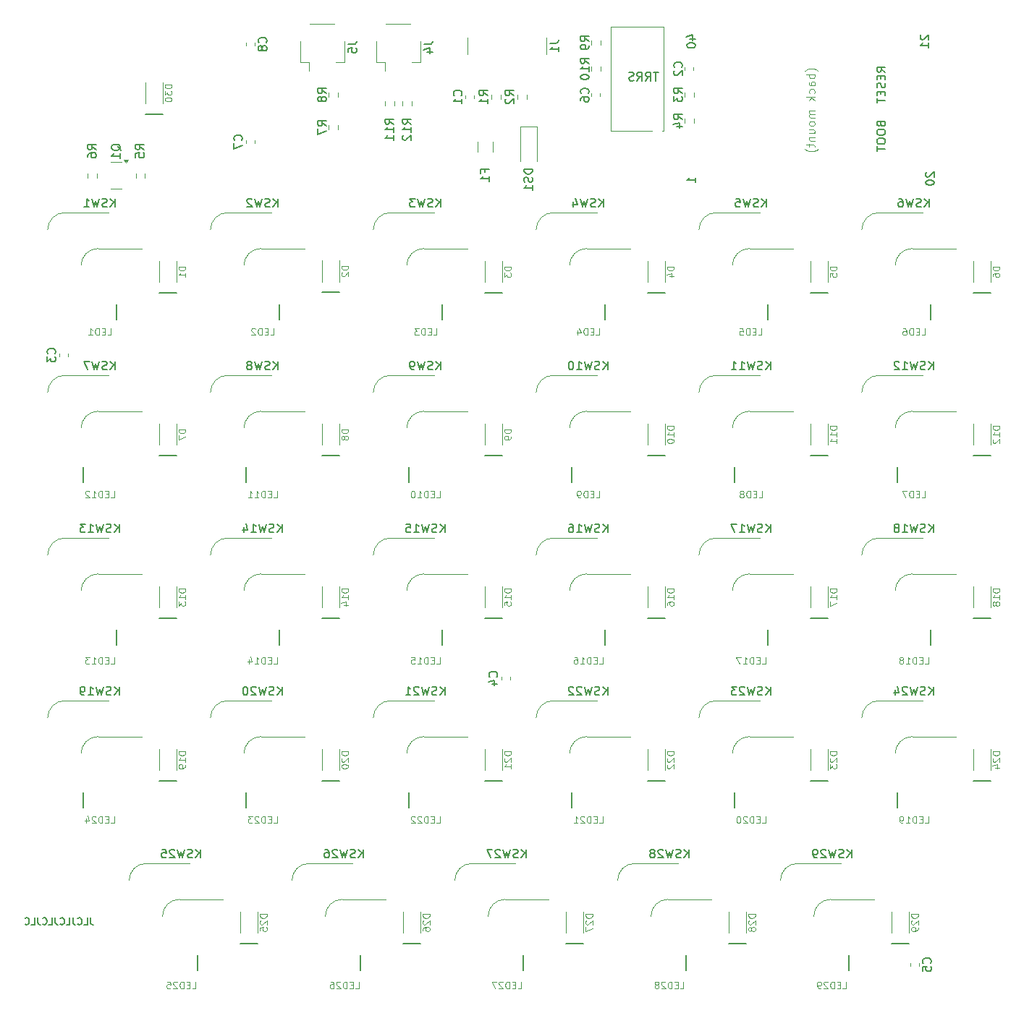
<source format=gbr>
%TF.GenerationSoftware,KiCad,Pcbnew,8.0.4*%
%TF.CreationDate,2024-09-16T13:50:06+09:00*%
%TF.ProjectId,yuiop29re,7975696f-7032-4397-9265-2e6b69636164,1*%
%TF.SameCoordinates,Original*%
%TF.FileFunction,Legend,Bot*%
%TF.FilePolarity,Positive*%
%FSLAX46Y46*%
G04 Gerber Fmt 4.6, Leading zero omitted, Abs format (unit mm)*
G04 Created by KiCad (PCBNEW 8.0.4) date 2024-09-16 13:50:06*
%MOMM*%
%LPD*%
G01*
G04 APERTURE LIST*
%ADD10C,0.150000*%
%ADD11C,0.100000*%
%ADD12C,0.120000*%
%ADD13C,0.180000*%
G04 APERTURE END LIST*
D10*
X101282268Y-147094295D02*
X101282268Y-147665723D01*
X101282268Y-147665723D02*
X101320363Y-147780009D01*
X101320363Y-147780009D02*
X101396554Y-147856200D01*
X101396554Y-147856200D02*
X101510839Y-147894295D01*
X101510839Y-147894295D02*
X101587030Y-147894295D01*
X100520363Y-147894295D02*
X100901315Y-147894295D01*
X100901315Y-147894295D02*
X100901315Y-147094295D01*
X99796553Y-147818104D02*
X99834649Y-147856200D01*
X99834649Y-147856200D02*
X99948934Y-147894295D01*
X99948934Y-147894295D02*
X100025125Y-147894295D01*
X100025125Y-147894295D02*
X100139411Y-147856200D01*
X100139411Y-147856200D02*
X100215601Y-147780009D01*
X100215601Y-147780009D02*
X100253696Y-147703819D01*
X100253696Y-147703819D02*
X100291792Y-147551438D01*
X100291792Y-147551438D02*
X100291792Y-147437152D01*
X100291792Y-147437152D02*
X100253696Y-147284771D01*
X100253696Y-147284771D02*
X100215601Y-147208580D01*
X100215601Y-147208580D02*
X100139411Y-147132390D01*
X100139411Y-147132390D02*
X100025125Y-147094295D01*
X100025125Y-147094295D02*
X99948934Y-147094295D01*
X99948934Y-147094295D02*
X99834649Y-147132390D01*
X99834649Y-147132390D02*
X99796553Y-147170485D01*
X99225125Y-147094295D02*
X99225125Y-147665723D01*
X99225125Y-147665723D02*
X99263220Y-147780009D01*
X99263220Y-147780009D02*
X99339411Y-147856200D01*
X99339411Y-147856200D02*
X99453696Y-147894295D01*
X99453696Y-147894295D02*
X99529887Y-147894295D01*
X98463220Y-147894295D02*
X98844172Y-147894295D01*
X98844172Y-147894295D02*
X98844172Y-147094295D01*
X97739410Y-147818104D02*
X97777506Y-147856200D01*
X97777506Y-147856200D02*
X97891791Y-147894295D01*
X97891791Y-147894295D02*
X97967982Y-147894295D01*
X97967982Y-147894295D02*
X98082268Y-147856200D01*
X98082268Y-147856200D02*
X98158458Y-147780009D01*
X98158458Y-147780009D02*
X98196553Y-147703819D01*
X98196553Y-147703819D02*
X98234649Y-147551438D01*
X98234649Y-147551438D02*
X98234649Y-147437152D01*
X98234649Y-147437152D02*
X98196553Y-147284771D01*
X98196553Y-147284771D02*
X98158458Y-147208580D01*
X98158458Y-147208580D02*
X98082268Y-147132390D01*
X98082268Y-147132390D02*
X97967982Y-147094295D01*
X97967982Y-147094295D02*
X97891791Y-147094295D01*
X97891791Y-147094295D02*
X97777506Y-147132390D01*
X97777506Y-147132390D02*
X97739410Y-147170485D01*
X97167982Y-147094295D02*
X97167982Y-147665723D01*
X97167982Y-147665723D02*
X97206077Y-147780009D01*
X97206077Y-147780009D02*
X97282268Y-147856200D01*
X97282268Y-147856200D02*
X97396553Y-147894295D01*
X97396553Y-147894295D02*
X97472744Y-147894295D01*
X96406077Y-147894295D02*
X96787029Y-147894295D01*
X96787029Y-147894295D02*
X96787029Y-147094295D01*
X95682267Y-147818104D02*
X95720363Y-147856200D01*
X95720363Y-147856200D02*
X95834648Y-147894295D01*
X95834648Y-147894295D02*
X95910839Y-147894295D01*
X95910839Y-147894295D02*
X96025125Y-147856200D01*
X96025125Y-147856200D02*
X96101315Y-147780009D01*
X96101315Y-147780009D02*
X96139410Y-147703819D01*
X96139410Y-147703819D02*
X96177506Y-147551438D01*
X96177506Y-147551438D02*
X96177506Y-147437152D01*
X96177506Y-147437152D02*
X96139410Y-147284771D01*
X96139410Y-147284771D02*
X96101315Y-147208580D01*
X96101315Y-147208580D02*
X96025125Y-147132390D01*
X96025125Y-147132390D02*
X95910839Y-147094295D01*
X95910839Y-147094295D02*
X95834648Y-147094295D01*
X95834648Y-147094295D02*
X95720363Y-147132390D01*
X95720363Y-147132390D02*
X95682267Y-147170485D01*
X95110839Y-147094295D02*
X95110839Y-147665723D01*
X95110839Y-147665723D02*
X95148934Y-147780009D01*
X95148934Y-147780009D02*
X95225125Y-147856200D01*
X95225125Y-147856200D02*
X95339410Y-147894295D01*
X95339410Y-147894295D02*
X95415601Y-147894295D01*
X94348934Y-147894295D02*
X94729886Y-147894295D01*
X94729886Y-147894295D02*
X94729886Y-147094295D01*
X93625124Y-147818104D02*
X93663220Y-147856200D01*
X93663220Y-147856200D02*
X93777505Y-147894295D01*
X93777505Y-147894295D02*
X93853696Y-147894295D01*
X93853696Y-147894295D02*
X93967982Y-147856200D01*
X93967982Y-147856200D02*
X94044172Y-147780009D01*
X94044172Y-147780009D02*
X94082267Y-147703819D01*
X94082267Y-147703819D02*
X94120363Y-147551438D01*
X94120363Y-147551438D02*
X94120363Y-147437152D01*
X94120363Y-147437152D02*
X94082267Y-147284771D01*
X94082267Y-147284771D02*
X94044172Y-147208580D01*
X94044172Y-147208580D02*
X93967982Y-147132390D01*
X93967982Y-147132390D02*
X93853696Y-147094295D01*
X93853696Y-147094295D02*
X93777505Y-147094295D01*
X93777505Y-147094295D02*
X93663220Y-147132390D01*
X93663220Y-147132390D02*
X93625124Y-147170485D01*
D11*
X160801190Y-136002395D02*
X161182142Y-136002395D01*
X161182142Y-136002395D02*
X161182142Y-135202395D01*
X160534523Y-135583347D02*
X160267857Y-135583347D01*
X160153571Y-136002395D02*
X160534523Y-136002395D01*
X160534523Y-136002395D02*
X160534523Y-135202395D01*
X160534523Y-135202395D02*
X160153571Y-135202395D01*
X159810713Y-136002395D02*
X159810713Y-135202395D01*
X159810713Y-135202395D02*
X159620237Y-135202395D01*
X159620237Y-135202395D02*
X159505951Y-135240490D01*
X159505951Y-135240490D02*
X159429761Y-135316680D01*
X159429761Y-135316680D02*
X159391666Y-135392871D01*
X159391666Y-135392871D02*
X159353570Y-135545252D01*
X159353570Y-135545252D02*
X159353570Y-135659538D01*
X159353570Y-135659538D02*
X159391666Y-135811919D01*
X159391666Y-135811919D02*
X159429761Y-135888109D01*
X159429761Y-135888109D02*
X159505951Y-135964300D01*
X159505951Y-135964300D02*
X159620237Y-136002395D01*
X159620237Y-136002395D02*
X159810713Y-136002395D01*
X159048809Y-135278585D02*
X159010713Y-135240490D01*
X159010713Y-135240490D02*
X158934523Y-135202395D01*
X158934523Y-135202395D02*
X158744047Y-135202395D01*
X158744047Y-135202395D02*
X158667856Y-135240490D01*
X158667856Y-135240490D02*
X158629761Y-135278585D01*
X158629761Y-135278585D02*
X158591666Y-135354776D01*
X158591666Y-135354776D02*
X158591666Y-135430966D01*
X158591666Y-135430966D02*
X158629761Y-135545252D01*
X158629761Y-135545252D02*
X159086904Y-136002395D01*
X159086904Y-136002395D02*
X158591666Y-136002395D01*
X157829761Y-136002395D02*
X158286904Y-136002395D01*
X158058332Y-136002395D02*
X158058332Y-135202395D01*
X158058332Y-135202395D02*
X158134523Y-135316680D01*
X158134523Y-135316680D02*
X158210713Y-135392871D01*
X158210713Y-135392871D02*
X158286904Y-135430966D01*
D12*
X112376355Y-108553571D02*
X111576355Y-108553571D01*
X111576355Y-108553571D02*
X111576355Y-108744047D01*
X111576355Y-108744047D02*
X111614450Y-108858333D01*
X111614450Y-108858333D02*
X111690640Y-108934523D01*
X111690640Y-108934523D02*
X111766831Y-108972618D01*
X111766831Y-108972618D02*
X111919212Y-109010714D01*
X111919212Y-109010714D02*
X112033498Y-109010714D01*
X112033498Y-109010714D02*
X112185879Y-108972618D01*
X112185879Y-108972618D02*
X112262069Y-108934523D01*
X112262069Y-108934523D02*
X112338260Y-108858333D01*
X112338260Y-108858333D02*
X112376355Y-108744047D01*
X112376355Y-108744047D02*
X112376355Y-108553571D01*
X112376355Y-109772618D02*
X112376355Y-109315475D01*
X112376355Y-109544047D02*
X111576355Y-109544047D01*
X111576355Y-109544047D02*
X111690640Y-109467856D01*
X111690640Y-109467856D02*
X111766831Y-109391666D01*
X111766831Y-109391666D02*
X111804926Y-109315475D01*
X111576355Y-110039285D02*
X111576355Y-110534523D01*
X111576355Y-110534523D02*
X111881117Y-110267857D01*
X111881117Y-110267857D02*
X111881117Y-110382142D01*
X111881117Y-110382142D02*
X111919212Y-110458333D01*
X111919212Y-110458333D02*
X111957307Y-110496428D01*
X111957307Y-110496428D02*
X112033498Y-110534523D01*
X112033498Y-110534523D02*
X112223974Y-110534523D01*
X112223974Y-110534523D02*
X112300164Y-110496428D01*
X112300164Y-110496428D02*
X112338260Y-110458333D01*
X112338260Y-110458333D02*
X112376355Y-110382142D01*
X112376355Y-110382142D02*
X112376355Y-110153571D01*
X112376355Y-110153571D02*
X112338260Y-110077380D01*
X112338260Y-110077380D02*
X112300164Y-110039285D01*
D10*
X199886904Y-82929819D02*
X199886904Y-81929819D01*
X199315476Y-82929819D02*
X199744047Y-82358390D01*
X199315476Y-81929819D02*
X199886904Y-82501247D01*
X198934523Y-82882200D02*
X198791666Y-82929819D01*
X198791666Y-82929819D02*
X198553571Y-82929819D01*
X198553571Y-82929819D02*
X198458333Y-82882200D01*
X198458333Y-82882200D02*
X198410714Y-82834580D01*
X198410714Y-82834580D02*
X198363095Y-82739342D01*
X198363095Y-82739342D02*
X198363095Y-82644104D01*
X198363095Y-82644104D02*
X198410714Y-82548866D01*
X198410714Y-82548866D02*
X198458333Y-82501247D01*
X198458333Y-82501247D02*
X198553571Y-82453628D01*
X198553571Y-82453628D02*
X198744047Y-82406009D01*
X198744047Y-82406009D02*
X198839285Y-82358390D01*
X198839285Y-82358390D02*
X198886904Y-82310771D01*
X198886904Y-82310771D02*
X198934523Y-82215533D01*
X198934523Y-82215533D02*
X198934523Y-82120295D01*
X198934523Y-82120295D02*
X198886904Y-82025057D01*
X198886904Y-82025057D02*
X198839285Y-81977438D01*
X198839285Y-81977438D02*
X198744047Y-81929819D01*
X198744047Y-81929819D02*
X198505952Y-81929819D01*
X198505952Y-81929819D02*
X198363095Y-81977438D01*
X198029761Y-81929819D02*
X197791666Y-82929819D01*
X197791666Y-82929819D02*
X197601190Y-82215533D01*
X197601190Y-82215533D02*
X197410714Y-82929819D01*
X197410714Y-82929819D02*
X197172619Y-81929819D01*
X196267857Y-82929819D02*
X196839285Y-82929819D01*
X196553571Y-82929819D02*
X196553571Y-81929819D01*
X196553571Y-81929819D02*
X196648809Y-82072676D01*
X196648809Y-82072676D02*
X196744047Y-82167914D01*
X196744047Y-82167914D02*
X196839285Y-82215533D01*
X195886904Y-82025057D02*
X195839285Y-81977438D01*
X195839285Y-81977438D02*
X195744047Y-81929819D01*
X195744047Y-81929819D02*
X195505952Y-81929819D01*
X195505952Y-81929819D02*
X195410714Y-81977438D01*
X195410714Y-81977438D02*
X195363095Y-82025057D01*
X195363095Y-82025057D02*
X195315476Y-82120295D01*
X195315476Y-82120295D02*
X195315476Y-82215533D01*
X195315476Y-82215533D02*
X195363095Y-82358390D01*
X195363095Y-82358390D02*
X195934523Y-82929819D01*
X195934523Y-82929819D02*
X195315476Y-82929819D01*
D12*
X131426355Y-89884524D02*
X130626355Y-89884524D01*
X130626355Y-89884524D02*
X130626355Y-90075000D01*
X130626355Y-90075000D02*
X130664450Y-90189286D01*
X130664450Y-90189286D02*
X130740640Y-90265476D01*
X130740640Y-90265476D02*
X130816831Y-90303571D01*
X130816831Y-90303571D02*
X130969212Y-90341667D01*
X130969212Y-90341667D02*
X131083498Y-90341667D01*
X131083498Y-90341667D02*
X131235879Y-90303571D01*
X131235879Y-90303571D02*
X131312069Y-90265476D01*
X131312069Y-90265476D02*
X131388260Y-90189286D01*
X131388260Y-90189286D02*
X131426355Y-90075000D01*
X131426355Y-90075000D02*
X131426355Y-89884524D01*
X130969212Y-90798809D02*
X130931117Y-90722619D01*
X130931117Y-90722619D02*
X130893021Y-90684524D01*
X130893021Y-90684524D02*
X130816831Y-90646428D01*
X130816831Y-90646428D02*
X130778736Y-90646428D01*
X130778736Y-90646428D02*
X130702545Y-90684524D01*
X130702545Y-90684524D02*
X130664450Y-90722619D01*
X130664450Y-90722619D02*
X130626355Y-90798809D01*
X130626355Y-90798809D02*
X130626355Y-90951190D01*
X130626355Y-90951190D02*
X130664450Y-91027381D01*
X130664450Y-91027381D02*
X130702545Y-91065476D01*
X130702545Y-91065476D02*
X130778736Y-91103571D01*
X130778736Y-91103571D02*
X130816831Y-91103571D01*
X130816831Y-91103571D02*
X130893021Y-91065476D01*
X130893021Y-91065476D02*
X130931117Y-91027381D01*
X130931117Y-91027381D02*
X130969212Y-90951190D01*
X130969212Y-90951190D02*
X130969212Y-90798809D01*
X130969212Y-90798809D02*
X131007307Y-90722619D01*
X131007307Y-90722619D02*
X131045402Y-90684524D01*
X131045402Y-90684524D02*
X131121593Y-90646428D01*
X131121593Y-90646428D02*
X131273974Y-90646428D01*
X131273974Y-90646428D02*
X131350164Y-90684524D01*
X131350164Y-90684524D02*
X131388260Y-90722619D01*
X131388260Y-90722619D02*
X131426355Y-90798809D01*
X131426355Y-90798809D02*
X131426355Y-90951190D01*
X131426355Y-90951190D02*
X131388260Y-91027381D01*
X131388260Y-91027381D02*
X131350164Y-91065476D01*
X131350164Y-91065476D02*
X131273974Y-91103571D01*
X131273974Y-91103571D02*
X131121593Y-91103571D01*
X131121593Y-91103571D02*
X131045402Y-91065476D01*
X131045402Y-91065476D02*
X131007307Y-91027381D01*
X131007307Y-91027381D02*
X130969212Y-90951190D01*
X140951355Y-146653571D02*
X140151355Y-146653571D01*
X140151355Y-146653571D02*
X140151355Y-146844047D01*
X140151355Y-146844047D02*
X140189450Y-146958333D01*
X140189450Y-146958333D02*
X140265640Y-147034523D01*
X140265640Y-147034523D02*
X140341831Y-147072618D01*
X140341831Y-147072618D02*
X140494212Y-147110714D01*
X140494212Y-147110714D02*
X140608498Y-147110714D01*
X140608498Y-147110714D02*
X140760879Y-147072618D01*
X140760879Y-147072618D02*
X140837069Y-147034523D01*
X140837069Y-147034523D02*
X140913260Y-146958333D01*
X140913260Y-146958333D02*
X140951355Y-146844047D01*
X140951355Y-146844047D02*
X140951355Y-146653571D01*
X140227545Y-147415475D02*
X140189450Y-147453571D01*
X140189450Y-147453571D02*
X140151355Y-147529761D01*
X140151355Y-147529761D02*
X140151355Y-147720237D01*
X140151355Y-147720237D02*
X140189450Y-147796428D01*
X140189450Y-147796428D02*
X140227545Y-147834523D01*
X140227545Y-147834523D02*
X140303736Y-147872618D01*
X140303736Y-147872618D02*
X140379926Y-147872618D01*
X140379926Y-147872618D02*
X140494212Y-147834523D01*
X140494212Y-147834523D02*
X140951355Y-147377380D01*
X140951355Y-147377380D02*
X140951355Y-147872618D01*
X140151355Y-148558333D02*
X140151355Y-148405952D01*
X140151355Y-148405952D02*
X140189450Y-148329761D01*
X140189450Y-148329761D02*
X140227545Y-148291666D01*
X140227545Y-148291666D02*
X140341831Y-148215476D01*
X140341831Y-148215476D02*
X140494212Y-148177380D01*
X140494212Y-148177380D02*
X140798974Y-148177380D01*
X140798974Y-148177380D02*
X140875164Y-148215476D01*
X140875164Y-148215476D02*
X140913260Y-148253571D01*
X140913260Y-148253571D02*
X140951355Y-148329761D01*
X140951355Y-148329761D02*
X140951355Y-148482142D01*
X140951355Y-148482142D02*
X140913260Y-148558333D01*
X140913260Y-148558333D02*
X140875164Y-148596428D01*
X140875164Y-148596428D02*
X140798974Y-148634523D01*
X140798974Y-148634523D02*
X140608498Y-148634523D01*
X140608498Y-148634523D02*
X140532307Y-148596428D01*
X140532307Y-148596428D02*
X140494212Y-148558333D01*
X140494212Y-148558333D02*
X140456117Y-148482142D01*
X140456117Y-148482142D02*
X140456117Y-148329761D01*
X140456117Y-148329761D02*
X140494212Y-148253571D01*
X140494212Y-148253571D02*
X140532307Y-148215476D01*
X140532307Y-148215476D02*
X140608498Y-148177380D01*
D11*
X198520238Y-97902395D02*
X198901190Y-97902395D01*
X198901190Y-97902395D02*
X198901190Y-97102395D01*
X198253571Y-97483347D02*
X197986905Y-97483347D01*
X197872619Y-97902395D02*
X198253571Y-97902395D01*
X198253571Y-97902395D02*
X198253571Y-97102395D01*
X198253571Y-97102395D02*
X197872619Y-97102395D01*
X197529761Y-97902395D02*
X197529761Y-97102395D01*
X197529761Y-97102395D02*
X197339285Y-97102395D01*
X197339285Y-97102395D02*
X197224999Y-97140490D01*
X197224999Y-97140490D02*
X197148809Y-97216680D01*
X197148809Y-97216680D02*
X197110714Y-97292871D01*
X197110714Y-97292871D02*
X197072618Y-97445252D01*
X197072618Y-97445252D02*
X197072618Y-97559538D01*
X197072618Y-97559538D02*
X197110714Y-97711919D01*
X197110714Y-97711919D02*
X197148809Y-97788109D01*
X197148809Y-97788109D02*
X197224999Y-97864300D01*
X197224999Y-97864300D02*
X197339285Y-97902395D01*
X197339285Y-97902395D02*
X197529761Y-97902395D01*
X196805952Y-97102395D02*
X196272618Y-97102395D01*
X196272618Y-97102395D02*
X196615476Y-97902395D01*
X160801190Y-117364895D02*
X161182142Y-117364895D01*
X161182142Y-117364895D02*
X161182142Y-116564895D01*
X160534523Y-116945847D02*
X160267857Y-116945847D01*
X160153571Y-117364895D02*
X160534523Y-117364895D01*
X160534523Y-117364895D02*
X160534523Y-116564895D01*
X160534523Y-116564895D02*
X160153571Y-116564895D01*
X159810713Y-117364895D02*
X159810713Y-116564895D01*
X159810713Y-116564895D02*
X159620237Y-116564895D01*
X159620237Y-116564895D02*
X159505951Y-116602990D01*
X159505951Y-116602990D02*
X159429761Y-116679180D01*
X159429761Y-116679180D02*
X159391666Y-116755371D01*
X159391666Y-116755371D02*
X159353570Y-116907752D01*
X159353570Y-116907752D02*
X159353570Y-117022038D01*
X159353570Y-117022038D02*
X159391666Y-117174419D01*
X159391666Y-117174419D02*
X159429761Y-117250609D01*
X159429761Y-117250609D02*
X159505951Y-117326800D01*
X159505951Y-117326800D02*
X159620237Y-117364895D01*
X159620237Y-117364895D02*
X159810713Y-117364895D01*
X158591666Y-117364895D02*
X159048809Y-117364895D01*
X158820237Y-117364895D02*
X158820237Y-116564895D01*
X158820237Y-116564895D02*
X158896428Y-116679180D01*
X158896428Y-116679180D02*
X158972618Y-116755371D01*
X158972618Y-116755371D02*
X159048809Y-116793466D01*
X157905951Y-116564895D02*
X158058332Y-116564895D01*
X158058332Y-116564895D02*
X158134523Y-116602990D01*
X158134523Y-116602990D02*
X158172618Y-116641085D01*
X158172618Y-116641085D02*
X158248808Y-116755371D01*
X158248808Y-116755371D02*
X158286904Y-116907752D01*
X158286904Y-116907752D02*
X158286904Y-117212514D01*
X158286904Y-117212514D02*
X158248808Y-117288704D01*
X158248808Y-117288704D02*
X158210713Y-117326800D01*
X158210713Y-117326800D02*
X158134523Y-117364895D01*
X158134523Y-117364895D02*
X157982142Y-117364895D01*
X157982142Y-117364895D02*
X157905951Y-117326800D01*
X157905951Y-117326800D02*
X157867856Y-117288704D01*
X157867856Y-117288704D02*
X157829761Y-117212514D01*
X157829761Y-117212514D02*
X157829761Y-117022038D01*
X157829761Y-117022038D02*
X157867856Y-116945847D01*
X157867856Y-116945847D02*
X157905951Y-116907752D01*
X157905951Y-116907752D02*
X157982142Y-116869657D01*
X157982142Y-116869657D02*
X158134523Y-116869657D01*
X158134523Y-116869657D02*
X158210713Y-116907752D01*
X158210713Y-116907752D02*
X158248808Y-116945847D01*
X158248808Y-116945847D02*
X158286904Y-117022038D01*
X179851190Y-136002395D02*
X180232142Y-136002395D01*
X180232142Y-136002395D02*
X180232142Y-135202395D01*
X179584523Y-135583347D02*
X179317857Y-135583347D01*
X179203571Y-136002395D02*
X179584523Y-136002395D01*
X179584523Y-136002395D02*
X179584523Y-135202395D01*
X179584523Y-135202395D02*
X179203571Y-135202395D01*
X178860713Y-136002395D02*
X178860713Y-135202395D01*
X178860713Y-135202395D02*
X178670237Y-135202395D01*
X178670237Y-135202395D02*
X178555951Y-135240490D01*
X178555951Y-135240490D02*
X178479761Y-135316680D01*
X178479761Y-135316680D02*
X178441666Y-135392871D01*
X178441666Y-135392871D02*
X178403570Y-135545252D01*
X178403570Y-135545252D02*
X178403570Y-135659538D01*
X178403570Y-135659538D02*
X178441666Y-135811919D01*
X178441666Y-135811919D02*
X178479761Y-135888109D01*
X178479761Y-135888109D02*
X178555951Y-135964300D01*
X178555951Y-135964300D02*
X178670237Y-136002395D01*
X178670237Y-136002395D02*
X178860713Y-136002395D01*
X178098809Y-135278585D02*
X178060713Y-135240490D01*
X178060713Y-135240490D02*
X177984523Y-135202395D01*
X177984523Y-135202395D02*
X177794047Y-135202395D01*
X177794047Y-135202395D02*
X177717856Y-135240490D01*
X177717856Y-135240490D02*
X177679761Y-135278585D01*
X177679761Y-135278585D02*
X177641666Y-135354776D01*
X177641666Y-135354776D02*
X177641666Y-135430966D01*
X177641666Y-135430966D02*
X177679761Y-135545252D01*
X177679761Y-135545252D02*
X178136904Y-136002395D01*
X178136904Y-136002395D02*
X177641666Y-136002395D01*
X177146427Y-135202395D02*
X177070237Y-135202395D01*
X177070237Y-135202395D02*
X176994046Y-135240490D01*
X176994046Y-135240490D02*
X176955951Y-135278585D01*
X176955951Y-135278585D02*
X176917856Y-135354776D01*
X176917856Y-135354776D02*
X176879761Y-135507157D01*
X176879761Y-135507157D02*
X176879761Y-135697633D01*
X176879761Y-135697633D02*
X176917856Y-135850014D01*
X176917856Y-135850014D02*
X176955951Y-135926204D01*
X176955951Y-135926204D02*
X176994046Y-135964300D01*
X176994046Y-135964300D02*
X177070237Y-136002395D01*
X177070237Y-136002395D02*
X177146427Y-136002395D01*
X177146427Y-136002395D02*
X177222618Y-135964300D01*
X177222618Y-135964300D02*
X177260713Y-135926204D01*
X177260713Y-135926204D02*
X177298808Y-135850014D01*
X177298808Y-135850014D02*
X177336904Y-135697633D01*
X177336904Y-135697633D02*
X177336904Y-135507157D01*
X177336904Y-135507157D02*
X177298808Y-135354776D01*
X177298808Y-135354776D02*
X177260713Y-135278585D01*
X177260713Y-135278585D02*
X177222618Y-135240490D01*
X177222618Y-135240490D02*
X177146427Y-135202395D01*
X151276190Y-155364895D02*
X151657142Y-155364895D01*
X151657142Y-155364895D02*
X151657142Y-154564895D01*
X151009523Y-154945847D02*
X150742857Y-154945847D01*
X150628571Y-155364895D02*
X151009523Y-155364895D01*
X151009523Y-155364895D02*
X151009523Y-154564895D01*
X151009523Y-154564895D02*
X150628571Y-154564895D01*
X150285713Y-155364895D02*
X150285713Y-154564895D01*
X150285713Y-154564895D02*
X150095237Y-154564895D01*
X150095237Y-154564895D02*
X149980951Y-154602990D01*
X149980951Y-154602990D02*
X149904761Y-154679180D01*
X149904761Y-154679180D02*
X149866666Y-154755371D01*
X149866666Y-154755371D02*
X149828570Y-154907752D01*
X149828570Y-154907752D02*
X149828570Y-155022038D01*
X149828570Y-155022038D02*
X149866666Y-155174419D01*
X149866666Y-155174419D02*
X149904761Y-155250609D01*
X149904761Y-155250609D02*
X149980951Y-155326800D01*
X149980951Y-155326800D02*
X150095237Y-155364895D01*
X150095237Y-155364895D02*
X150285713Y-155364895D01*
X149523809Y-154641085D02*
X149485713Y-154602990D01*
X149485713Y-154602990D02*
X149409523Y-154564895D01*
X149409523Y-154564895D02*
X149219047Y-154564895D01*
X149219047Y-154564895D02*
X149142856Y-154602990D01*
X149142856Y-154602990D02*
X149104761Y-154641085D01*
X149104761Y-154641085D02*
X149066666Y-154717276D01*
X149066666Y-154717276D02*
X149066666Y-154793466D01*
X149066666Y-154793466D02*
X149104761Y-154907752D01*
X149104761Y-154907752D02*
X149561904Y-155364895D01*
X149561904Y-155364895D02*
X149066666Y-155364895D01*
X148799999Y-154564895D02*
X148266665Y-154564895D01*
X148266665Y-154564895D02*
X148609523Y-155364895D01*
X103270238Y-78864895D02*
X103651190Y-78864895D01*
X103651190Y-78864895D02*
X103651190Y-78064895D01*
X103003571Y-78445847D02*
X102736905Y-78445847D01*
X102622619Y-78864895D02*
X103003571Y-78864895D01*
X103003571Y-78864895D02*
X103003571Y-78064895D01*
X103003571Y-78064895D02*
X102622619Y-78064895D01*
X102279761Y-78864895D02*
X102279761Y-78064895D01*
X102279761Y-78064895D02*
X102089285Y-78064895D01*
X102089285Y-78064895D02*
X101974999Y-78102990D01*
X101974999Y-78102990D02*
X101898809Y-78179180D01*
X101898809Y-78179180D02*
X101860714Y-78255371D01*
X101860714Y-78255371D02*
X101822618Y-78407752D01*
X101822618Y-78407752D02*
X101822618Y-78522038D01*
X101822618Y-78522038D02*
X101860714Y-78674419D01*
X101860714Y-78674419D02*
X101898809Y-78750609D01*
X101898809Y-78750609D02*
X101974999Y-78826800D01*
X101974999Y-78826800D02*
X102089285Y-78864895D01*
X102089285Y-78864895D02*
X102279761Y-78864895D01*
X101060714Y-78864895D02*
X101517857Y-78864895D01*
X101289285Y-78864895D02*
X101289285Y-78064895D01*
X101289285Y-78064895D02*
X101365476Y-78179180D01*
X101365476Y-78179180D02*
X101441666Y-78255371D01*
X101441666Y-78255371D02*
X101517857Y-78293466D01*
D12*
X150476355Y-127603571D02*
X149676355Y-127603571D01*
X149676355Y-127603571D02*
X149676355Y-127794047D01*
X149676355Y-127794047D02*
X149714450Y-127908333D01*
X149714450Y-127908333D02*
X149790640Y-127984523D01*
X149790640Y-127984523D02*
X149866831Y-128022618D01*
X149866831Y-128022618D02*
X150019212Y-128060714D01*
X150019212Y-128060714D02*
X150133498Y-128060714D01*
X150133498Y-128060714D02*
X150285879Y-128022618D01*
X150285879Y-128022618D02*
X150362069Y-127984523D01*
X150362069Y-127984523D02*
X150438260Y-127908333D01*
X150438260Y-127908333D02*
X150476355Y-127794047D01*
X150476355Y-127794047D02*
X150476355Y-127603571D01*
X149752545Y-128365475D02*
X149714450Y-128403571D01*
X149714450Y-128403571D02*
X149676355Y-128479761D01*
X149676355Y-128479761D02*
X149676355Y-128670237D01*
X149676355Y-128670237D02*
X149714450Y-128746428D01*
X149714450Y-128746428D02*
X149752545Y-128784523D01*
X149752545Y-128784523D02*
X149828736Y-128822618D01*
X149828736Y-128822618D02*
X149904926Y-128822618D01*
X149904926Y-128822618D02*
X150019212Y-128784523D01*
X150019212Y-128784523D02*
X150476355Y-128327380D01*
X150476355Y-128327380D02*
X150476355Y-128822618D01*
X150476355Y-129584523D02*
X150476355Y-129127380D01*
X150476355Y-129355952D02*
X149676355Y-129355952D01*
X149676355Y-129355952D02*
X149790640Y-129279761D01*
X149790640Y-129279761D02*
X149866831Y-129203571D01*
X149866831Y-129203571D02*
X149904926Y-129127380D01*
D10*
X198445057Y-43704030D02*
X198397438Y-43751649D01*
X198397438Y-43751649D02*
X198349819Y-43846887D01*
X198349819Y-43846887D02*
X198349819Y-44084982D01*
X198349819Y-44084982D02*
X198397438Y-44180220D01*
X198397438Y-44180220D02*
X198445057Y-44227839D01*
X198445057Y-44227839D02*
X198540295Y-44275458D01*
X198540295Y-44275458D02*
X198635533Y-44275458D01*
X198635533Y-44275458D02*
X198778390Y-44227839D01*
X198778390Y-44227839D02*
X199349819Y-43656411D01*
X199349819Y-43656411D02*
X199349819Y-44275458D01*
X199349819Y-45227839D02*
X199349819Y-44656411D01*
X199349819Y-44942125D02*
X198349819Y-44942125D01*
X198349819Y-44942125D02*
X198492676Y-44846887D01*
X198492676Y-44846887D02*
X198587914Y-44751649D01*
X198587914Y-44751649D02*
X198635533Y-44656411D01*
D11*
X186398371Y-47930570D02*
X186350752Y-47882951D01*
X186350752Y-47882951D02*
X186207895Y-47787713D01*
X186207895Y-47787713D02*
X186112657Y-47740094D01*
X186112657Y-47740094D02*
X185969800Y-47692475D01*
X185969800Y-47692475D02*
X185731704Y-47644856D01*
X185731704Y-47644856D02*
X185541228Y-47644856D01*
X185541228Y-47644856D02*
X185303133Y-47692475D01*
X185303133Y-47692475D02*
X185160276Y-47740094D01*
X185160276Y-47740094D02*
X185065038Y-47787713D01*
X185065038Y-47787713D02*
X184922180Y-47882951D01*
X184922180Y-47882951D02*
X184874561Y-47930570D01*
X186017419Y-48311523D02*
X185017419Y-48311523D01*
X185398371Y-48311523D02*
X185350752Y-48406761D01*
X185350752Y-48406761D02*
X185350752Y-48597237D01*
X185350752Y-48597237D02*
X185398371Y-48692475D01*
X185398371Y-48692475D02*
X185445990Y-48740094D01*
X185445990Y-48740094D02*
X185541228Y-48787713D01*
X185541228Y-48787713D02*
X185826942Y-48787713D01*
X185826942Y-48787713D02*
X185922180Y-48740094D01*
X185922180Y-48740094D02*
X185969800Y-48692475D01*
X185969800Y-48692475D02*
X186017419Y-48597237D01*
X186017419Y-48597237D02*
X186017419Y-48406761D01*
X186017419Y-48406761D02*
X185969800Y-48311523D01*
X186017419Y-49644856D02*
X185493609Y-49644856D01*
X185493609Y-49644856D02*
X185398371Y-49597237D01*
X185398371Y-49597237D02*
X185350752Y-49501999D01*
X185350752Y-49501999D02*
X185350752Y-49311523D01*
X185350752Y-49311523D02*
X185398371Y-49216285D01*
X185969800Y-49644856D02*
X186017419Y-49549618D01*
X186017419Y-49549618D02*
X186017419Y-49311523D01*
X186017419Y-49311523D02*
X185969800Y-49216285D01*
X185969800Y-49216285D02*
X185874561Y-49168666D01*
X185874561Y-49168666D02*
X185779323Y-49168666D01*
X185779323Y-49168666D02*
X185684085Y-49216285D01*
X185684085Y-49216285D02*
X185636466Y-49311523D01*
X185636466Y-49311523D02*
X185636466Y-49549618D01*
X185636466Y-49549618D02*
X185588847Y-49644856D01*
X185969800Y-50549618D02*
X186017419Y-50454380D01*
X186017419Y-50454380D02*
X186017419Y-50263904D01*
X186017419Y-50263904D02*
X185969800Y-50168666D01*
X185969800Y-50168666D02*
X185922180Y-50121047D01*
X185922180Y-50121047D02*
X185826942Y-50073428D01*
X185826942Y-50073428D02*
X185541228Y-50073428D01*
X185541228Y-50073428D02*
X185445990Y-50121047D01*
X185445990Y-50121047D02*
X185398371Y-50168666D01*
X185398371Y-50168666D02*
X185350752Y-50263904D01*
X185350752Y-50263904D02*
X185350752Y-50454380D01*
X185350752Y-50454380D02*
X185398371Y-50549618D01*
X186017419Y-50978190D02*
X185017419Y-50978190D01*
X185636466Y-51073428D02*
X186017419Y-51359142D01*
X185350752Y-51359142D02*
X185731704Y-50978190D01*
X186017419Y-52549619D02*
X185350752Y-52549619D01*
X185445990Y-52549619D02*
X185398371Y-52597238D01*
X185398371Y-52597238D02*
X185350752Y-52692476D01*
X185350752Y-52692476D02*
X185350752Y-52835333D01*
X185350752Y-52835333D02*
X185398371Y-52930571D01*
X185398371Y-52930571D02*
X185493609Y-52978190D01*
X185493609Y-52978190D02*
X186017419Y-52978190D01*
X185493609Y-52978190D02*
X185398371Y-53025809D01*
X185398371Y-53025809D02*
X185350752Y-53121047D01*
X185350752Y-53121047D02*
X185350752Y-53263904D01*
X185350752Y-53263904D02*
X185398371Y-53359143D01*
X185398371Y-53359143D02*
X185493609Y-53406762D01*
X185493609Y-53406762D02*
X186017419Y-53406762D01*
X186017419Y-54025809D02*
X185969800Y-53930571D01*
X185969800Y-53930571D02*
X185922180Y-53882952D01*
X185922180Y-53882952D02*
X185826942Y-53835333D01*
X185826942Y-53835333D02*
X185541228Y-53835333D01*
X185541228Y-53835333D02*
X185445990Y-53882952D01*
X185445990Y-53882952D02*
X185398371Y-53930571D01*
X185398371Y-53930571D02*
X185350752Y-54025809D01*
X185350752Y-54025809D02*
X185350752Y-54168666D01*
X185350752Y-54168666D02*
X185398371Y-54263904D01*
X185398371Y-54263904D02*
X185445990Y-54311523D01*
X185445990Y-54311523D02*
X185541228Y-54359142D01*
X185541228Y-54359142D02*
X185826942Y-54359142D01*
X185826942Y-54359142D02*
X185922180Y-54311523D01*
X185922180Y-54311523D02*
X185969800Y-54263904D01*
X185969800Y-54263904D02*
X186017419Y-54168666D01*
X186017419Y-54168666D02*
X186017419Y-54025809D01*
X185350752Y-55216285D02*
X186017419Y-55216285D01*
X185350752Y-54787714D02*
X185874561Y-54787714D01*
X185874561Y-54787714D02*
X185969800Y-54835333D01*
X185969800Y-54835333D02*
X186017419Y-54930571D01*
X186017419Y-54930571D02*
X186017419Y-55073428D01*
X186017419Y-55073428D02*
X185969800Y-55168666D01*
X185969800Y-55168666D02*
X185922180Y-55216285D01*
X185350752Y-55692476D02*
X186017419Y-55692476D01*
X185445990Y-55692476D02*
X185398371Y-55740095D01*
X185398371Y-55740095D02*
X185350752Y-55835333D01*
X185350752Y-55835333D02*
X185350752Y-55978190D01*
X185350752Y-55978190D02*
X185398371Y-56073428D01*
X185398371Y-56073428D02*
X185493609Y-56121047D01*
X185493609Y-56121047D02*
X186017419Y-56121047D01*
X185350752Y-56454381D02*
X185350752Y-56835333D01*
X185017419Y-56597238D02*
X185874561Y-56597238D01*
X185874561Y-56597238D02*
X185969800Y-56644857D01*
X185969800Y-56644857D02*
X186017419Y-56740095D01*
X186017419Y-56740095D02*
X186017419Y-56835333D01*
X186398371Y-57073429D02*
X186350752Y-57121048D01*
X186350752Y-57121048D02*
X186207895Y-57216286D01*
X186207895Y-57216286D02*
X186112657Y-57263905D01*
X186112657Y-57263905D02*
X185969800Y-57311524D01*
X185969800Y-57311524D02*
X185731704Y-57359143D01*
X185731704Y-57359143D02*
X185541228Y-57359143D01*
X185541228Y-57359143D02*
X185303133Y-57311524D01*
X185303133Y-57311524D02*
X185160276Y-57263905D01*
X185160276Y-57263905D02*
X185065038Y-57216286D01*
X185065038Y-57216286D02*
X184922180Y-57121048D01*
X184922180Y-57121048D02*
X184874561Y-57073429D01*
D10*
X199080057Y-59776160D02*
X199032438Y-59823779D01*
X199032438Y-59823779D02*
X198984819Y-59919017D01*
X198984819Y-59919017D02*
X198984819Y-60157112D01*
X198984819Y-60157112D02*
X199032438Y-60252350D01*
X199032438Y-60252350D02*
X199080057Y-60299969D01*
X199080057Y-60299969D02*
X199175295Y-60347588D01*
X199175295Y-60347588D02*
X199270533Y-60347588D01*
X199270533Y-60347588D02*
X199413390Y-60299969D01*
X199413390Y-60299969D02*
X199984819Y-59728541D01*
X199984819Y-59728541D02*
X199984819Y-60347588D01*
X198984819Y-60966636D02*
X198984819Y-61061874D01*
X198984819Y-61061874D02*
X199032438Y-61157112D01*
X199032438Y-61157112D02*
X199080057Y-61204731D01*
X199080057Y-61204731D02*
X199175295Y-61252350D01*
X199175295Y-61252350D02*
X199365771Y-61299969D01*
X199365771Y-61299969D02*
X199603866Y-61299969D01*
X199603866Y-61299969D02*
X199794342Y-61252350D01*
X199794342Y-61252350D02*
X199889580Y-61204731D01*
X199889580Y-61204731D02*
X199937200Y-61157112D01*
X199937200Y-61157112D02*
X199984819Y-61061874D01*
X199984819Y-61061874D02*
X199984819Y-60966636D01*
X199984819Y-60966636D02*
X199937200Y-60871398D01*
X199937200Y-60871398D02*
X199889580Y-60823779D01*
X199889580Y-60823779D02*
X199794342Y-60776160D01*
X199794342Y-60776160D02*
X199603866Y-60728541D01*
X199603866Y-60728541D02*
X199365771Y-60728541D01*
X199365771Y-60728541D02*
X199175295Y-60776160D01*
X199175295Y-60776160D02*
X199080057Y-60823779D01*
X199080057Y-60823779D02*
X199032438Y-60871398D01*
X199032438Y-60871398D02*
X198984819Y-60966636D01*
X172044819Y-60982588D02*
X172044819Y-60411160D01*
X172044819Y-60696874D02*
X171044819Y-60696874D01*
X171044819Y-60696874D02*
X171187676Y-60601636D01*
X171187676Y-60601636D02*
X171282914Y-60506398D01*
X171282914Y-60506398D02*
X171330533Y-60411160D01*
X194269819Y-48049618D02*
X193793628Y-47716285D01*
X194269819Y-47478190D02*
X193269819Y-47478190D01*
X193269819Y-47478190D02*
X193269819Y-47859142D01*
X193269819Y-47859142D02*
X193317438Y-47954380D01*
X193317438Y-47954380D02*
X193365057Y-48001999D01*
X193365057Y-48001999D02*
X193460295Y-48049618D01*
X193460295Y-48049618D02*
X193603152Y-48049618D01*
X193603152Y-48049618D02*
X193698390Y-48001999D01*
X193698390Y-48001999D02*
X193746009Y-47954380D01*
X193746009Y-47954380D02*
X193793628Y-47859142D01*
X193793628Y-47859142D02*
X193793628Y-47478190D01*
X193746009Y-48478190D02*
X193746009Y-48811523D01*
X194269819Y-48954380D02*
X194269819Y-48478190D01*
X194269819Y-48478190D02*
X193269819Y-48478190D01*
X193269819Y-48478190D02*
X193269819Y-48954380D01*
X194222200Y-49335333D02*
X194269819Y-49478190D01*
X194269819Y-49478190D02*
X194269819Y-49716285D01*
X194269819Y-49716285D02*
X194222200Y-49811523D01*
X194222200Y-49811523D02*
X194174580Y-49859142D01*
X194174580Y-49859142D02*
X194079342Y-49906761D01*
X194079342Y-49906761D02*
X193984104Y-49906761D01*
X193984104Y-49906761D02*
X193888866Y-49859142D01*
X193888866Y-49859142D02*
X193841247Y-49811523D01*
X193841247Y-49811523D02*
X193793628Y-49716285D01*
X193793628Y-49716285D02*
X193746009Y-49525809D01*
X193746009Y-49525809D02*
X193698390Y-49430571D01*
X193698390Y-49430571D02*
X193650771Y-49382952D01*
X193650771Y-49382952D02*
X193555533Y-49335333D01*
X193555533Y-49335333D02*
X193460295Y-49335333D01*
X193460295Y-49335333D02*
X193365057Y-49382952D01*
X193365057Y-49382952D02*
X193317438Y-49430571D01*
X193317438Y-49430571D02*
X193269819Y-49525809D01*
X193269819Y-49525809D02*
X193269819Y-49763904D01*
X193269819Y-49763904D02*
X193317438Y-49906761D01*
X193746009Y-50335333D02*
X193746009Y-50668666D01*
X194269819Y-50811523D02*
X194269819Y-50335333D01*
X194269819Y-50335333D02*
X193269819Y-50335333D01*
X193269819Y-50335333D02*
X193269819Y-50811523D01*
X193269819Y-51097238D02*
X193269819Y-51668666D01*
X194269819Y-51382952D02*
X193269819Y-51382952D01*
X171378152Y-44180220D02*
X172044819Y-44180220D01*
X170997200Y-43942125D02*
X171711485Y-43704030D01*
X171711485Y-43704030D02*
X171711485Y-44323077D01*
X171044819Y-44894506D02*
X171044819Y-44989744D01*
X171044819Y-44989744D02*
X171092438Y-45084982D01*
X171092438Y-45084982D02*
X171140057Y-45132601D01*
X171140057Y-45132601D02*
X171235295Y-45180220D01*
X171235295Y-45180220D02*
X171425771Y-45227839D01*
X171425771Y-45227839D02*
X171663866Y-45227839D01*
X171663866Y-45227839D02*
X171854342Y-45180220D01*
X171854342Y-45180220D02*
X171949580Y-45132601D01*
X171949580Y-45132601D02*
X171997200Y-45084982D01*
X171997200Y-45084982D02*
X172044819Y-44989744D01*
X172044819Y-44989744D02*
X172044819Y-44894506D01*
X172044819Y-44894506D02*
X171997200Y-44799268D01*
X171997200Y-44799268D02*
X171949580Y-44751649D01*
X171949580Y-44751649D02*
X171854342Y-44704030D01*
X171854342Y-44704030D02*
X171663866Y-44656411D01*
X171663866Y-44656411D02*
X171425771Y-44656411D01*
X171425771Y-44656411D02*
X171235295Y-44704030D01*
X171235295Y-44704030D02*
X171140057Y-44751649D01*
X171140057Y-44751649D02*
X171092438Y-44799268D01*
X171092438Y-44799268D02*
X171044819Y-44894506D01*
X193746009Y-54144857D02*
X193793628Y-54287714D01*
X193793628Y-54287714D02*
X193841247Y-54335333D01*
X193841247Y-54335333D02*
X193936485Y-54382952D01*
X193936485Y-54382952D02*
X194079342Y-54382952D01*
X194079342Y-54382952D02*
X194174580Y-54335333D01*
X194174580Y-54335333D02*
X194222200Y-54287714D01*
X194222200Y-54287714D02*
X194269819Y-54192476D01*
X194269819Y-54192476D02*
X194269819Y-53811524D01*
X194269819Y-53811524D02*
X193269819Y-53811524D01*
X193269819Y-53811524D02*
X193269819Y-54144857D01*
X193269819Y-54144857D02*
X193317438Y-54240095D01*
X193317438Y-54240095D02*
X193365057Y-54287714D01*
X193365057Y-54287714D02*
X193460295Y-54335333D01*
X193460295Y-54335333D02*
X193555533Y-54335333D01*
X193555533Y-54335333D02*
X193650771Y-54287714D01*
X193650771Y-54287714D02*
X193698390Y-54240095D01*
X193698390Y-54240095D02*
X193746009Y-54144857D01*
X193746009Y-54144857D02*
X193746009Y-53811524D01*
X193269819Y-55002000D02*
X193269819Y-55192476D01*
X193269819Y-55192476D02*
X193317438Y-55287714D01*
X193317438Y-55287714D02*
X193412676Y-55382952D01*
X193412676Y-55382952D02*
X193603152Y-55430571D01*
X193603152Y-55430571D02*
X193936485Y-55430571D01*
X193936485Y-55430571D02*
X194126961Y-55382952D01*
X194126961Y-55382952D02*
X194222200Y-55287714D01*
X194222200Y-55287714D02*
X194269819Y-55192476D01*
X194269819Y-55192476D02*
X194269819Y-55002000D01*
X194269819Y-55002000D02*
X194222200Y-54906762D01*
X194222200Y-54906762D02*
X194126961Y-54811524D01*
X194126961Y-54811524D02*
X193936485Y-54763905D01*
X193936485Y-54763905D02*
X193603152Y-54763905D01*
X193603152Y-54763905D02*
X193412676Y-54811524D01*
X193412676Y-54811524D02*
X193317438Y-54906762D01*
X193317438Y-54906762D02*
X193269819Y-55002000D01*
X193269819Y-56049619D02*
X193269819Y-56240095D01*
X193269819Y-56240095D02*
X193317438Y-56335333D01*
X193317438Y-56335333D02*
X193412676Y-56430571D01*
X193412676Y-56430571D02*
X193603152Y-56478190D01*
X193603152Y-56478190D02*
X193936485Y-56478190D01*
X193936485Y-56478190D02*
X194126961Y-56430571D01*
X194126961Y-56430571D02*
X194222200Y-56335333D01*
X194222200Y-56335333D02*
X194269819Y-56240095D01*
X194269819Y-56240095D02*
X194269819Y-56049619D01*
X194269819Y-56049619D02*
X194222200Y-55954381D01*
X194222200Y-55954381D02*
X194126961Y-55859143D01*
X194126961Y-55859143D02*
X193936485Y-55811524D01*
X193936485Y-55811524D02*
X193603152Y-55811524D01*
X193603152Y-55811524D02*
X193412676Y-55859143D01*
X193412676Y-55859143D02*
X193317438Y-55954381D01*
X193317438Y-55954381D02*
X193269819Y-56049619D01*
X193269819Y-56763905D02*
X193269819Y-57335333D01*
X194269819Y-57049619D02*
X193269819Y-57049619D01*
D12*
X188576355Y-89503571D02*
X187776355Y-89503571D01*
X187776355Y-89503571D02*
X187776355Y-89694047D01*
X187776355Y-89694047D02*
X187814450Y-89808333D01*
X187814450Y-89808333D02*
X187890640Y-89884523D01*
X187890640Y-89884523D02*
X187966831Y-89922618D01*
X187966831Y-89922618D02*
X188119212Y-89960714D01*
X188119212Y-89960714D02*
X188233498Y-89960714D01*
X188233498Y-89960714D02*
X188385879Y-89922618D01*
X188385879Y-89922618D02*
X188462069Y-89884523D01*
X188462069Y-89884523D02*
X188538260Y-89808333D01*
X188538260Y-89808333D02*
X188576355Y-89694047D01*
X188576355Y-89694047D02*
X188576355Y-89503571D01*
X188576355Y-90722618D02*
X188576355Y-90265475D01*
X188576355Y-90494047D02*
X187776355Y-90494047D01*
X187776355Y-90494047D02*
X187890640Y-90417856D01*
X187890640Y-90417856D02*
X187966831Y-90341666D01*
X187966831Y-90341666D02*
X188004926Y-90265475D01*
X188576355Y-91484523D02*
X188576355Y-91027380D01*
X188576355Y-91255952D02*
X187776355Y-91255952D01*
X187776355Y-91255952D02*
X187890640Y-91179761D01*
X187890640Y-91179761D02*
X187966831Y-91103571D01*
X187966831Y-91103571D02*
X188004926Y-91027380D01*
D11*
X189276190Y-155364895D02*
X189657142Y-155364895D01*
X189657142Y-155364895D02*
X189657142Y-154564895D01*
X189009523Y-154945847D02*
X188742857Y-154945847D01*
X188628571Y-155364895D02*
X189009523Y-155364895D01*
X189009523Y-155364895D02*
X189009523Y-154564895D01*
X189009523Y-154564895D02*
X188628571Y-154564895D01*
X188285713Y-155364895D02*
X188285713Y-154564895D01*
X188285713Y-154564895D02*
X188095237Y-154564895D01*
X188095237Y-154564895D02*
X187980951Y-154602990D01*
X187980951Y-154602990D02*
X187904761Y-154679180D01*
X187904761Y-154679180D02*
X187866666Y-154755371D01*
X187866666Y-154755371D02*
X187828570Y-154907752D01*
X187828570Y-154907752D02*
X187828570Y-155022038D01*
X187828570Y-155022038D02*
X187866666Y-155174419D01*
X187866666Y-155174419D02*
X187904761Y-155250609D01*
X187904761Y-155250609D02*
X187980951Y-155326800D01*
X187980951Y-155326800D02*
X188095237Y-155364895D01*
X188095237Y-155364895D02*
X188285713Y-155364895D01*
X187523809Y-154641085D02*
X187485713Y-154602990D01*
X187485713Y-154602990D02*
X187409523Y-154564895D01*
X187409523Y-154564895D02*
X187219047Y-154564895D01*
X187219047Y-154564895D02*
X187142856Y-154602990D01*
X187142856Y-154602990D02*
X187104761Y-154641085D01*
X187104761Y-154641085D02*
X187066666Y-154717276D01*
X187066666Y-154717276D02*
X187066666Y-154793466D01*
X187066666Y-154793466D02*
X187104761Y-154907752D01*
X187104761Y-154907752D02*
X187561904Y-155364895D01*
X187561904Y-155364895D02*
X187066666Y-155364895D01*
X186685713Y-155364895D02*
X186533332Y-155364895D01*
X186533332Y-155364895D02*
X186457142Y-155326800D01*
X186457142Y-155326800D02*
X186419046Y-155288704D01*
X186419046Y-155288704D02*
X186342856Y-155174419D01*
X186342856Y-155174419D02*
X186304761Y-155022038D01*
X186304761Y-155022038D02*
X186304761Y-154717276D01*
X186304761Y-154717276D02*
X186342856Y-154641085D01*
X186342856Y-154641085D02*
X186380951Y-154602990D01*
X186380951Y-154602990D02*
X186457142Y-154564895D01*
X186457142Y-154564895D02*
X186609523Y-154564895D01*
X186609523Y-154564895D02*
X186685713Y-154602990D01*
X186685713Y-154602990D02*
X186723808Y-154641085D01*
X186723808Y-154641085D02*
X186761904Y-154717276D01*
X186761904Y-154717276D02*
X186761904Y-154907752D01*
X186761904Y-154907752D02*
X186723808Y-154983942D01*
X186723808Y-154983942D02*
X186685713Y-155022038D01*
X186685713Y-155022038D02*
X186609523Y-155060133D01*
X186609523Y-155060133D02*
X186457142Y-155060133D01*
X186457142Y-155060133D02*
X186380951Y-155022038D01*
X186380951Y-155022038D02*
X186342856Y-154983942D01*
X186342856Y-154983942D02*
X186304761Y-154907752D01*
X141395238Y-78864895D02*
X141776190Y-78864895D01*
X141776190Y-78864895D02*
X141776190Y-78064895D01*
X141128571Y-78445847D02*
X140861905Y-78445847D01*
X140747619Y-78864895D02*
X141128571Y-78864895D01*
X141128571Y-78864895D02*
X141128571Y-78064895D01*
X141128571Y-78064895D02*
X140747619Y-78064895D01*
X140404761Y-78864895D02*
X140404761Y-78064895D01*
X140404761Y-78064895D02*
X140214285Y-78064895D01*
X140214285Y-78064895D02*
X140099999Y-78102990D01*
X140099999Y-78102990D02*
X140023809Y-78179180D01*
X140023809Y-78179180D02*
X139985714Y-78255371D01*
X139985714Y-78255371D02*
X139947618Y-78407752D01*
X139947618Y-78407752D02*
X139947618Y-78522038D01*
X139947618Y-78522038D02*
X139985714Y-78674419D01*
X139985714Y-78674419D02*
X140023809Y-78750609D01*
X140023809Y-78750609D02*
X140099999Y-78826800D01*
X140099999Y-78826800D02*
X140214285Y-78864895D01*
X140214285Y-78864895D02*
X140404761Y-78864895D01*
X139680952Y-78064895D02*
X139185714Y-78064895D01*
X139185714Y-78064895D02*
X139452380Y-78369657D01*
X139452380Y-78369657D02*
X139338095Y-78369657D01*
X139338095Y-78369657D02*
X139261904Y-78407752D01*
X139261904Y-78407752D02*
X139223809Y-78445847D01*
X139223809Y-78445847D02*
X139185714Y-78522038D01*
X139185714Y-78522038D02*
X139185714Y-78712514D01*
X139185714Y-78712514D02*
X139223809Y-78788704D01*
X139223809Y-78788704D02*
X139261904Y-78826800D01*
X139261904Y-78826800D02*
X139338095Y-78864895D01*
X139338095Y-78864895D02*
X139566666Y-78864895D01*
X139566666Y-78864895D02*
X139642857Y-78826800D01*
X139642857Y-78826800D02*
X139680952Y-78788704D01*
D10*
X142736904Y-121029819D02*
X142736904Y-120029819D01*
X142165476Y-121029819D02*
X142594047Y-120458390D01*
X142165476Y-120029819D02*
X142736904Y-120601247D01*
X141784523Y-120982200D02*
X141641666Y-121029819D01*
X141641666Y-121029819D02*
X141403571Y-121029819D01*
X141403571Y-121029819D02*
X141308333Y-120982200D01*
X141308333Y-120982200D02*
X141260714Y-120934580D01*
X141260714Y-120934580D02*
X141213095Y-120839342D01*
X141213095Y-120839342D02*
X141213095Y-120744104D01*
X141213095Y-120744104D02*
X141260714Y-120648866D01*
X141260714Y-120648866D02*
X141308333Y-120601247D01*
X141308333Y-120601247D02*
X141403571Y-120553628D01*
X141403571Y-120553628D02*
X141594047Y-120506009D01*
X141594047Y-120506009D02*
X141689285Y-120458390D01*
X141689285Y-120458390D02*
X141736904Y-120410771D01*
X141736904Y-120410771D02*
X141784523Y-120315533D01*
X141784523Y-120315533D02*
X141784523Y-120220295D01*
X141784523Y-120220295D02*
X141736904Y-120125057D01*
X141736904Y-120125057D02*
X141689285Y-120077438D01*
X141689285Y-120077438D02*
X141594047Y-120029819D01*
X141594047Y-120029819D02*
X141355952Y-120029819D01*
X141355952Y-120029819D02*
X141213095Y-120077438D01*
X140879761Y-120029819D02*
X140641666Y-121029819D01*
X140641666Y-121029819D02*
X140451190Y-120315533D01*
X140451190Y-120315533D02*
X140260714Y-121029819D01*
X140260714Y-121029819D02*
X140022619Y-120029819D01*
X139689285Y-120125057D02*
X139641666Y-120077438D01*
X139641666Y-120077438D02*
X139546428Y-120029819D01*
X139546428Y-120029819D02*
X139308333Y-120029819D01*
X139308333Y-120029819D02*
X139213095Y-120077438D01*
X139213095Y-120077438D02*
X139165476Y-120125057D01*
X139165476Y-120125057D02*
X139117857Y-120220295D01*
X139117857Y-120220295D02*
X139117857Y-120315533D01*
X139117857Y-120315533D02*
X139165476Y-120458390D01*
X139165476Y-120458390D02*
X139736904Y-121029819D01*
X139736904Y-121029819D02*
X139117857Y-121029819D01*
X138165476Y-121029819D02*
X138736904Y-121029819D01*
X138451190Y-121029819D02*
X138451190Y-120029819D01*
X138451190Y-120029819D02*
X138546428Y-120172676D01*
X138546428Y-120172676D02*
X138641666Y-120267914D01*
X138641666Y-120267914D02*
X138736904Y-120315533D01*
D12*
X150476355Y-89884524D02*
X149676355Y-89884524D01*
X149676355Y-89884524D02*
X149676355Y-90075000D01*
X149676355Y-90075000D02*
X149714450Y-90189286D01*
X149714450Y-90189286D02*
X149790640Y-90265476D01*
X149790640Y-90265476D02*
X149866831Y-90303571D01*
X149866831Y-90303571D02*
X150019212Y-90341667D01*
X150019212Y-90341667D02*
X150133498Y-90341667D01*
X150133498Y-90341667D02*
X150285879Y-90303571D01*
X150285879Y-90303571D02*
X150362069Y-90265476D01*
X150362069Y-90265476D02*
X150438260Y-90189286D01*
X150438260Y-90189286D02*
X150476355Y-90075000D01*
X150476355Y-90075000D02*
X150476355Y-89884524D01*
X150476355Y-90722619D02*
X150476355Y-90875000D01*
X150476355Y-90875000D02*
X150438260Y-90951190D01*
X150438260Y-90951190D02*
X150400164Y-90989286D01*
X150400164Y-90989286D02*
X150285879Y-91065476D01*
X150285879Y-91065476D02*
X150133498Y-91103571D01*
X150133498Y-91103571D02*
X149828736Y-91103571D01*
X149828736Y-91103571D02*
X149752545Y-91065476D01*
X149752545Y-91065476D02*
X149714450Y-91027381D01*
X149714450Y-91027381D02*
X149676355Y-90951190D01*
X149676355Y-90951190D02*
X149676355Y-90798809D01*
X149676355Y-90798809D02*
X149714450Y-90722619D01*
X149714450Y-90722619D02*
X149752545Y-90684524D01*
X149752545Y-90684524D02*
X149828736Y-90646428D01*
X149828736Y-90646428D02*
X150019212Y-90646428D01*
X150019212Y-90646428D02*
X150095402Y-90684524D01*
X150095402Y-90684524D02*
X150133498Y-90722619D01*
X150133498Y-90722619D02*
X150171593Y-90798809D01*
X150171593Y-90798809D02*
X150171593Y-90951190D01*
X150171593Y-90951190D02*
X150133498Y-91027381D01*
X150133498Y-91027381D02*
X150095402Y-91065476D01*
X150095402Y-91065476D02*
X150019212Y-91103571D01*
X169526355Y-127603571D02*
X168726355Y-127603571D01*
X168726355Y-127603571D02*
X168726355Y-127794047D01*
X168726355Y-127794047D02*
X168764450Y-127908333D01*
X168764450Y-127908333D02*
X168840640Y-127984523D01*
X168840640Y-127984523D02*
X168916831Y-128022618D01*
X168916831Y-128022618D02*
X169069212Y-128060714D01*
X169069212Y-128060714D02*
X169183498Y-128060714D01*
X169183498Y-128060714D02*
X169335879Y-128022618D01*
X169335879Y-128022618D02*
X169412069Y-127984523D01*
X169412069Y-127984523D02*
X169488260Y-127908333D01*
X169488260Y-127908333D02*
X169526355Y-127794047D01*
X169526355Y-127794047D02*
X169526355Y-127603571D01*
X168802545Y-128365475D02*
X168764450Y-128403571D01*
X168764450Y-128403571D02*
X168726355Y-128479761D01*
X168726355Y-128479761D02*
X168726355Y-128670237D01*
X168726355Y-128670237D02*
X168764450Y-128746428D01*
X168764450Y-128746428D02*
X168802545Y-128784523D01*
X168802545Y-128784523D02*
X168878736Y-128822618D01*
X168878736Y-128822618D02*
X168954926Y-128822618D01*
X168954926Y-128822618D02*
X169069212Y-128784523D01*
X169069212Y-128784523D02*
X169526355Y-128327380D01*
X169526355Y-128327380D02*
X169526355Y-128822618D01*
X168802545Y-129127380D02*
X168764450Y-129165476D01*
X168764450Y-129165476D02*
X168726355Y-129241666D01*
X168726355Y-129241666D02*
X168726355Y-129432142D01*
X168726355Y-129432142D02*
X168764450Y-129508333D01*
X168764450Y-129508333D02*
X168802545Y-129546428D01*
X168802545Y-129546428D02*
X168878736Y-129584523D01*
X168878736Y-129584523D02*
X168954926Y-129584523D01*
X168954926Y-129584523D02*
X169069212Y-129546428D01*
X169069212Y-129546428D02*
X169526355Y-129089285D01*
X169526355Y-129089285D02*
X169526355Y-129584523D01*
D11*
X141751190Y-117364895D02*
X142132142Y-117364895D01*
X142132142Y-117364895D02*
X142132142Y-116564895D01*
X141484523Y-116945847D02*
X141217857Y-116945847D01*
X141103571Y-117364895D02*
X141484523Y-117364895D01*
X141484523Y-117364895D02*
X141484523Y-116564895D01*
X141484523Y-116564895D02*
X141103571Y-116564895D01*
X140760713Y-117364895D02*
X140760713Y-116564895D01*
X140760713Y-116564895D02*
X140570237Y-116564895D01*
X140570237Y-116564895D02*
X140455951Y-116602990D01*
X140455951Y-116602990D02*
X140379761Y-116679180D01*
X140379761Y-116679180D02*
X140341666Y-116755371D01*
X140341666Y-116755371D02*
X140303570Y-116907752D01*
X140303570Y-116907752D02*
X140303570Y-117022038D01*
X140303570Y-117022038D02*
X140341666Y-117174419D01*
X140341666Y-117174419D02*
X140379761Y-117250609D01*
X140379761Y-117250609D02*
X140455951Y-117326800D01*
X140455951Y-117326800D02*
X140570237Y-117364895D01*
X140570237Y-117364895D02*
X140760713Y-117364895D01*
X139541666Y-117364895D02*
X139998809Y-117364895D01*
X139770237Y-117364895D02*
X139770237Y-116564895D01*
X139770237Y-116564895D02*
X139846428Y-116679180D01*
X139846428Y-116679180D02*
X139922618Y-116755371D01*
X139922618Y-116755371D02*
X139998809Y-116793466D01*
X138817856Y-116564895D02*
X139198808Y-116564895D01*
X139198808Y-116564895D02*
X139236904Y-116945847D01*
X139236904Y-116945847D02*
X139198808Y-116907752D01*
X139198808Y-116907752D02*
X139122618Y-116869657D01*
X139122618Y-116869657D02*
X138932142Y-116869657D01*
X138932142Y-116869657D02*
X138855951Y-116907752D01*
X138855951Y-116907752D02*
X138817856Y-116945847D01*
X138817856Y-116945847D02*
X138779761Y-117022038D01*
X138779761Y-117022038D02*
X138779761Y-117212514D01*
X138779761Y-117212514D02*
X138817856Y-117288704D01*
X138817856Y-117288704D02*
X138855951Y-117326800D01*
X138855951Y-117326800D02*
X138932142Y-117364895D01*
X138932142Y-117364895D02*
X139122618Y-117364895D01*
X139122618Y-117364895D02*
X139198808Y-117326800D01*
X139198808Y-117326800D02*
X139236904Y-117288704D01*
D12*
X188576355Y-70834524D02*
X187776355Y-70834524D01*
X187776355Y-70834524D02*
X187776355Y-71025000D01*
X187776355Y-71025000D02*
X187814450Y-71139286D01*
X187814450Y-71139286D02*
X187890640Y-71215476D01*
X187890640Y-71215476D02*
X187966831Y-71253571D01*
X187966831Y-71253571D02*
X188119212Y-71291667D01*
X188119212Y-71291667D02*
X188233498Y-71291667D01*
X188233498Y-71291667D02*
X188385879Y-71253571D01*
X188385879Y-71253571D02*
X188462069Y-71215476D01*
X188462069Y-71215476D02*
X188538260Y-71139286D01*
X188538260Y-71139286D02*
X188576355Y-71025000D01*
X188576355Y-71025000D02*
X188576355Y-70834524D01*
X187776355Y-72015476D02*
X187776355Y-71634524D01*
X187776355Y-71634524D02*
X188157307Y-71596428D01*
X188157307Y-71596428D02*
X188119212Y-71634524D01*
X188119212Y-71634524D02*
X188081117Y-71710714D01*
X188081117Y-71710714D02*
X188081117Y-71901190D01*
X188081117Y-71901190D02*
X188119212Y-71977381D01*
X188119212Y-71977381D02*
X188157307Y-72015476D01*
X188157307Y-72015476D02*
X188233498Y-72053571D01*
X188233498Y-72053571D02*
X188423974Y-72053571D01*
X188423974Y-72053571D02*
X188500164Y-72015476D01*
X188500164Y-72015476D02*
X188538260Y-71977381D01*
X188538260Y-71977381D02*
X188576355Y-71901190D01*
X188576355Y-71901190D02*
X188576355Y-71710714D01*
X188576355Y-71710714D02*
X188538260Y-71634524D01*
X188538260Y-71634524D02*
X188500164Y-71596428D01*
D11*
X198520238Y-78864895D02*
X198901190Y-78864895D01*
X198901190Y-78864895D02*
X198901190Y-78064895D01*
X198253571Y-78445847D02*
X197986905Y-78445847D01*
X197872619Y-78864895D02*
X198253571Y-78864895D01*
X198253571Y-78864895D02*
X198253571Y-78064895D01*
X198253571Y-78064895D02*
X197872619Y-78064895D01*
X197529761Y-78864895D02*
X197529761Y-78064895D01*
X197529761Y-78064895D02*
X197339285Y-78064895D01*
X197339285Y-78064895D02*
X197224999Y-78102990D01*
X197224999Y-78102990D02*
X197148809Y-78179180D01*
X197148809Y-78179180D02*
X197110714Y-78255371D01*
X197110714Y-78255371D02*
X197072618Y-78407752D01*
X197072618Y-78407752D02*
X197072618Y-78522038D01*
X197072618Y-78522038D02*
X197110714Y-78674419D01*
X197110714Y-78674419D02*
X197148809Y-78750609D01*
X197148809Y-78750609D02*
X197224999Y-78826800D01*
X197224999Y-78826800D02*
X197339285Y-78864895D01*
X197339285Y-78864895D02*
X197529761Y-78864895D01*
X196386904Y-78064895D02*
X196539285Y-78064895D01*
X196539285Y-78064895D02*
X196615476Y-78102990D01*
X196615476Y-78102990D02*
X196653571Y-78141085D01*
X196653571Y-78141085D02*
X196729761Y-78255371D01*
X196729761Y-78255371D02*
X196767857Y-78407752D01*
X196767857Y-78407752D02*
X196767857Y-78712514D01*
X196767857Y-78712514D02*
X196729761Y-78788704D01*
X196729761Y-78788704D02*
X196691666Y-78826800D01*
X196691666Y-78826800D02*
X196615476Y-78864895D01*
X196615476Y-78864895D02*
X196463095Y-78864895D01*
X196463095Y-78864895D02*
X196386904Y-78826800D01*
X196386904Y-78826800D02*
X196348809Y-78788704D01*
X196348809Y-78788704D02*
X196310714Y-78712514D01*
X196310714Y-78712514D02*
X196310714Y-78522038D01*
X196310714Y-78522038D02*
X196348809Y-78445847D01*
X196348809Y-78445847D02*
X196386904Y-78407752D01*
X196386904Y-78407752D02*
X196463095Y-78369657D01*
X196463095Y-78369657D02*
X196615476Y-78369657D01*
X196615476Y-78369657D02*
X196691666Y-78407752D01*
X196691666Y-78407752D02*
X196729761Y-78445847D01*
X196729761Y-78445847D02*
X196767857Y-78522038D01*
D10*
X161786904Y-101979819D02*
X161786904Y-100979819D01*
X161215476Y-101979819D02*
X161644047Y-101408390D01*
X161215476Y-100979819D02*
X161786904Y-101551247D01*
X160834523Y-101932200D02*
X160691666Y-101979819D01*
X160691666Y-101979819D02*
X160453571Y-101979819D01*
X160453571Y-101979819D02*
X160358333Y-101932200D01*
X160358333Y-101932200D02*
X160310714Y-101884580D01*
X160310714Y-101884580D02*
X160263095Y-101789342D01*
X160263095Y-101789342D02*
X160263095Y-101694104D01*
X160263095Y-101694104D02*
X160310714Y-101598866D01*
X160310714Y-101598866D02*
X160358333Y-101551247D01*
X160358333Y-101551247D02*
X160453571Y-101503628D01*
X160453571Y-101503628D02*
X160644047Y-101456009D01*
X160644047Y-101456009D02*
X160739285Y-101408390D01*
X160739285Y-101408390D02*
X160786904Y-101360771D01*
X160786904Y-101360771D02*
X160834523Y-101265533D01*
X160834523Y-101265533D02*
X160834523Y-101170295D01*
X160834523Y-101170295D02*
X160786904Y-101075057D01*
X160786904Y-101075057D02*
X160739285Y-101027438D01*
X160739285Y-101027438D02*
X160644047Y-100979819D01*
X160644047Y-100979819D02*
X160405952Y-100979819D01*
X160405952Y-100979819D02*
X160263095Y-101027438D01*
X159929761Y-100979819D02*
X159691666Y-101979819D01*
X159691666Y-101979819D02*
X159501190Y-101265533D01*
X159501190Y-101265533D02*
X159310714Y-101979819D01*
X159310714Y-101979819D02*
X159072619Y-100979819D01*
X158167857Y-101979819D02*
X158739285Y-101979819D01*
X158453571Y-101979819D02*
X158453571Y-100979819D01*
X158453571Y-100979819D02*
X158548809Y-101122676D01*
X158548809Y-101122676D02*
X158644047Y-101217914D01*
X158644047Y-101217914D02*
X158739285Y-101265533D01*
X157310714Y-100979819D02*
X157501190Y-100979819D01*
X157501190Y-100979819D02*
X157596428Y-101027438D01*
X157596428Y-101027438D02*
X157644047Y-101075057D01*
X157644047Y-101075057D02*
X157739285Y-101217914D01*
X157739285Y-101217914D02*
X157786904Y-101408390D01*
X157786904Y-101408390D02*
X157786904Y-101789342D01*
X157786904Y-101789342D02*
X157739285Y-101884580D01*
X157739285Y-101884580D02*
X157691666Y-101932200D01*
X157691666Y-101932200D02*
X157596428Y-101979819D01*
X157596428Y-101979819D02*
X157405952Y-101979819D01*
X157405952Y-101979819D02*
X157310714Y-101932200D01*
X157310714Y-101932200D02*
X157263095Y-101884580D01*
X157263095Y-101884580D02*
X157215476Y-101789342D01*
X157215476Y-101789342D02*
X157215476Y-101551247D01*
X157215476Y-101551247D02*
X157263095Y-101456009D01*
X157263095Y-101456009D02*
X157310714Y-101408390D01*
X157310714Y-101408390D02*
X157405952Y-101360771D01*
X157405952Y-101360771D02*
X157596428Y-101360771D01*
X157596428Y-101360771D02*
X157691666Y-101408390D01*
X157691666Y-101408390D02*
X157739285Y-101456009D01*
X157739285Y-101456009D02*
X157786904Y-101551247D01*
X180836904Y-82929819D02*
X180836904Y-81929819D01*
X180265476Y-82929819D02*
X180694047Y-82358390D01*
X180265476Y-81929819D02*
X180836904Y-82501247D01*
X179884523Y-82882200D02*
X179741666Y-82929819D01*
X179741666Y-82929819D02*
X179503571Y-82929819D01*
X179503571Y-82929819D02*
X179408333Y-82882200D01*
X179408333Y-82882200D02*
X179360714Y-82834580D01*
X179360714Y-82834580D02*
X179313095Y-82739342D01*
X179313095Y-82739342D02*
X179313095Y-82644104D01*
X179313095Y-82644104D02*
X179360714Y-82548866D01*
X179360714Y-82548866D02*
X179408333Y-82501247D01*
X179408333Y-82501247D02*
X179503571Y-82453628D01*
X179503571Y-82453628D02*
X179694047Y-82406009D01*
X179694047Y-82406009D02*
X179789285Y-82358390D01*
X179789285Y-82358390D02*
X179836904Y-82310771D01*
X179836904Y-82310771D02*
X179884523Y-82215533D01*
X179884523Y-82215533D02*
X179884523Y-82120295D01*
X179884523Y-82120295D02*
X179836904Y-82025057D01*
X179836904Y-82025057D02*
X179789285Y-81977438D01*
X179789285Y-81977438D02*
X179694047Y-81929819D01*
X179694047Y-81929819D02*
X179455952Y-81929819D01*
X179455952Y-81929819D02*
X179313095Y-81977438D01*
X178979761Y-81929819D02*
X178741666Y-82929819D01*
X178741666Y-82929819D02*
X178551190Y-82215533D01*
X178551190Y-82215533D02*
X178360714Y-82929819D01*
X178360714Y-82929819D02*
X178122619Y-81929819D01*
X177217857Y-82929819D02*
X177789285Y-82929819D01*
X177503571Y-82929819D02*
X177503571Y-81929819D01*
X177503571Y-81929819D02*
X177598809Y-82072676D01*
X177598809Y-82072676D02*
X177694047Y-82167914D01*
X177694047Y-82167914D02*
X177789285Y-82215533D01*
X176265476Y-82929819D02*
X176836904Y-82929819D01*
X176551190Y-82929819D02*
X176551190Y-81929819D01*
X176551190Y-81929819D02*
X176646428Y-82072676D01*
X176646428Y-82072676D02*
X176741666Y-82167914D01*
X176741666Y-82167914D02*
X176836904Y-82215533D01*
D12*
X207626355Y-70834524D02*
X206826355Y-70834524D01*
X206826355Y-70834524D02*
X206826355Y-71025000D01*
X206826355Y-71025000D02*
X206864450Y-71139286D01*
X206864450Y-71139286D02*
X206940640Y-71215476D01*
X206940640Y-71215476D02*
X207016831Y-71253571D01*
X207016831Y-71253571D02*
X207169212Y-71291667D01*
X207169212Y-71291667D02*
X207283498Y-71291667D01*
X207283498Y-71291667D02*
X207435879Y-71253571D01*
X207435879Y-71253571D02*
X207512069Y-71215476D01*
X207512069Y-71215476D02*
X207588260Y-71139286D01*
X207588260Y-71139286D02*
X207626355Y-71025000D01*
X207626355Y-71025000D02*
X207626355Y-70834524D01*
X206826355Y-71977381D02*
X206826355Y-71825000D01*
X206826355Y-71825000D02*
X206864450Y-71748809D01*
X206864450Y-71748809D02*
X206902545Y-71710714D01*
X206902545Y-71710714D02*
X207016831Y-71634524D01*
X207016831Y-71634524D02*
X207169212Y-71596428D01*
X207169212Y-71596428D02*
X207473974Y-71596428D01*
X207473974Y-71596428D02*
X207550164Y-71634524D01*
X207550164Y-71634524D02*
X207588260Y-71672619D01*
X207588260Y-71672619D02*
X207626355Y-71748809D01*
X207626355Y-71748809D02*
X207626355Y-71901190D01*
X207626355Y-71901190D02*
X207588260Y-71977381D01*
X207588260Y-71977381D02*
X207550164Y-72015476D01*
X207550164Y-72015476D02*
X207473974Y-72053571D01*
X207473974Y-72053571D02*
X207283498Y-72053571D01*
X207283498Y-72053571D02*
X207207307Y-72015476D01*
X207207307Y-72015476D02*
X207169212Y-71977381D01*
X207169212Y-71977381D02*
X207131117Y-71901190D01*
X207131117Y-71901190D02*
X207131117Y-71748809D01*
X207131117Y-71748809D02*
X207169212Y-71672619D01*
X207169212Y-71672619D02*
X207207307Y-71634524D01*
X207207307Y-71634524D02*
X207283498Y-71596428D01*
D10*
X142736904Y-101979819D02*
X142736904Y-100979819D01*
X142165476Y-101979819D02*
X142594047Y-101408390D01*
X142165476Y-100979819D02*
X142736904Y-101551247D01*
X141784523Y-101932200D02*
X141641666Y-101979819D01*
X141641666Y-101979819D02*
X141403571Y-101979819D01*
X141403571Y-101979819D02*
X141308333Y-101932200D01*
X141308333Y-101932200D02*
X141260714Y-101884580D01*
X141260714Y-101884580D02*
X141213095Y-101789342D01*
X141213095Y-101789342D02*
X141213095Y-101694104D01*
X141213095Y-101694104D02*
X141260714Y-101598866D01*
X141260714Y-101598866D02*
X141308333Y-101551247D01*
X141308333Y-101551247D02*
X141403571Y-101503628D01*
X141403571Y-101503628D02*
X141594047Y-101456009D01*
X141594047Y-101456009D02*
X141689285Y-101408390D01*
X141689285Y-101408390D02*
X141736904Y-101360771D01*
X141736904Y-101360771D02*
X141784523Y-101265533D01*
X141784523Y-101265533D02*
X141784523Y-101170295D01*
X141784523Y-101170295D02*
X141736904Y-101075057D01*
X141736904Y-101075057D02*
X141689285Y-101027438D01*
X141689285Y-101027438D02*
X141594047Y-100979819D01*
X141594047Y-100979819D02*
X141355952Y-100979819D01*
X141355952Y-100979819D02*
X141213095Y-101027438D01*
X140879761Y-100979819D02*
X140641666Y-101979819D01*
X140641666Y-101979819D02*
X140451190Y-101265533D01*
X140451190Y-101265533D02*
X140260714Y-101979819D01*
X140260714Y-101979819D02*
X140022619Y-100979819D01*
X139117857Y-101979819D02*
X139689285Y-101979819D01*
X139403571Y-101979819D02*
X139403571Y-100979819D01*
X139403571Y-100979819D02*
X139498809Y-101122676D01*
X139498809Y-101122676D02*
X139594047Y-101217914D01*
X139594047Y-101217914D02*
X139689285Y-101265533D01*
X138213095Y-100979819D02*
X138689285Y-100979819D01*
X138689285Y-100979819D02*
X138736904Y-101456009D01*
X138736904Y-101456009D02*
X138689285Y-101408390D01*
X138689285Y-101408390D02*
X138594047Y-101360771D01*
X138594047Y-101360771D02*
X138355952Y-101360771D01*
X138355952Y-101360771D02*
X138260714Y-101408390D01*
X138260714Y-101408390D02*
X138213095Y-101456009D01*
X138213095Y-101456009D02*
X138165476Y-101551247D01*
X138165476Y-101551247D02*
X138165476Y-101789342D01*
X138165476Y-101789342D02*
X138213095Y-101884580D01*
X138213095Y-101884580D02*
X138260714Y-101932200D01*
X138260714Y-101932200D02*
X138355952Y-101979819D01*
X138355952Y-101979819D02*
X138594047Y-101979819D01*
X138594047Y-101979819D02*
X138689285Y-101932200D01*
X138689285Y-101932200D02*
X138736904Y-101884580D01*
D12*
X131426355Y-108553571D02*
X130626355Y-108553571D01*
X130626355Y-108553571D02*
X130626355Y-108744047D01*
X130626355Y-108744047D02*
X130664450Y-108858333D01*
X130664450Y-108858333D02*
X130740640Y-108934523D01*
X130740640Y-108934523D02*
X130816831Y-108972618D01*
X130816831Y-108972618D02*
X130969212Y-109010714D01*
X130969212Y-109010714D02*
X131083498Y-109010714D01*
X131083498Y-109010714D02*
X131235879Y-108972618D01*
X131235879Y-108972618D02*
X131312069Y-108934523D01*
X131312069Y-108934523D02*
X131388260Y-108858333D01*
X131388260Y-108858333D02*
X131426355Y-108744047D01*
X131426355Y-108744047D02*
X131426355Y-108553571D01*
X131426355Y-109772618D02*
X131426355Y-109315475D01*
X131426355Y-109544047D02*
X130626355Y-109544047D01*
X130626355Y-109544047D02*
X130740640Y-109467856D01*
X130740640Y-109467856D02*
X130816831Y-109391666D01*
X130816831Y-109391666D02*
X130854926Y-109315475D01*
X130893021Y-110458333D02*
X131426355Y-110458333D01*
X130588260Y-110267857D02*
X131159688Y-110077380D01*
X131159688Y-110077380D02*
X131159688Y-110572619D01*
X112376355Y-89884524D02*
X111576355Y-89884524D01*
X111576355Y-89884524D02*
X111576355Y-90075000D01*
X111576355Y-90075000D02*
X111614450Y-90189286D01*
X111614450Y-90189286D02*
X111690640Y-90265476D01*
X111690640Y-90265476D02*
X111766831Y-90303571D01*
X111766831Y-90303571D02*
X111919212Y-90341667D01*
X111919212Y-90341667D02*
X112033498Y-90341667D01*
X112033498Y-90341667D02*
X112185879Y-90303571D01*
X112185879Y-90303571D02*
X112262069Y-90265476D01*
X112262069Y-90265476D02*
X112338260Y-90189286D01*
X112338260Y-90189286D02*
X112376355Y-90075000D01*
X112376355Y-90075000D02*
X112376355Y-89884524D01*
X111576355Y-90608333D02*
X111576355Y-91141667D01*
X111576355Y-91141667D02*
X112376355Y-90798809D01*
X160001355Y-146653571D02*
X159201355Y-146653571D01*
X159201355Y-146653571D02*
X159201355Y-146844047D01*
X159201355Y-146844047D02*
X159239450Y-146958333D01*
X159239450Y-146958333D02*
X159315640Y-147034523D01*
X159315640Y-147034523D02*
X159391831Y-147072618D01*
X159391831Y-147072618D02*
X159544212Y-147110714D01*
X159544212Y-147110714D02*
X159658498Y-147110714D01*
X159658498Y-147110714D02*
X159810879Y-147072618D01*
X159810879Y-147072618D02*
X159887069Y-147034523D01*
X159887069Y-147034523D02*
X159963260Y-146958333D01*
X159963260Y-146958333D02*
X160001355Y-146844047D01*
X160001355Y-146844047D02*
X160001355Y-146653571D01*
X159277545Y-147415475D02*
X159239450Y-147453571D01*
X159239450Y-147453571D02*
X159201355Y-147529761D01*
X159201355Y-147529761D02*
X159201355Y-147720237D01*
X159201355Y-147720237D02*
X159239450Y-147796428D01*
X159239450Y-147796428D02*
X159277545Y-147834523D01*
X159277545Y-147834523D02*
X159353736Y-147872618D01*
X159353736Y-147872618D02*
X159429926Y-147872618D01*
X159429926Y-147872618D02*
X159544212Y-147834523D01*
X159544212Y-147834523D02*
X160001355Y-147377380D01*
X160001355Y-147377380D02*
X160001355Y-147872618D01*
X159201355Y-148139285D02*
X159201355Y-148672619D01*
X159201355Y-148672619D02*
X160001355Y-148329761D01*
X169526355Y-89503571D02*
X168726355Y-89503571D01*
X168726355Y-89503571D02*
X168726355Y-89694047D01*
X168726355Y-89694047D02*
X168764450Y-89808333D01*
X168764450Y-89808333D02*
X168840640Y-89884523D01*
X168840640Y-89884523D02*
X168916831Y-89922618D01*
X168916831Y-89922618D02*
X169069212Y-89960714D01*
X169069212Y-89960714D02*
X169183498Y-89960714D01*
X169183498Y-89960714D02*
X169335879Y-89922618D01*
X169335879Y-89922618D02*
X169412069Y-89884523D01*
X169412069Y-89884523D02*
X169488260Y-89808333D01*
X169488260Y-89808333D02*
X169526355Y-89694047D01*
X169526355Y-89694047D02*
X169526355Y-89503571D01*
X169526355Y-90722618D02*
X169526355Y-90265475D01*
X169526355Y-90494047D02*
X168726355Y-90494047D01*
X168726355Y-90494047D02*
X168840640Y-90417856D01*
X168840640Y-90417856D02*
X168916831Y-90341666D01*
X168916831Y-90341666D02*
X168954926Y-90265475D01*
X168726355Y-91217857D02*
X168726355Y-91294047D01*
X168726355Y-91294047D02*
X168764450Y-91370238D01*
X168764450Y-91370238D02*
X168802545Y-91408333D01*
X168802545Y-91408333D02*
X168878736Y-91446428D01*
X168878736Y-91446428D02*
X169031117Y-91484523D01*
X169031117Y-91484523D02*
X169221593Y-91484523D01*
X169221593Y-91484523D02*
X169373974Y-91446428D01*
X169373974Y-91446428D02*
X169450164Y-91408333D01*
X169450164Y-91408333D02*
X169488260Y-91370238D01*
X169488260Y-91370238D02*
X169526355Y-91294047D01*
X169526355Y-91294047D02*
X169526355Y-91217857D01*
X169526355Y-91217857D02*
X169488260Y-91141666D01*
X169488260Y-91141666D02*
X169450164Y-91103571D01*
X169450164Y-91103571D02*
X169373974Y-91065476D01*
X169373974Y-91065476D02*
X169221593Y-91027380D01*
X169221593Y-91027380D02*
X169031117Y-91027380D01*
X169031117Y-91027380D02*
X168878736Y-91065476D01*
X168878736Y-91065476D02*
X168802545Y-91103571D01*
X168802545Y-91103571D02*
X168764450Y-91141666D01*
X168764450Y-91141666D02*
X168726355Y-91217857D01*
D10*
X142260713Y-82929819D02*
X142260713Y-81929819D01*
X141689285Y-82929819D02*
X142117856Y-82358390D01*
X141689285Y-81929819D02*
X142260713Y-82501247D01*
X141308332Y-82882200D02*
X141165475Y-82929819D01*
X141165475Y-82929819D02*
X140927380Y-82929819D01*
X140927380Y-82929819D02*
X140832142Y-82882200D01*
X140832142Y-82882200D02*
X140784523Y-82834580D01*
X140784523Y-82834580D02*
X140736904Y-82739342D01*
X140736904Y-82739342D02*
X140736904Y-82644104D01*
X140736904Y-82644104D02*
X140784523Y-82548866D01*
X140784523Y-82548866D02*
X140832142Y-82501247D01*
X140832142Y-82501247D02*
X140927380Y-82453628D01*
X140927380Y-82453628D02*
X141117856Y-82406009D01*
X141117856Y-82406009D02*
X141213094Y-82358390D01*
X141213094Y-82358390D02*
X141260713Y-82310771D01*
X141260713Y-82310771D02*
X141308332Y-82215533D01*
X141308332Y-82215533D02*
X141308332Y-82120295D01*
X141308332Y-82120295D02*
X141260713Y-82025057D01*
X141260713Y-82025057D02*
X141213094Y-81977438D01*
X141213094Y-81977438D02*
X141117856Y-81929819D01*
X141117856Y-81929819D02*
X140879761Y-81929819D01*
X140879761Y-81929819D02*
X140736904Y-81977438D01*
X140403570Y-81929819D02*
X140165475Y-82929819D01*
X140165475Y-82929819D02*
X139974999Y-82215533D01*
X139974999Y-82215533D02*
X139784523Y-82929819D01*
X139784523Y-82929819D02*
X139546428Y-81929819D01*
X139117856Y-82929819D02*
X138927380Y-82929819D01*
X138927380Y-82929819D02*
X138832142Y-82882200D01*
X138832142Y-82882200D02*
X138784523Y-82834580D01*
X138784523Y-82834580D02*
X138689285Y-82691723D01*
X138689285Y-82691723D02*
X138641666Y-82501247D01*
X138641666Y-82501247D02*
X138641666Y-82120295D01*
X138641666Y-82120295D02*
X138689285Y-82025057D01*
X138689285Y-82025057D02*
X138736904Y-81977438D01*
X138736904Y-81977438D02*
X138832142Y-81929819D01*
X138832142Y-81929819D02*
X139022618Y-81929819D01*
X139022618Y-81929819D02*
X139117856Y-81977438D01*
X139117856Y-81977438D02*
X139165475Y-82025057D01*
X139165475Y-82025057D02*
X139213094Y-82120295D01*
X139213094Y-82120295D02*
X139213094Y-82358390D01*
X139213094Y-82358390D02*
X139165475Y-82453628D01*
X139165475Y-82453628D02*
X139117856Y-82501247D01*
X139117856Y-82501247D02*
X139022618Y-82548866D01*
X139022618Y-82548866D02*
X138832142Y-82548866D01*
X138832142Y-82548866D02*
X138736904Y-82501247D01*
X138736904Y-82501247D02*
X138689285Y-82453628D01*
X138689285Y-82453628D02*
X138641666Y-82358390D01*
D11*
X103651190Y-117364895D02*
X104032142Y-117364895D01*
X104032142Y-117364895D02*
X104032142Y-116564895D01*
X103384523Y-116945847D02*
X103117857Y-116945847D01*
X103003571Y-117364895D02*
X103384523Y-117364895D01*
X103384523Y-117364895D02*
X103384523Y-116564895D01*
X103384523Y-116564895D02*
X103003571Y-116564895D01*
X102660713Y-117364895D02*
X102660713Y-116564895D01*
X102660713Y-116564895D02*
X102470237Y-116564895D01*
X102470237Y-116564895D02*
X102355951Y-116602990D01*
X102355951Y-116602990D02*
X102279761Y-116679180D01*
X102279761Y-116679180D02*
X102241666Y-116755371D01*
X102241666Y-116755371D02*
X102203570Y-116907752D01*
X102203570Y-116907752D02*
X102203570Y-117022038D01*
X102203570Y-117022038D02*
X102241666Y-117174419D01*
X102241666Y-117174419D02*
X102279761Y-117250609D01*
X102279761Y-117250609D02*
X102355951Y-117326800D01*
X102355951Y-117326800D02*
X102470237Y-117364895D01*
X102470237Y-117364895D02*
X102660713Y-117364895D01*
X101441666Y-117364895D02*
X101898809Y-117364895D01*
X101670237Y-117364895D02*
X101670237Y-116564895D01*
X101670237Y-116564895D02*
X101746428Y-116679180D01*
X101746428Y-116679180D02*
X101822618Y-116755371D01*
X101822618Y-116755371D02*
X101898809Y-116793466D01*
X101174999Y-116564895D02*
X100679761Y-116564895D01*
X100679761Y-116564895D02*
X100946427Y-116869657D01*
X100946427Y-116869657D02*
X100832142Y-116869657D01*
X100832142Y-116869657D02*
X100755951Y-116907752D01*
X100755951Y-116907752D02*
X100717856Y-116945847D01*
X100717856Y-116945847D02*
X100679761Y-117022038D01*
X100679761Y-117022038D02*
X100679761Y-117212514D01*
X100679761Y-117212514D02*
X100717856Y-117288704D01*
X100717856Y-117288704D02*
X100755951Y-117326800D01*
X100755951Y-117326800D02*
X100832142Y-117364895D01*
X100832142Y-117364895D02*
X101060713Y-117364895D01*
X101060713Y-117364895D02*
X101136904Y-117326800D01*
X101136904Y-117326800D02*
X101174999Y-117288704D01*
D10*
X199886904Y-101979819D02*
X199886904Y-100979819D01*
X199315476Y-101979819D02*
X199744047Y-101408390D01*
X199315476Y-100979819D02*
X199886904Y-101551247D01*
X198934523Y-101932200D02*
X198791666Y-101979819D01*
X198791666Y-101979819D02*
X198553571Y-101979819D01*
X198553571Y-101979819D02*
X198458333Y-101932200D01*
X198458333Y-101932200D02*
X198410714Y-101884580D01*
X198410714Y-101884580D02*
X198363095Y-101789342D01*
X198363095Y-101789342D02*
X198363095Y-101694104D01*
X198363095Y-101694104D02*
X198410714Y-101598866D01*
X198410714Y-101598866D02*
X198458333Y-101551247D01*
X198458333Y-101551247D02*
X198553571Y-101503628D01*
X198553571Y-101503628D02*
X198744047Y-101456009D01*
X198744047Y-101456009D02*
X198839285Y-101408390D01*
X198839285Y-101408390D02*
X198886904Y-101360771D01*
X198886904Y-101360771D02*
X198934523Y-101265533D01*
X198934523Y-101265533D02*
X198934523Y-101170295D01*
X198934523Y-101170295D02*
X198886904Y-101075057D01*
X198886904Y-101075057D02*
X198839285Y-101027438D01*
X198839285Y-101027438D02*
X198744047Y-100979819D01*
X198744047Y-100979819D02*
X198505952Y-100979819D01*
X198505952Y-100979819D02*
X198363095Y-101027438D01*
X198029761Y-100979819D02*
X197791666Y-101979819D01*
X197791666Y-101979819D02*
X197601190Y-101265533D01*
X197601190Y-101265533D02*
X197410714Y-101979819D01*
X197410714Y-101979819D02*
X197172619Y-100979819D01*
X196267857Y-101979819D02*
X196839285Y-101979819D01*
X196553571Y-101979819D02*
X196553571Y-100979819D01*
X196553571Y-100979819D02*
X196648809Y-101122676D01*
X196648809Y-101122676D02*
X196744047Y-101217914D01*
X196744047Y-101217914D02*
X196839285Y-101265533D01*
X195696428Y-101408390D02*
X195791666Y-101360771D01*
X195791666Y-101360771D02*
X195839285Y-101313152D01*
X195839285Y-101313152D02*
X195886904Y-101217914D01*
X195886904Y-101217914D02*
X195886904Y-101170295D01*
X195886904Y-101170295D02*
X195839285Y-101075057D01*
X195839285Y-101075057D02*
X195791666Y-101027438D01*
X195791666Y-101027438D02*
X195696428Y-100979819D01*
X195696428Y-100979819D02*
X195505952Y-100979819D01*
X195505952Y-100979819D02*
X195410714Y-101027438D01*
X195410714Y-101027438D02*
X195363095Y-101075057D01*
X195363095Y-101075057D02*
X195315476Y-101170295D01*
X195315476Y-101170295D02*
X195315476Y-101217914D01*
X195315476Y-101217914D02*
X195363095Y-101313152D01*
X195363095Y-101313152D02*
X195410714Y-101360771D01*
X195410714Y-101360771D02*
X195505952Y-101408390D01*
X195505952Y-101408390D02*
X195696428Y-101408390D01*
X195696428Y-101408390D02*
X195791666Y-101456009D01*
X195791666Y-101456009D02*
X195839285Y-101503628D01*
X195839285Y-101503628D02*
X195886904Y-101598866D01*
X195886904Y-101598866D02*
X195886904Y-101789342D01*
X195886904Y-101789342D02*
X195839285Y-101884580D01*
X195839285Y-101884580D02*
X195791666Y-101932200D01*
X195791666Y-101932200D02*
X195696428Y-101979819D01*
X195696428Y-101979819D02*
X195505952Y-101979819D01*
X195505952Y-101979819D02*
X195410714Y-101932200D01*
X195410714Y-101932200D02*
X195363095Y-101884580D01*
X195363095Y-101884580D02*
X195315476Y-101789342D01*
X195315476Y-101789342D02*
X195315476Y-101598866D01*
X195315476Y-101598866D02*
X195363095Y-101503628D01*
X195363095Y-101503628D02*
X195410714Y-101456009D01*
X195410714Y-101456009D02*
X195505952Y-101408390D01*
D11*
X132276190Y-155364895D02*
X132657142Y-155364895D01*
X132657142Y-155364895D02*
X132657142Y-154564895D01*
X132009523Y-154945847D02*
X131742857Y-154945847D01*
X131628571Y-155364895D02*
X132009523Y-155364895D01*
X132009523Y-155364895D02*
X132009523Y-154564895D01*
X132009523Y-154564895D02*
X131628571Y-154564895D01*
X131285713Y-155364895D02*
X131285713Y-154564895D01*
X131285713Y-154564895D02*
X131095237Y-154564895D01*
X131095237Y-154564895D02*
X130980951Y-154602990D01*
X130980951Y-154602990D02*
X130904761Y-154679180D01*
X130904761Y-154679180D02*
X130866666Y-154755371D01*
X130866666Y-154755371D02*
X130828570Y-154907752D01*
X130828570Y-154907752D02*
X130828570Y-155022038D01*
X130828570Y-155022038D02*
X130866666Y-155174419D01*
X130866666Y-155174419D02*
X130904761Y-155250609D01*
X130904761Y-155250609D02*
X130980951Y-155326800D01*
X130980951Y-155326800D02*
X131095237Y-155364895D01*
X131095237Y-155364895D02*
X131285713Y-155364895D01*
X130523809Y-154641085D02*
X130485713Y-154602990D01*
X130485713Y-154602990D02*
X130409523Y-154564895D01*
X130409523Y-154564895D02*
X130219047Y-154564895D01*
X130219047Y-154564895D02*
X130142856Y-154602990D01*
X130142856Y-154602990D02*
X130104761Y-154641085D01*
X130104761Y-154641085D02*
X130066666Y-154717276D01*
X130066666Y-154717276D02*
X130066666Y-154793466D01*
X130066666Y-154793466D02*
X130104761Y-154907752D01*
X130104761Y-154907752D02*
X130561904Y-155364895D01*
X130561904Y-155364895D02*
X130066666Y-155364895D01*
X129380951Y-154564895D02*
X129533332Y-154564895D01*
X129533332Y-154564895D02*
X129609523Y-154602990D01*
X129609523Y-154602990D02*
X129647618Y-154641085D01*
X129647618Y-154641085D02*
X129723808Y-154755371D01*
X129723808Y-154755371D02*
X129761904Y-154907752D01*
X129761904Y-154907752D02*
X129761904Y-155212514D01*
X129761904Y-155212514D02*
X129723808Y-155288704D01*
X129723808Y-155288704D02*
X129685713Y-155326800D01*
X129685713Y-155326800D02*
X129609523Y-155364895D01*
X129609523Y-155364895D02*
X129457142Y-155364895D01*
X129457142Y-155364895D02*
X129380951Y-155326800D01*
X129380951Y-155326800D02*
X129342856Y-155288704D01*
X129342856Y-155288704D02*
X129304761Y-155212514D01*
X129304761Y-155212514D02*
X129304761Y-155022038D01*
X129304761Y-155022038D02*
X129342856Y-154945847D01*
X129342856Y-154945847D02*
X129380951Y-154907752D01*
X129380951Y-154907752D02*
X129457142Y-154869657D01*
X129457142Y-154869657D02*
X129609523Y-154869657D01*
X129609523Y-154869657D02*
X129685713Y-154907752D01*
X129685713Y-154907752D02*
X129723808Y-154945847D01*
X129723808Y-154945847D02*
X129761904Y-155022038D01*
D10*
X104160713Y-63879819D02*
X104160713Y-62879819D01*
X103589285Y-63879819D02*
X104017856Y-63308390D01*
X103589285Y-62879819D02*
X104160713Y-63451247D01*
X103208332Y-63832200D02*
X103065475Y-63879819D01*
X103065475Y-63879819D02*
X102827380Y-63879819D01*
X102827380Y-63879819D02*
X102732142Y-63832200D01*
X102732142Y-63832200D02*
X102684523Y-63784580D01*
X102684523Y-63784580D02*
X102636904Y-63689342D01*
X102636904Y-63689342D02*
X102636904Y-63594104D01*
X102636904Y-63594104D02*
X102684523Y-63498866D01*
X102684523Y-63498866D02*
X102732142Y-63451247D01*
X102732142Y-63451247D02*
X102827380Y-63403628D01*
X102827380Y-63403628D02*
X103017856Y-63356009D01*
X103017856Y-63356009D02*
X103113094Y-63308390D01*
X103113094Y-63308390D02*
X103160713Y-63260771D01*
X103160713Y-63260771D02*
X103208332Y-63165533D01*
X103208332Y-63165533D02*
X103208332Y-63070295D01*
X103208332Y-63070295D02*
X103160713Y-62975057D01*
X103160713Y-62975057D02*
X103113094Y-62927438D01*
X103113094Y-62927438D02*
X103017856Y-62879819D01*
X103017856Y-62879819D02*
X102779761Y-62879819D01*
X102779761Y-62879819D02*
X102636904Y-62927438D01*
X102303570Y-62879819D02*
X102065475Y-63879819D01*
X102065475Y-63879819D02*
X101874999Y-63165533D01*
X101874999Y-63165533D02*
X101684523Y-63879819D01*
X101684523Y-63879819D02*
X101446428Y-62879819D01*
X100541666Y-63879819D02*
X101113094Y-63879819D01*
X100827380Y-63879819D02*
X100827380Y-62879819D01*
X100827380Y-62879819D02*
X100922618Y-63022676D01*
X100922618Y-63022676D02*
X101017856Y-63117914D01*
X101017856Y-63117914D02*
X101113094Y-63165533D01*
D11*
X122701190Y-97902395D02*
X123082142Y-97902395D01*
X123082142Y-97902395D02*
X123082142Y-97102395D01*
X122434523Y-97483347D02*
X122167857Y-97483347D01*
X122053571Y-97902395D02*
X122434523Y-97902395D01*
X122434523Y-97902395D02*
X122434523Y-97102395D01*
X122434523Y-97102395D02*
X122053571Y-97102395D01*
X121710713Y-97902395D02*
X121710713Y-97102395D01*
X121710713Y-97102395D02*
X121520237Y-97102395D01*
X121520237Y-97102395D02*
X121405951Y-97140490D01*
X121405951Y-97140490D02*
X121329761Y-97216680D01*
X121329761Y-97216680D02*
X121291666Y-97292871D01*
X121291666Y-97292871D02*
X121253570Y-97445252D01*
X121253570Y-97445252D02*
X121253570Y-97559538D01*
X121253570Y-97559538D02*
X121291666Y-97711919D01*
X121291666Y-97711919D02*
X121329761Y-97788109D01*
X121329761Y-97788109D02*
X121405951Y-97864300D01*
X121405951Y-97864300D02*
X121520237Y-97902395D01*
X121520237Y-97902395D02*
X121710713Y-97902395D01*
X120491666Y-97902395D02*
X120948809Y-97902395D01*
X120720237Y-97902395D02*
X120720237Y-97102395D01*
X120720237Y-97102395D02*
X120796428Y-97216680D01*
X120796428Y-97216680D02*
X120872618Y-97292871D01*
X120872618Y-97292871D02*
X120948809Y-97330966D01*
X119729761Y-97902395D02*
X120186904Y-97902395D01*
X119958332Y-97902395D02*
X119958332Y-97102395D01*
X119958332Y-97102395D02*
X120034523Y-97216680D01*
X120034523Y-97216680D02*
X120110713Y-97292871D01*
X120110713Y-97292871D02*
X120186904Y-97330966D01*
D12*
X150476355Y-70834524D02*
X149676355Y-70834524D01*
X149676355Y-70834524D02*
X149676355Y-71025000D01*
X149676355Y-71025000D02*
X149714450Y-71139286D01*
X149714450Y-71139286D02*
X149790640Y-71215476D01*
X149790640Y-71215476D02*
X149866831Y-71253571D01*
X149866831Y-71253571D02*
X150019212Y-71291667D01*
X150019212Y-71291667D02*
X150133498Y-71291667D01*
X150133498Y-71291667D02*
X150285879Y-71253571D01*
X150285879Y-71253571D02*
X150362069Y-71215476D01*
X150362069Y-71215476D02*
X150438260Y-71139286D01*
X150438260Y-71139286D02*
X150476355Y-71025000D01*
X150476355Y-71025000D02*
X150476355Y-70834524D01*
X149676355Y-71558333D02*
X149676355Y-72053571D01*
X149676355Y-72053571D02*
X149981117Y-71786905D01*
X149981117Y-71786905D02*
X149981117Y-71901190D01*
X149981117Y-71901190D02*
X150019212Y-71977381D01*
X150019212Y-71977381D02*
X150057307Y-72015476D01*
X150057307Y-72015476D02*
X150133498Y-72053571D01*
X150133498Y-72053571D02*
X150323974Y-72053571D01*
X150323974Y-72053571D02*
X150400164Y-72015476D01*
X150400164Y-72015476D02*
X150438260Y-71977381D01*
X150438260Y-71977381D02*
X150476355Y-71901190D01*
X150476355Y-71901190D02*
X150476355Y-71672619D01*
X150476355Y-71672619D02*
X150438260Y-71596428D01*
X150438260Y-71596428D02*
X150400164Y-71558333D01*
X207626355Y-108553571D02*
X206826355Y-108553571D01*
X206826355Y-108553571D02*
X206826355Y-108744047D01*
X206826355Y-108744047D02*
X206864450Y-108858333D01*
X206864450Y-108858333D02*
X206940640Y-108934523D01*
X206940640Y-108934523D02*
X207016831Y-108972618D01*
X207016831Y-108972618D02*
X207169212Y-109010714D01*
X207169212Y-109010714D02*
X207283498Y-109010714D01*
X207283498Y-109010714D02*
X207435879Y-108972618D01*
X207435879Y-108972618D02*
X207512069Y-108934523D01*
X207512069Y-108934523D02*
X207588260Y-108858333D01*
X207588260Y-108858333D02*
X207626355Y-108744047D01*
X207626355Y-108744047D02*
X207626355Y-108553571D01*
X207626355Y-109772618D02*
X207626355Y-109315475D01*
X207626355Y-109544047D02*
X206826355Y-109544047D01*
X206826355Y-109544047D02*
X206940640Y-109467856D01*
X206940640Y-109467856D02*
X207016831Y-109391666D01*
X207016831Y-109391666D02*
X207054926Y-109315475D01*
X207169212Y-110229761D02*
X207131117Y-110153571D01*
X207131117Y-110153571D02*
X207093021Y-110115476D01*
X207093021Y-110115476D02*
X207016831Y-110077380D01*
X207016831Y-110077380D02*
X206978736Y-110077380D01*
X206978736Y-110077380D02*
X206902545Y-110115476D01*
X206902545Y-110115476D02*
X206864450Y-110153571D01*
X206864450Y-110153571D02*
X206826355Y-110229761D01*
X206826355Y-110229761D02*
X206826355Y-110382142D01*
X206826355Y-110382142D02*
X206864450Y-110458333D01*
X206864450Y-110458333D02*
X206902545Y-110496428D01*
X206902545Y-110496428D02*
X206978736Y-110534523D01*
X206978736Y-110534523D02*
X207016831Y-110534523D01*
X207016831Y-110534523D02*
X207093021Y-110496428D01*
X207093021Y-110496428D02*
X207131117Y-110458333D01*
X207131117Y-110458333D02*
X207169212Y-110382142D01*
X207169212Y-110382142D02*
X207169212Y-110229761D01*
X207169212Y-110229761D02*
X207207307Y-110153571D01*
X207207307Y-110153571D02*
X207245402Y-110115476D01*
X207245402Y-110115476D02*
X207321593Y-110077380D01*
X207321593Y-110077380D02*
X207473974Y-110077380D01*
X207473974Y-110077380D02*
X207550164Y-110115476D01*
X207550164Y-110115476D02*
X207588260Y-110153571D01*
X207588260Y-110153571D02*
X207626355Y-110229761D01*
X207626355Y-110229761D02*
X207626355Y-110382142D01*
X207626355Y-110382142D02*
X207588260Y-110458333D01*
X207588260Y-110458333D02*
X207550164Y-110496428D01*
X207550164Y-110496428D02*
X207473974Y-110534523D01*
X207473974Y-110534523D02*
X207321593Y-110534523D01*
X207321593Y-110534523D02*
X207245402Y-110496428D01*
X207245402Y-110496428D02*
X207207307Y-110458333D01*
X207207307Y-110458333D02*
X207169212Y-110382142D01*
D10*
X152261904Y-140079819D02*
X152261904Y-139079819D01*
X151690476Y-140079819D02*
X152119047Y-139508390D01*
X151690476Y-139079819D02*
X152261904Y-139651247D01*
X151309523Y-140032200D02*
X151166666Y-140079819D01*
X151166666Y-140079819D02*
X150928571Y-140079819D01*
X150928571Y-140079819D02*
X150833333Y-140032200D01*
X150833333Y-140032200D02*
X150785714Y-139984580D01*
X150785714Y-139984580D02*
X150738095Y-139889342D01*
X150738095Y-139889342D02*
X150738095Y-139794104D01*
X150738095Y-139794104D02*
X150785714Y-139698866D01*
X150785714Y-139698866D02*
X150833333Y-139651247D01*
X150833333Y-139651247D02*
X150928571Y-139603628D01*
X150928571Y-139603628D02*
X151119047Y-139556009D01*
X151119047Y-139556009D02*
X151214285Y-139508390D01*
X151214285Y-139508390D02*
X151261904Y-139460771D01*
X151261904Y-139460771D02*
X151309523Y-139365533D01*
X151309523Y-139365533D02*
X151309523Y-139270295D01*
X151309523Y-139270295D02*
X151261904Y-139175057D01*
X151261904Y-139175057D02*
X151214285Y-139127438D01*
X151214285Y-139127438D02*
X151119047Y-139079819D01*
X151119047Y-139079819D02*
X150880952Y-139079819D01*
X150880952Y-139079819D02*
X150738095Y-139127438D01*
X150404761Y-139079819D02*
X150166666Y-140079819D01*
X150166666Y-140079819D02*
X149976190Y-139365533D01*
X149976190Y-139365533D02*
X149785714Y-140079819D01*
X149785714Y-140079819D02*
X149547619Y-139079819D01*
X149214285Y-139175057D02*
X149166666Y-139127438D01*
X149166666Y-139127438D02*
X149071428Y-139079819D01*
X149071428Y-139079819D02*
X148833333Y-139079819D01*
X148833333Y-139079819D02*
X148738095Y-139127438D01*
X148738095Y-139127438D02*
X148690476Y-139175057D01*
X148690476Y-139175057D02*
X148642857Y-139270295D01*
X148642857Y-139270295D02*
X148642857Y-139365533D01*
X148642857Y-139365533D02*
X148690476Y-139508390D01*
X148690476Y-139508390D02*
X149261904Y-140079819D01*
X149261904Y-140079819D02*
X148642857Y-140079819D01*
X148309523Y-139079819D02*
X147642857Y-139079819D01*
X147642857Y-139079819D02*
X148071428Y-140079819D01*
D12*
X179051355Y-146653571D02*
X178251355Y-146653571D01*
X178251355Y-146653571D02*
X178251355Y-146844047D01*
X178251355Y-146844047D02*
X178289450Y-146958333D01*
X178289450Y-146958333D02*
X178365640Y-147034523D01*
X178365640Y-147034523D02*
X178441831Y-147072618D01*
X178441831Y-147072618D02*
X178594212Y-147110714D01*
X178594212Y-147110714D02*
X178708498Y-147110714D01*
X178708498Y-147110714D02*
X178860879Y-147072618D01*
X178860879Y-147072618D02*
X178937069Y-147034523D01*
X178937069Y-147034523D02*
X179013260Y-146958333D01*
X179013260Y-146958333D02*
X179051355Y-146844047D01*
X179051355Y-146844047D02*
X179051355Y-146653571D01*
X178327545Y-147415475D02*
X178289450Y-147453571D01*
X178289450Y-147453571D02*
X178251355Y-147529761D01*
X178251355Y-147529761D02*
X178251355Y-147720237D01*
X178251355Y-147720237D02*
X178289450Y-147796428D01*
X178289450Y-147796428D02*
X178327545Y-147834523D01*
X178327545Y-147834523D02*
X178403736Y-147872618D01*
X178403736Y-147872618D02*
X178479926Y-147872618D01*
X178479926Y-147872618D02*
X178594212Y-147834523D01*
X178594212Y-147834523D02*
X179051355Y-147377380D01*
X179051355Y-147377380D02*
X179051355Y-147872618D01*
X178594212Y-148329761D02*
X178556117Y-148253571D01*
X178556117Y-148253571D02*
X178518021Y-148215476D01*
X178518021Y-148215476D02*
X178441831Y-148177380D01*
X178441831Y-148177380D02*
X178403736Y-148177380D01*
X178403736Y-148177380D02*
X178327545Y-148215476D01*
X178327545Y-148215476D02*
X178289450Y-148253571D01*
X178289450Y-148253571D02*
X178251355Y-148329761D01*
X178251355Y-148329761D02*
X178251355Y-148482142D01*
X178251355Y-148482142D02*
X178289450Y-148558333D01*
X178289450Y-148558333D02*
X178327545Y-148596428D01*
X178327545Y-148596428D02*
X178403736Y-148634523D01*
X178403736Y-148634523D02*
X178441831Y-148634523D01*
X178441831Y-148634523D02*
X178518021Y-148596428D01*
X178518021Y-148596428D02*
X178556117Y-148558333D01*
X178556117Y-148558333D02*
X178594212Y-148482142D01*
X178594212Y-148482142D02*
X178594212Y-148329761D01*
X178594212Y-148329761D02*
X178632307Y-148253571D01*
X178632307Y-148253571D02*
X178670402Y-148215476D01*
X178670402Y-148215476D02*
X178746593Y-148177380D01*
X178746593Y-148177380D02*
X178898974Y-148177380D01*
X178898974Y-148177380D02*
X178975164Y-148215476D01*
X178975164Y-148215476D02*
X179013260Y-148253571D01*
X179013260Y-148253571D02*
X179051355Y-148329761D01*
X179051355Y-148329761D02*
X179051355Y-148482142D01*
X179051355Y-148482142D02*
X179013260Y-148558333D01*
X179013260Y-148558333D02*
X178975164Y-148596428D01*
X178975164Y-148596428D02*
X178898974Y-148634523D01*
X178898974Y-148634523D02*
X178746593Y-148634523D01*
X178746593Y-148634523D02*
X178670402Y-148596428D01*
X178670402Y-148596428D02*
X178632307Y-148558333D01*
X178632307Y-148558333D02*
X178594212Y-148482142D01*
X121901355Y-146653571D02*
X121101355Y-146653571D01*
X121101355Y-146653571D02*
X121101355Y-146844047D01*
X121101355Y-146844047D02*
X121139450Y-146958333D01*
X121139450Y-146958333D02*
X121215640Y-147034523D01*
X121215640Y-147034523D02*
X121291831Y-147072618D01*
X121291831Y-147072618D02*
X121444212Y-147110714D01*
X121444212Y-147110714D02*
X121558498Y-147110714D01*
X121558498Y-147110714D02*
X121710879Y-147072618D01*
X121710879Y-147072618D02*
X121787069Y-147034523D01*
X121787069Y-147034523D02*
X121863260Y-146958333D01*
X121863260Y-146958333D02*
X121901355Y-146844047D01*
X121901355Y-146844047D02*
X121901355Y-146653571D01*
X121177545Y-147415475D02*
X121139450Y-147453571D01*
X121139450Y-147453571D02*
X121101355Y-147529761D01*
X121101355Y-147529761D02*
X121101355Y-147720237D01*
X121101355Y-147720237D02*
X121139450Y-147796428D01*
X121139450Y-147796428D02*
X121177545Y-147834523D01*
X121177545Y-147834523D02*
X121253736Y-147872618D01*
X121253736Y-147872618D02*
X121329926Y-147872618D01*
X121329926Y-147872618D02*
X121444212Y-147834523D01*
X121444212Y-147834523D02*
X121901355Y-147377380D01*
X121901355Y-147377380D02*
X121901355Y-147872618D01*
X121101355Y-148596428D02*
X121101355Y-148215476D01*
X121101355Y-148215476D02*
X121482307Y-148177380D01*
X121482307Y-148177380D02*
X121444212Y-148215476D01*
X121444212Y-148215476D02*
X121406117Y-148291666D01*
X121406117Y-148291666D02*
X121406117Y-148482142D01*
X121406117Y-148482142D02*
X121444212Y-148558333D01*
X121444212Y-148558333D02*
X121482307Y-148596428D01*
X121482307Y-148596428D02*
X121558498Y-148634523D01*
X121558498Y-148634523D02*
X121748974Y-148634523D01*
X121748974Y-148634523D02*
X121825164Y-148596428D01*
X121825164Y-148596428D02*
X121863260Y-148558333D01*
X121863260Y-148558333D02*
X121901355Y-148482142D01*
X121901355Y-148482142D02*
X121901355Y-148291666D01*
X121901355Y-148291666D02*
X121863260Y-148215476D01*
X121863260Y-148215476D02*
X121825164Y-148177380D01*
D11*
X122701190Y-136002395D02*
X123082142Y-136002395D01*
X123082142Y-136002395D02*
X123082142Y-135202395D01*
X122434523Y-135583347D02*
X122167857Y-135583347D01*
X122053571Y-136002395D02*
X122434523Y-136002395D01*
X122434523Y-136002395D02*
X122434523Y-135202395D01*
X122434523Y-135202395D02*
X122053571Y-135202395D01*
X121710713Y-136002395D02*
X121710713Y-135202395D01*
X121710713Y-135202395D02*
X121520237Y-135202395D01*
X121520237Y-135202395D02*
X121405951Y-135240490D01*
X121405951Y-135240490D02*
X121329761Y-135316680D01*
X121329761Y-135316680D02*
X121291666Y-135392871D01*
X121291666Y-135392871D02*
X121253570Y-135545252D01*
X121253570Y-135545252D02*
X121253570Y-135659538D01*
X121253570Y-135659538D02*
X121291666Y-135811919D01*
X121291666Y-135811919D02*
X121329761Y-135888109D01*
X121329761Y-135888109D02*
X121405951Y-135964300D01*
X121405951Y-135964300D02*
X121520237Y-136002395D01*
X121520237Y-136002395D02*
X121710713Y-136002395D01*
X120948809Y-135278585D02*
X120910713Y-135240490D01*
X120910713Y-135240490D02*
X120834523Y-135202395D01*
X120834523Y-135202395D02*
X120644047Y-135202395D01*
X120644047Y-135202395D02*
X120567856Y-135240490D01*
X120567856Y-135240490D02*
X120529761Y-135278585D01*
X120529761Y-135278585D02*
X120491666Y-135354776D01*
X120491666Y-135354776D02*
X120491666Y-135430966D01*
X120491666Y-135430966D02*
X120529761Y-135545252D01*
X120529761Y-135545252D02*
X120986904Y-136002395D01*
X120986904Y-136002395D02*
X120491666Y-136002395D01*
X120224999Y-135202395D02*
X119729761Y-135202395D01*
X119729761Y-135202395D02*
X119996427Y-135507157D01*
X119996427Y-135507157D02*
X119882142Y-135507157D01*
X119882142Y-135507157D02*
X119805951Y-135545252D01*
X119805951Y-135545252D02*
X119767856Y-135583347D01*
X119767856Y-135583347D02*
X119729761Y-135659538D01*
X119729761Y-135659538D02*
X119729761Y-135850014D01*
X119729761Y-135850014D02*
X119767856Y-135926204D01*
X119767856Y-135926204D02*
X119805951Y-135964300D01*
X119805951Y-135964300D02*
X119882142Y-136002395D01*
X119882142Y-136002395D02*
X120110713Y-136002395D01*
X120110713Y-136002395D02*
X120186904Y-135964300D01*
X120186904Y-135964300D02*
X120224999Y-135926204D01*
X122701190Y-117364895D02*
X123082142Y-117364895D01*
X123082142Y-117364895D02*
X123082142Y-116564895D01*
X122434523Y-116945847D02*
X122167857Y-116945847D01*
X122053571Y-117364895D02*
X122434523Y-117364895D01*
X122434523Y-117364895D02*
X122434523Y-116564895D01*
X122434523Y-116564895D02*
X122053571Y-116564895D01*
X121710713Y-117364895D02*
X121710713Y-116564895D01*
X121710713Y-116564895D02*
X121520237Y-116564895D01*
X121520237Y-116564895D02*
X121405951Y-116602990D01*
X121405951Y-116602990D02*
X121329761Y-116679180D01*
X121329761Y-116679180D02*
X121291666Y-116755371D01*
X121291666Y-116755371D02*
X121253570Y-116907752D01*
X121253570Y-116907752D02*
X121253570Y-117022038D01*
X121253570Y-117022038D02*
X121291666Y-117174419D01*
X121291666Y-117174419D02*
X121329761Y-117250609D01*
X121329761Y-117250609D02*
X121405951Y-117326800D01*
X121405951Y-117326800D02*
X121520237Y-117364895D01*
X121520237Y-117364895D02*
X121710713Y-117364895D01*
X120491666Y-117364895D02*
X120948809Y-117364895D01*
X120720237Y-117364895D02*
X120720237Y-116564895D01*
X120720237Y-116564895D02*
X120796428Y-116679180D01*
X120796428Y-116679180D02*
X120872618Y-116755371D01*
X120872618Y-116755371D02*
X120948809Y-116793466D01*
X119805951Y-116831561D02*
X119805951Y-117364895D01*
X119996427Y-116526800D02*
X120186904Y-117098228D01*
X120186904Y-117098228D02*
X119691665Y-117098228D01*
X170276190Y-155364895D02*
X170657142Y-155364895D01*
X170657142Y-155364895D02*
X170657142Y-154564895D01*
X170009523Y-154945847D02*
X169742857Y-154945847D01*
X169628571Y-155364895D02*
X170009523Y-155364895D01*
X170009523Y-155364895D02*
X170009523Y-154564895D01*
X170009523Y-154564895D02*
X169628571Y-154564895D01*
X169285713Y-155364895D02*
X169285713Y-154564895D01*
X169285713Y-154564895D02*
X169095237Y-154564895D01*
X169095237Y-154564895D02*
X168980951Y-154602990D01*
X168980951Y-154602990D02*
X168904761Y-154679180D01*
X168904761Y-154679180D02*
X168866666Y-154755371D01*
X168866666Y-154755371D02*
X168828570Y-154907752D01*
X168828570Y-154907752D02*
X168828570Y-155022038D01*
X168828570Y-155022038D02*
X168866666Y-155174419D01*
X168866666Y-155174419D02*
X168904761Y-155250609D01*
X168904761Y-155250609D02*
X168980951Y-155326800D01*
X168980951Y-155326800D02*
X169095237Y-155364895D01*
X169095237Y-155364895D02*
X169285713Y-155364895D01*
X168523809Y-154641085D02*
X168485713Y-154602990D01*
X168485713Y-154602990D02*
X168409523Y-154564895D01*
X168409523Y-154564895D02*
X168219047Y-154564895D01*
X168219047Y-154564895D02*
X168142856Y-154602990D01*
X168142856Y-154602990D02*
X168104761Y-154641085D01*
X168104761Y-154641085D02*
X168066666Y-154717276D01*
X168066666Y-154717276D02*
X168066666Y-154793466D01*
X168066666Y-154793466D02*
X168104761Y-154907752D01*
X168104761Y-154907752D02*
X168561904Y-155364895D01*
X168561904Y-155364895D02*
X168066666Y-155364895D01*
X167609523Y-154907752D02*
X167685713Y-154869657D01*
X167685713Y-154869657D02*
X167723808Y-154831561D01*
X167723808Y-154831561D02*
X167761904Y-154755371D01*
X167761904Y-154755371D02*
X167761904Y-154717276D01*
X167761904Y-154717276D02*
X167723808Y-154641085D01*
X167723808Y-154641085D02*
X167685713Y-154602990D01*
X167685713Y-154602990D02*
X167609523Y-154564895D01*
X167609523Y-154564895D02*
X167457142Y-154564895D01*
X167457142Y-154564895D02*
X167380951Y-154602990D01*
X167380951Y-154602990D02*
X167342856Y-154641085D01*
X167342856Y-154641085D02*
X167304761Y-154717276D01*
X167304761Y-154717276D02*
X167304761Y-154755371D01*
X167304761Y-154755371D02*
X167342856Y-154831561D01*
X167342856Y-154831561D02*
X167380951Y-154869657D01*
X167380951Y-154869657D02*
X167457142Y-154907752D01*
X167457142Y-154907752D02*
X167609523Y-154907752D01*
X167609523Y-154907752D02*
X167685713Y-154945847D01*
X167685713Y-154945847D02*
X167723808Y-154983942D01*
X167723808Y-154983942D02*
X167761904Y-155060133D01*
X167761904Y-155060133D02*
X167761904Y-155212514D01*
X167761904Y-155212514D02*
X167723808Y-155288704D01*
X167723808Y-155288704D02*
X167685713Y-155326800D01*
X167685713Y-155326800D02*
X167609523Y-155364895D01*
X167609523Y-155364895D02*
X167457142Y-155364895D01*
X167457142Y-155364895D02*
X167380951Y-155326800D01*
X167380951Y-155326800D02*
X167342856Y-155288704D01*
X167342856Y-155288704D02*
X167304761Y-155212514D01*
X167304761Y-155212514D02*
X167304761Y-155060133D01*
X167304761Y-155060133D02*
X167342856Y-154983942D01*
X167342856Y-154983942D02*
X167380951Y-154945847D01*
X167380951Y-154945847D02*
X167457142Y-154907752D01*
D12*
X198101355Y-146653571D02*
X197301355Y-146653571D01*
X197301355Y-146653571D02*
X197301355Y-146844047D01*
X197301355Y-146844047D02*
X197339450Y-146958333D01*
X197339450Y-146958333D02*
X197415640Y-147034523D01*
X197415640Y-147034523D02*
X197491831Y-147072618D01*
X197491831Y-147072618D02*
X197644212Y-147110714D01*
X197644212Y-147110714D02*
X197758498Y-147110714D01*
X197758498Y-147110714D02*
X197910879Y-147072618D01*
X197910879Y-147072618D02*
X197987069Y-147034523D01*
X197987069Y-147034523D02*
X198063260Y-146958333D01*
X198063260Y-146958333D02*
X198101355Y-146844047D01*
X198101355Y-146844047D02*
X198101355Y-146653571D01*
X197377545Y-147415475D02*
X197339450Y-147453571D01*
X197339450Y-147453571D02*
X197301355Y-147529761D01*
X197301355Y-147529761D02*
X197301355Y-147720237D01*
X197301355Y-147720237D02*
X197339450Y-147796428D01*
X197339450Y-147796428D02*
X197377545Y-147834523D01*
X197377545Y-147834523D02*
X197453736Y-147872618D01*
X197453736Y-147872618D02*
X197529926Y-147872618D01*
X197529926Y-147872618D02*
X197644212Y-147834523D01*
X197644212Y-147834523D02*
X198101355Y-147377380D01*
X198101355Y-147377380D02*
X198101355Y-147872618D01*
X198101355Y-148253571D02*
X198101355Y-148405952D01*
X198101355Y-148405952D02*
X198063260Y-148482142D01*
X198063260Y-148482142D02*
X198025164Y-148520238D01*
X198025164Y-148520238D02*
X197910879Y-148596428D01*
X197910879Y-148596428D02*
X197758498Y-148634523D01*
X197758498Y-148634523D02*
X197453736Y-148634523D01*
X197453736Y-148634523D02*
X197377545Y-148596428D01*
X197377545Y-148596428D02*
X197339450Y-148558333D01*
X197339450Y-148558333D02*
X197301355Y-148482142D01*
X197301355Y-148482142D02*
X197301355Y-148329761D01*
X197301355Y-148329761D02*
X197339450Y-148253571D01*
X197339450Y-148253571D02*
X197377545Y-148215476D01*
X197377545Y-148215476D02*
X197453736Y-148177380D01*
X197453736Y-148177380D02*
X197644212Y-148177380D01*
X197644212Y-148177380D02*
X197720402Y-148215476D01*
X197720402Y-148215476D02*
X197758498Y-148253571D01*
X197758498Y-148253571D02*
X197796593Y-148329761D01*
X197796593Y-148329761D02*
X197796593Y-148482142D01*
X197796593Y-148482142D02*
X197758498Y-148558333D01*
X197758498Y-148558333D02*
X197720402Y-148596428D01*
X197720402Y-148596428D02*
X197644212Y-148634523D01*
D10*
X199886904Y-121029819D02*
X199886904Y-120029819D01*
X199315476Y-121029819D02*
X199744047Y-120458390D01*
X199315476Y-120029819D02*
X199886904Y-120601247D01*
X198934523Y-120982200D02*
X198791666Y-121029819D01*
X198791666Y-121029819D02*
X198553571Y-121029819D01*
X198553571Y-121029819D02*
X198458333Y-120982200D01*
X198458333Y-120982200D02*
X198410714Y-120934580D01*
X198410714Y-120934580D02*
X198363095Y-120839342D01*
X198363095Y-120839342D02*
X198363095Y-120744104D01*
X198363095Y-120744104D02*
X198410714Y-120648866D01*
X198410714Y-120648866D02*
X198458333Y-120601247D01*
X198458333Y-120601247D02*
X198553571Y-120553628D01*
X198553571Y-120553628D02*
X198744047Y-120506009D01*
X198744047Y-120506009D02*
X198839285Y-120458390D01*
X198839285Y-120458390D02*
X198886904Y-120410771D01*
X198886904Y-120410771D02*
X198934523Y-120315533D01*
X198934523Y-120315533D02*
X198934523Y-120220295D01*
X198934523Y-120220295D02*
X198886904Y-120125057D01*
X198886904Y-120125057D02*
X198839285Y-120077438D01*
X198839285Y-120077438D02*
X198744047Y-120029819D01*
X198744047Y-120029819D02*
X198505952Y-120029819D01*
X198505952Y-120029819D02*
X198363095Y-120077438D01*
X198029761Y-120029819D02*
X197791666Y-121029819D01*
X197791666Y-121029819D02*
X197601190Y-120315533D01*
X197601190Y-120315533D02*
X197410714Y-121029819D01*
X197410714Y-121029819D02*
X197172619Y-120029819D01*
X196839285Y-120125057D02*
X196791666Y-120077438D01*
X196791666Y-120077438D02*
X196696428Y-120029819D01*
X196696428Y-120029819D02*
X196458333Y-120029819D01*
X196458333Y-120029819D02*
X196363095Y-120077438D01*
X196363095Y-120077438D02*
X196315476Y-120125057D01*
X196315476Y-120125057D02*
X196267857Y-120220295D01*
X196267857Y-120220295D02*
X196267857Y-120315533D01*
X196267857Y-120315533D02*
X196315476Y-120458390D01*
X196315476Y-120458390D02*
X196886904Y-121029819D01*
X196886904Y-121029819D02*
X196267857Y-121029819D01*
X195410714Y-120363152D02*
X195410714Y-121029819D01*
X195648809Y-119982200D02*
X195886904Y-120696485D01*
X195886904Y-120696485D02*
X195267857Y-120696485D01*
D11*
X141751190Y-97902395D02*
X142132142Y-97902395D01*
X142132142Y-97902395D02*
X142132142Y-97102395D01*
X141484523Y-97483347D02*
X141217857Y-97483347D01*
X141103571Y-97902395D02*
X141484523Y-97902395D01*
X141484523Y-97902395D02*
X141484523Y-97102395D01*
X141484523Y-97102395D02*
X141103571Y-97102395D01*
X140760713Y-97902395D02*
X140760713Y-97102395D01*
X140760713Y-97102395D02*
X140570237Y-97102395D01*
X140570237Y-97102395D02*
X140455951Y-97140490D01*
X140455951Y-97140490D02*
X140379761Y-97216680D01*
X140379761Y-97216680D02*
X140341666Y-97292871D01*
X140341666Y-97292871D02*
X140303570Y-97445252D01*
X140303570Y-97445252D02*
X140303570Y-97559538D01*
X140303570Y-97559538D02*
X140341666Y-97711919D01*
X140341666Y-97711919D02*
X140379761Y-97788109D01*
X140379761Y-97788109D02*
X140455951Y-97864300D01*
X140455951Y-97864300D02*
X140570237Y-97902395D01*
X140570237Y-97902395D02*
X140760713Y-97902395D01*
X139541666Y-97902395D02*
X139998809Y-97902395D01*
X139770237Y-97902395D02*
X139770237Y-97102395D01*
X139770237Y-97102395D02*
X139846428Y-97216680D01*
X139846428Y-97216680D02*
X139922618Y-97292871D01*
X139922618Y-97292871D02*
X139998809Y-97330966D01*
X139046427Y-97102395D02*
X138970237Y-97102395D01*
X138970237Y-97102395D02*
X138894046Y-97140490D01*
X138894046Y-97140490D02*
X138855951Y-97178585D01*
X138855951Y-97178585D02*
X138817856Y-97254776D01*
X138817856Y-97254776D02*
X138779761Y-97407157D01*
X138779761Y-97407157D02*
X138779761Y-97597633D01*
X138779761Y-97597633D02*
X138817856Y-97750014D01*
X138817856Y-97750014D02*
X138855951Y-97826204D01*
X138855951Y-97826204D02*
X138894046Y-97864300D01*
X138894046Y-97864300D02*
X138970237Y-97902395D01*
X138970237Y-97902395D02*
X139046427Y-97902395D01*
X139046427Y-97902395D02*
X139122618Y-97864300D01*
X139122618Y-97864300D02*
X139160713Y-97826204D01*
X139160713Y-97826204D02*
X139198808Y-97750014D01*
X139198808Y-97750014D02*
X139236904Y-97597633D01*
X139236904Y-97597633D02*
X139236904Y-97407157D01*
X139236904Y-97407157D02*
X139198808Y-97254776D01*
X139198808Y-97254776D02*
X139160713Y-97178585D01*
X139160713Y-97178585D02*
X139122618Y-97140490D01*
X139122618Y-97140490D02*
X139046427Y-97102395D01*
D12*
X169526355Y-108553571D02*
X168726355Y-108553571D01*
X168726355Y-108553571D02*
X168726355Y-108744047D01*
X168726355Y-108744047D02*
X168764450Y-108858333D01*
X168764450Y-108858333D02*
X168840640Y-108934523D01*
X168840640Y-108934523D02*
X168916831Y-108972618D01*
X168916831Y-108972618D02*
X169069212Y-109010714D01*
X169069212Y-109010714D02*
X169183498Y-109010714D01*
X169183498Y-109010714D02*
X169335879Y-108972618D01*
X169335879Y-108972618D02*
X169412069Y-108934523D01*
X169412069Y-108934523D02*
X169488260Y-108858333D01*
X169488260Y-108858333D02*
X169526355Y-108744047D01*
X169526355Y-108744047D02*
X169526355Y-108553571D01*
X169526355Y-109772618D02*
X169526355Y-109315475D01*
X169526355Y-109544047D02*
X168726355Y-109544047D01*
X168726355Y-109544047D02*
X168840640Y-109467856D01*
X168840640Y-109467856D02*
X168916831Y-109391666D01*
X168916831Y-109391666D02*
X168954926Y-109315475D01*
X168726355Y-110458333D02*
X168726355Y-110305952D01*
X168726355Y-110305952D02*
X168764450Y-110229761D01*
X168764450Y-110229761D02*
X168802545Y-110191666D01*
X168802545Y-110191666D02*
X168916831Y-110115476D01*
X168916831Y-110115476D02*
X169069212Y-110077380D01*
X169069212Y-110077380D02*
X169373974Y-110077380D01*
X169373974Y-110077380D02*
X169450164Y-110115476D01*
X169450164Y-110115476D02*
X169488260Y-110153571D01*
X169488260Y-110153571D02*
X169526355Y-110229761D01*
X169526355Y-110229761D02*
X169526355Y-110382142D01*
X169526355Y-110382142D02*
X169488260Y-110458333D01*
X169488260Y-110458333D02*
X169450164Y-110496428D01*
X169450164Y-110496428D02*
X169373974Y-110534523D01*
X169373974Y-110534523D02*
X169183498Y-110534523D01*
X169183498Y-110534523D02*
X169107307Y-110496428D01*
X169107307Y-110496428D02*
X169069212Y-110458333D01*
X169069212Y-110458333D02*
X169031117Y-110382142D01*
X169031117Y-110382142D02*
X169031117Y-110229761D01*
X169031117Y-110229761D02*
X169069212Y-110153571D01*
X169069212Y-110153571D02*
X169107307Y-110115476D01*
X169107307Y-110115476D02*
X169183498Y-110077380D01*
X150476355Y-108553571D02*
X149676355Y-108553571D01*
X149676355Y-108553571D02*
X149676355Y-108744047D01*
X149676355Y-108744047D02*
X149714450Y-108858333D01*
X149714450Y-108858333D02*
X149790640Y-108934523D01*
X149790640Y-108934523D02*
X149866831Y-108972618D01*
X149866831Y-108972618D02*
X150019212Y-109010714D01*
X150019212Y-109010714D02*
X150133498Y-109010714D01*
X150133498Y-109010714D02*
X150285879Y-108972618D01*
X150285879Y-108972618D02*
X150362069Y-108934523D01*
X150362069Y-108934523D02*
X150438260Y-108858333D01*
X150438260Y-108858333D02*
X150476355Y-108744047D01*
X150476355Y-108744047D02*
X150476355Y-108553571D01*
X150476355Y-109772618D02*
X150476355Y-109315475D01*
X150476355Y-109544047D02*
X149676355Y-109544047D01*
X149676355Y-109544047D02*
X149790640Y-109467856D01*
X149790640Y-109467856D02*
X149866831Y-109391666D01*
X149866831Y-109391666D02*
X149904926Y-109315475D01*
X149676355Y-110496428D02*
X149676355Y-110115476D01*
X149676355Y-110115476D02*
X150057307Y-110077380D01*
X150057307Y-110077380D02*
X150019212Y-110115476D01*
X150019212Y-110115476D02*
X149981117Y-110191666D01*
X149981117Y-110191666D02*
X149981117Y-110382142D01*
X149981117Y-110382142D02*
X150019212Y-110458333D01*
X150019212Y-110458333D02*
X150057307Y-110496428D01*
X150057307Y-110496428D02*
X150133498Y-110534523D01*
X150133498Y-110534523D02*
X150323974Y-110534523D01*
X150323974Y-110534523D02*
X150400164Y-110496428D01*
X150400164Y-110496428D02*
X150438260Y-110458333D01*
X150438260Y-110458333D02*
X150476355Y-110382142D01*
X150476355Y-110382142D02*
X150476355Y-110191666D01*
X150476355Y-110191666D02*
X150438260Y-110115476D01*
X150438260Y-110115476D02*
X150400164Y-110077380D01*
X207626355Y-89503571D02*
X206826355Y-89503571D01*
X206826355Y-89503571D02*
X206826355Y-89694047D01*
X206826355Y-89694047D02*
X206864450Y-89808333D01*
X206864450Y-89808333D02*
X206940640Y-89884523D01*
X206940640Y-89884523D02*
X207016831Y-89922618D01*
X207016831Y-89922618D02*
X207169212Y-89960714D01*
X207169212Y-89960714D02*
X207283498Y-89960714D01*
X207283498Y-89960714D02*
X207435879Y-89922618D01*
X207435879Y-89922618D02*
X207512069Y-89884523D01*
X207512069Y-89884523D02*
X207588260Y-89808333D01*
X207588260Y-89808333D02*
X207626355Y-89694047D01*
X207626355Y-89694047D02*
X207626355Y-89503571D01*
X207626355Y-90722618D02*
X207626355Y-90265475D01*
X207626355Y-90494047D02*
X206826355Y-90494047D01*
X206826355Y-90494047D02*
X206940640Y-90417856D01*
X206940640Y-90417856D02*
X207016831Y-90341666D01*
X207016831Y-90341666D02*
X207054926Y-90265475D01*
X206902545Y-91027380D02*
X206864450Y-91065476D01*
X206864450Y-91065476D02*
X206826355Y-91141666D01*
X206826355Y-91141666D02*
X206826355Y-91332142D01*
X206826355Y-91332142D02*
X206864450Y-91408333D01*
X206864450Y-91408333D02*
X206902545Y-91446428D01*
X206902545Y-91446428D02*
X206978736Y-91484523D01*
X206978736Y-91484523D02*
X207054926Y-91484523D01*
X207054926Y-91484523D02*
X207169212Y-91446428D01*
X207169212Y-91446428D02*
X207626355Y-90989285D01*
X207626355Y-90989285D02*
X207626355Y-91484523D01*
D10*
X171311904Y-140079819D02*
X171311904Y-139079819D01*
X170740476Y-140079819D02*
X171169047Y-139508390D01*
X170740476Y-139079819D02*
X171311904Y-139651247D01*
X170359523Y-140032200D02*
X170216666Y-140079819D01*
X170216666Y-140079819D02*
X169978571Y-140079819D01*
X169978571Y-140079819D02*
X169883333Y-140032200D01*
X169883333Y-140032200D02*
X169835714Y-139984580D01*
X169835714Y-139984580D02*
X169788095Y-139889342D01*
X169788095Y-139889342D02*
X169788095Y-139794104D01*
X169788095Y-139794104D02*
X169835714Y-139698866D01*
X169835714Y-139698866D02*
X169883333Y-139651247D01*
X169883333Y-139651247D02*
X169978571Y-139603628D01*
X169978571Y-139603628D02*
X170169047Y-139556009D01*
X170169047Y-139556009D02*
X170264285Y-139508390D01*
X170264285Y-139508390D02*
X170311904Y-139460771D01*
X170311904Y-139460771D02*
X170359523Y-139365533D01*
X170359523Y-139365533D02*
X170359523Y-139270295D01*
X170359523Y-139270295D02*
X170311904Y-139175057D01*
X170311904Y-139175057D02*
X170264285Y-139127438D01*
X170264285Y-139127438D02*
X170169047Y-139079819D01*
X170169047Y-139079819D02*
X169930952Y-139079819D01*
X169930952Y-139079819D02*
X169788095Y-139127438D01*
X169454761Y-139079819D02*
X169216666Y-140079819D01*
X169216666Y-140079819D02*
X169026190Y-139365533D01*
X169026190Y-139365533D02*
X168835714Y-140079819D01*
X168835714Y-140079819D02*
X168597619Y-139079819D01*
X168264285Y-139175057D02*
X168216666Y-139127438D01*
X168216666Y-139127438D02*
X168121428Y-139079819D01*
X168121428Y-139079819D02*
X167883333Y-139079819D01*
X167883333Y-139079819D02*
X167788095Y-139127438D01*
X167788095Y-139127438D02*
X167740476Y-139175057D01*
X167740476Y-139175057D02*
X167692857Y-139270295D01*
X167692857Y-139270295D02*
X167692857Y-139365533D01*
X167692857Y-139365533D02*
X167740476Y-139508390D01*
X167740476Y-139508390D02*
X168311904Y-140079819D01*
X168311904Y-140079819D02*
X167692857Y-140079819D01*
X167121428Y-139508390D02*
X167216666Y-139460771D01*
X167216666Y-139460771D02*
X167264285Y-139413152D01*
X167264285Y-139413152D02*
X167311904Y-139317914D01*
X167311904Y-139317914D02*
X167311904Y-139270295D01*
X167311904Y-139270295D02*
X167264285Y-139175057D01*
X167264285Y-139175057D02*
X167216666Y-139127438D01*
X167216666Y-139127438D02*
X167121428Y-139079819D01*
X167121428Y-139079819D02*
X166930952Y-139079819D01*
X166930952Y-139079819D02*
X166835714Y-139127438D01*
X166835714Y-139127438D02*
X166788095Y-139175057D01*
X166788095Y-139175057D02*
X166740476Y-139270295D01*
X166740476Y-139270295D02*
X166740476Y-139317914D01*
X166740476Y-139317914D02*
X166788095Y-139413152D01*
X166788095Y-139413152D02*
X166835714Y-139460771D01*
X166835714Y-139460771D02*
X166930952Y-139508390D01*
X166930952Y-139508390D02*
X167121428Y-139508390D01*
X167121428Y-139508390D02*
X167216666Y-139556009D01*
X167216666Y-139556009D02*
X167264285Y-139603628D01*
X167264285Y-139603628D02*
X167311904Y-139698866D01*
X167311904Y-139698866D02*
X167311904Y-139889342D01*
X167311904Y-139889342D02*
X167264285Y-139984580D01*
X167264285Y-139984580D02*
X167216666Y-140032200D01*
X167216666Y-140032200D02*
X167121428Y-140079819D01*
X167121428Y-140079819D02*
X166930952Y-140079819D01*
X166930952Y-140079819D02*
X166835714Y-140032200D01*
X166835714Y-140032200D02*
X166788095Y-139984580D01*
X166788095Y-139984580D02*
X166740476Y-139889342D01*
X166740476Y-139889342D02*
X166740476Y-139698866D01*
X166740476Y-139698866D02*
X166788095Y-139603628D01*
X166788095Y-139603628D02*
X166835714Y-139556009D01*
X166835714Y-139556009D02*
X166930952Y-139508390D01*
D12*
X207626355Y-127603571D02*
X206826355Y-127603571D01*
X206826355Y-127603571D02*
X206826355Y-127794047D01*
X206826355Y-127794047D02*
X206864450Y-127908333D01*
X206864450Y-127908333D02*
X206940640Y-127984523D01*
X206940640Y-127984523D02*
X207016831Y-128022618D01*
X207016831Y-128022618D02*
X207169212Y-128060714D01*
X207169212Y-128060714D02*
X207283498Y-128060714D01*
X207283498Y-128060714D02*
X207435879Y-128022618D01*
X207435879Y-128022618D02*
X207512069Y-127984523D01*
X207512069Y-127984523D02*
X207588260Y-127908333D01*
X207588260Y-127908333D02*
X207626355Y-127794047D01*
X207626355Y-127794047D02*
X207626355Y-127603571D01*
X206902545Y-128365475D02*
X206864450Y-128403571D01*
X206864450Y-128403571D02*
X206826355Y-128479761D01*
X206826355Y-128479761D02*
X206826355Y-128670237D01*
X206826355Y-128670237D02*
X206864450Y-128746428D01*
X206864450Y-128746428D02*
X206902545Y-128784523D01*
X206902545Y-128784523D02*
X206978736Y-128822618D01*
X206978736Y-128822618D02*
X207054926Y-128822618D01*
X207054926Y-128822618D02*
X207169212Y-128784523D01*
X207169212Y-128784523D02*
X207626355Y-128327380D01*
X207626355Y-128327380D02*
X207626355Y-128822618D01*
X207093021Y-129508333D02*
X207626355Y-129508333D01*
X206788260Y-129317857D02*
X207359688Y-129127380D01*
X207359688Y-129127380D02*
X207359688Y-129622619D01*
D10*
X114161904Y-140079819D02*
X114161904Y-139079819D01*
X113590476Y-140079819D02*
X114019047Y-139508390D01*
X113590476Y-139079819D02*
X114161904Y-139651247D01*
X113209523Y-140032200D02*
X113066666Y-140079819D01*
X113066666Y-140079819D02*
X112828571Y-140079819D01*
X112828571Y-140079819D02*
X112733333Y-140032200D01*
X112733333Y-140032200D02*
X112685714Y-139984580D01*
X112685714Y-139984580D02*
X112638095Y-139889342D01*
X112638095Y-139889342D02*
X112638095Y-139794104D01*
X112638095Y-139794104D02*
X112685714Y-139698866D01*
X112685714Y-139698866D02*
X112733333Y-139651247D01*
X112733333Y-139651247D02*
X112828571Y-139603628D01*
X112828571Y-139603628D02*
X113019047Y-139556009D01*
X113019047Y-139556009D02*
X113114285Y-139508390D01*
X113114285Y-139508390D02*
X113161904Y-139460771D01*
X113161904Y-139460771D02*
X113209523Y-139365533D01*
X113209523Y-139365533D02*
X113209523Y-139270295D01*
X113209523Y-139270295D02*
X113161904Y-139175057D01*
X113161904Y-139175057D02*
X113114285Y-139127438D01*
X113114285Y-139127438D02*
X113019047Y-139079819D01*
X113019047Y-139079819D02*
X112780952Y-139079819D01*
X112780952Y-139079819D02*
X112638095Y-139127438D01*
X112304761Y-139079819D02*
X112066666Y-140079819D01*
X112066666Y-140079819D02*
X111876190Y-139365533D01*
X111876190Y-139365533D02*
X111685714Y-140079819D01*
X111685714Y-140079819D02*
X111447619Y-139079819D01*
X111114285Y-139175057D02*
X111066666Y-139127438D01*
X111066666Y-139127438D02*
X110971428Y-139079819D01*
X110971428Y-139079819D02*
X110733333Y-139079819D01*
X110733333Y-139079819D02*
X110638095Y-139127438D01*
X110638095Y-139127438D02*
X110590476Y-139175057D01*
X110590476Y-139175057D02*
X110542857Y-139270295D01*
X110542857Y-139270295D02*
X110542857Y-139365533D01*
X110542857Y-139365533D02*
X110590476Y-139508390D01*
X110590476Y-139508390D02*
X111161904Y-140079819D01*
X111161904Y-140079819D02*
X110542857Y-140079819D01*
X109638095Y-139079819D02*
X110114285Y-139079819D01*
X110114285Y-139079819D02*
X110161904Y-139556009D01*
X110161904Y-139556009D02*
X110114285Y-139508390D01*
X110114285Y-139508390D02*
X110019047Y-139460771D01*
X110019047Y-139460771D02*
X109780952Y-139460771D01*
X109780952Y-139460771D02*
X109685714Y-139508390D01*
X109685714Y-139508390D02*
X109638095Y-139556009D01*
X109638095Y-139556009D02*
X109590476Y-139651247D01*
X109590476Y-139651247D02*
X109590476Y-139889342D01*
X109590476Y-139889342D02*
X109638095Y-139984580D01*
X109638095Y-139984580D02*
X109685714Y-140032200D01*
X109685714Y-140032200D02*
X109780952Y-140079819D01*
X109780952Y-140079819D02*
X110019047Y-140079819D01*
X110019047Y-140079819D02*
X110114285Y-140032200D01*
X110114285Y-140032200D02*
X110161904Y-139984580D01*
X161786904Y-82929819D02*
X161786904Y-81929819D01*
X161215476Y-82929819D02*
X161644047Y-82358390D01*
X161215476Y-81929819D02*
X161786904Y-82501247D01*
X160834523Y-82882200D02*
X160691666Y-82929819D01*
X160691666Y-82929819D02*
X160453571Y-82929819D01*
X160453571Y-82929819D02*
X160358333Y-82882200D01*
X160358333Y-82882200D02*
X160310714Y-82834580D01*
X160310714Y-82834580D02*
X160263095Y-82739342D01*
X160263095Y-82739342D02*
X160263095Y-82644104D01*
X160263095Y-82644104D02*
X160310714Y-82548866D01*
X160310714Y-82548866D02*
X160358333Y-82501247D01*
X160358333Y-82501247D02*
X160453571Y-82453628D01*
X160453571Y-82453628D02*
X160644047Y-82406009D01*
X160644047Y-82406009D02*
X160739285Y-82358390D01*
X160739285Y-82358390D02*
X160786904Y-82310771D01*
X160786904Y-82310771D02*
X160834523Y-82215533D01*
X160834523Y-82215533D02*
X160834523Y-82120295D01*
X160834523Y-82120295D02*
X160786904Y-82025057D01*
X160786904Y-82025057D02*
X160739285Y-81977438D01*
X160739285Y-81977438D02*
X160644047Y-81929819D01*
X160644047Y-81929819D02*
X160405952Y-81929819D01*
X160405952Y-81929819D02*
X160263095Y-81977438D01*
X159929761Y-81929819D02*
X159691666Y-82929819D01*
X159691666Y-82929819D02*
X159501190Y-82215533D01*
X159501190Y-82215533D02*
X159310714Y-82929819D01*
X159310714Y-82929819D02*
X159072619Y-81929819D01*
X158167857Y-82929819D02*
X158739285Y-82929819D01*
X158453571Y-82929819D02*
X158453571Y-81929819D01*
X158453571Y-81929819D02*
X158548809Y-82072676D01*
X158548809Y-82072676D02*
X158644047Y-82167914D01*
X158644047Y-82167914D02*
X158739285Y-82215533D01*
X157548809Y-81929819D02*
X157453571Y-81929819D01*
X157453571Y-81929819D02*
X157358333Y-81977438D01*
X157358333Y-81977438D02*
X157310714Y-82025057D01*
X157310714Y-82025057D02*
X157263095Y-82120295D01*
X157263095Y-82120295D02*
X157215476Y-82310771D01*
X157215476Y-82310771D02*
X157215476Y-82548866D01*
X157215476Y-82548866D02*
X157263095Y-82739342D01*
X157263095Y-82739342D02*
X157310714Y-82834580D01*
X157310714Y-82834580D02*
X157358333Y-82882200D01*
X157358333Y-82882200D02*
X157453571Y-82929819D01*
X157453571Y-82929819D02*
X157548809Y-82929819D01*
X157548809Y-82929819D02*
X157644047Y-82882200D01*
X157644047Y-82882200D02*
X157691666Y-82834580D01*
X157691666Y-82834580D02*
X157739285Y-82739342D01*
X157739285Y-82739342D02*
X157786904Y-82548866D01*
X157786904Y-82548866D02*
X157786904Y-82310771D01*
X157786904Y-82310771D02*
X157739285Y-82120295D01*
X157739285Y-82120295D02*
X157691666Y-82025057D01*
X157691666Y-82025057D02*
X157644047Y-81977438D01*
X157644047Y-81977438D02*
X157548809Y-81929819D01*
X104636904Y-121029819D02*
X104636904Y-120029819D01*
X104065476Y-121029819D02*
X104494047Y-120458390D01*
X104065476Y-120029819D02*
X104636904Y-120601247D01*
X103684523Y-120982200D02*
X103541666Y-121029819D01*
X103541666Y-121029819D02*
X103303571Y-121029819D01*
X103303571Y-121029819D02*
X103208333Y-120982200D01*
X103208333Y-120982200D02*
X103160714Y-120934580D01*
X103160714Y-120934580D02*
X103113095Y-120839342D01*
X103113095Y-120839342D02*
X103113095Y-120744104D01*
X103113095Y-120744104D02*
X103160714Y-120648866D01*
X103160714Y-120648866D02*
X103208333Y-120601247D01*
X103208333Y-120601247D02*
X103303571Y-120553628D01*
X103303571Y-120553628D02*
X103494047Y-120506009D01*
X103494047Y-120506009D02*
X103589285Y-120458390D01*
X103589285Y-120458390D02*
X103636904Y-120410771D01*
X103636904Y-120410771D02*
X103684523Y-120315533D01*
X103684523Y-120315533D02*
X103684523Y-120220295D01*
X103684523Y-120220295D02*
X103636904Y-120125057D01*
X103636904Y-120125057D02*
X103589285Y-120077438D01*
X103589285Y-120077438D02*
X103494047Y-120029819D01*
X103494047Y-120029819D02*
X103255952Y-120029819D01*
X103255952Y-120029819D02*
X103113095Y-120077438D01*
X102779761Y-120029819D02*
X102541666Y-121029819D01*
X102541666Y-121029819D02*
X102351190Y-120315533D01*
X102351190Y-120315533D02*
X102160714Y-121029819D01*
X102160714Y-121029819D02*
X101922619Y-120029819D01*
X101017857Y-121029819D02*
X101589285Y-121029819D01*
X101303571Y-121029819D02*
X101303571Y-120029819D01*
X101303571Y-120029819D02*
X101398809Y-120172676D01*
X101398809Y-120172676D02*
X101494047Y-120267914D01*
X101494047Y-120267914D02*
X101589285Y-120315533D01*
X100541666Y-121029819D02*
X100351190Y-121029819D01*
X100351190Y-121029819D02*
X100255952Y-120982200D01*
X100255952Y-120982200D02*
X100208333Y-120934580D01*
X100208333Y-120934580D02*
X100113095Y-120791723D01*
X100113095Y-120791723D02*
X100065476Y-120601247D01*
X100065476Y-120601247D02*
X100065476Y-120220295D01*
X100065476Y-120220295D02*
X100113095Y-120125057D01*
X100113095Y-120125057D02*
X100160714Y-120077438D01*
X100160714Y-120077438D02*
X100255952Y-120029819D01*
X100255952Y-120029819D02*
X100446428Y-120029819D01*
X100446428Y-120029819D02*
X100541666Y-120077438D01*
X100541666Y-120077438D02*
X100589285Y-120125057D01*
X100589285Y-120125057D02*
X100636904Y-120220295D01*
X100636904Y-120220295D02*
X100636904Y-120458390D01*
X100636904Y-120458390D02*
X100589285Y-120553628D01*
X100589285Y-120553628D02*
X100541666Y-120601247D01*
X100541666Y-120601247D02*
X100446428Y-120648866D01*
X100446428Y-120648866D02*
X100255952Y-120648866D01*
X100255952Y-120648866D02*
X100160714Y-120601247D01*
X100160714Y-120601247D02*
X100113095Y-120553628D01*
X100113095Y-120553628D02*
X100065476Y-120458390D01*
D11*
X122320238Y-78864895D02*
X122701190Y-78864895D01*
X122701190Y-78864895D02*
X122701190Y-78064895D01*
X122053571Y-78445847D02*
X121786905Y-78445847D01*
X121672619Y-78864895D02*
X122053571Y-78864895D01*
X122053571Y-78864895D02*
X122053571Y-78064895D01*
X122053571Y-78064895D02*
X121672619Y-78064895D01*
X121329761Y-78864895D02*
X121329761Y-78064895D01*
X121329761Y-78064895D02*
X121139285Y-78064895D01*
X121139285Y-78064895D02*
X121024999Y-78102990D01*
X121024999Y-78102990D02*
X120948809Y-78179180D01*
X120948809Y-78179180D02*
X120910714Y-78255371D01*
X120910714Y-78255371D02*
X120872618Y-78407752D01*
X120872618Y-78407752D02*
X120872618Y-78522038D01*
X120872618Y-78522038D02*
X120910714Y-78674419D01*
X120910714Y-78674419D02*
X120948809Y-78750609D01*
X120948809Y-78750609D02*
X121024999Y-78826800D01*
X121024999Y-78826800D02*
X121139285Y-78864895D01*
X121139285Y-78864895D02*
X121329761Y-78864895D01*
X120567857Y-78141085D02*
X120529761Y-78102990D01*
X120529761Y-78102990D02*
X120453571Y-78064895D01*
X120453571Y-78064895D02*
X120263095Y-78064895D01*
X120263095Y-78064895D02*
X120186904Y-78102990D01*
X120186904Y-78102990D02*
X120148809Y-78141085D01*
X120148809Y-78141085D02*
X120110714Y-78217276D01*
X120110714Y-78217276D02*
X120110714Y-78293466D01*
X120110714Y-78293466D02*
X120148809Y-78407752D01*
X120148809Y-78407752D02*
X120605952Y-78864895D01*
X120605952Y-78864895D02*
X120110714Y-78864895D01*
X179851190Y-117364895D02*
X180232142Y-117364895D01*
X180232142Y-117364895D02*
X180232142Y-116564895D01*
X179584523Y-116945847D02*
X179317857Y-116945847D01*
X179203571Y-117364895D02*
X179584523Y-117364895D01*
X179584523Y-117364895D02*
X179584523Y-116564895D01*
X179584523Y-116564895D02*
X179203571Y-116564895D01*
X178860713Y-117364895D02*
X178860713Y-116564895D01*
X178860713Y-116564895D02*
X178670237Y-116564895D01*
X178670237Y-116564895D02*
X178555951Y-116602990D01*
X178555951Y-116602990D02*
X178479761Y-116679180D01*
X178479761Y-116679180D02*
X178441666Y-116755371D01*
X178441666Y-116755371D02*
X178403570Y-116907752D01*
X178403570Y-116907752D02*
X178403570Y-117022038D01*
X178403570Y-117022038D02*
X178441666Y-117174419D01*
X178441666Y-117174419D02*
X178479761Y-117250609D01*
X178479761Y-117250609D02*
X178555951Y-117326800D01*
X178555951Y-117326800D02*
X178670237Y-117364895D01*
X178670237Y-117364895D02*
X178860713Y-117364895D01*
X177641666Y-117364895D02*
X178098809Y-117364895D01*
X177870237Y-117364895D02*
X177870237Y-116564895D01*
X177870237Y-116564895D02*
X177946428Y-116679180D01*
X177946428Y-116679180D02*
X178022618Y-116755371D01*
X178022618Y-116755371D02*
X178098809Y-116793466D01*
X177374999Y-116564895D02*
X176841665Y-116564895D01*
X176841665Y-116564895D02*
X177184523Y-117364895D01*
X113176190Y-155364895D02*
X113557142Y-155364895D01*
X113557142Y-155364895D02*
X113557142Y-154564895D01*
X112909523Y-154945847D02*
X112642857Y-154945847D01*
X112528571Y-155364895D02*
X112909523Y-155364895D01*
X112909523Y-155364895D02*
X112909523Y-154564895D01*
X112909523Y-154564895D02*
X112528571Y-154564895D01*
X112185713Y-155364895D02*
X112185713Y-154564895D01*
X112185713Y-154564895D02*
X111995237Y-154564895D01*
X111995237Y-154564895D02*
X111880951Y-154602990D01*
X111880951Y-154602990D02*
X111804761Y-154679180D01*
X111804761Y-154679180D02*
X111766666Y-154755371D01*
X111766666Y-154755371D02*
X111728570Y-154907752D01*
X111728570Y-154907752D02*
X111728570Y-155022038D01*
X111728570Y-155022038D02*
X111766666Y-155174419D01*
X111766666Y-155174419D02*
X111804761Y-155250609D01*
X111804761Y-155250609D02*
X111880951Y-155326800D01*
X111880951Y-155326800D02*
X111995237Y-155364895D01*
X111995237Y-155364895D02*
X112185713Y-155364895D01*
X111423809Y-154641085D02*
X111385713Y-154602990D01*
X111385713Y-154602990D02*
X111309523Y-154564895D01*
X111309523Y-154564895D02*
X111119047Y-154564895D01*
X111119047Y-154564895D02*
X111042856Y-154602990D01*
X111042856Y-154602990D02*
X111004761Y-154641085D01*
X111004761Y-154641085D02*
X110966666Y-154717276D01*
X110966666Y-154717276D02*
X110966666Y-154793466D01*
X110966666Y-154793466D02*
X111004761Y-154907752D01*
X111004761Y-154907752D02*
X111461904Y-155364895D01*
X111461904Y-155364895D02*
X110966666Y-155364895D01*
X110242856Y-154564895D02*
X110623808Y-154564895D01*
X110623808Y-154564895D02*
X110661904Y-154945847D01*
X110661904Y-154945847D02*
X110623808Y-154907752D01*
X110623808Y-154907752D02*
X110547618Y-154869657D01*
X110547618Y-154869657D02*
X110357142Y-154869657D01*
X110357142Y-154869657D02*
X110280951Y-154907752D01*
X110280951Y-154907752D02*
X110242856Y-154945847D01*
X110242856Y-154945847D02*
X110204761Y-155022038D01*
X110204761Y-155022038D02*
X110204761Y-155212514D01*
X110204761Y-155212514D02*
X110242856Y-155288704D01*
X110242856Y-155288704D02*
X110280951Y-155326800D01*
X110280951Y-155326800D02*
X110357142Y-155364895D01*
X110357142Y-155364895D02*
X110547618Y-155364895D01*
X110547618Y-155364895D02*
X110623808Y-155326800D01*
X110623808Y-155326800D02*
X110661904Y-155288704D01*
D10*
X161310713Y-63879819D02*
X161310713Y-62879819D01*
X160739285Y-63879819D02*
X161167856Y-63308390D01*
X160739285Y-62879819D02*
X161310713Y-63451247D01*
X160358332Y-63832200D02*
X160215475Y-63879819D01*
X160215475Y-63879819D02*
X159977380Y-63879819D01*
X159977380Y-63879819D02*
X159882142Y-63832200D01*
X159882142Y-63832200D02*
X159834523Y-63784580D01*
X159834523Y-63784580D02*
X159786904Y-63689342D01*
X159786904Y-63689342D02*
X159786904Y-63594104D01*
X159786904Y-63594104D02*
X159834523Y-63498866D01*
X159834523Y-63498866D02*
X159882142Y-63451247D01*
X159882142Y-63451247D02*
X159977380Y-63403628D01*
X159977380Y-63403628D02*
X160167856Y-63356009D01*
X160167856Y-63356009D02*
X160263094Y-63308390D01*
X160263094Y-63308390D02*
X160310713Y-63260771D01*
X160310713Y-63260771D02*
X160358332Y-63165533D01*
X160358332Y-63165533D02*
X160358332Y-63070295D01*
X160358332Y-63070295D02*
X160310713Y-62975057D01*
X160310713Y-62975057D02*
X160263094Y-62927438D01*
X160263094Y-62927438D02*
X160167856Y-62879819D01*
X160167856Y-62879819D02*
X159929761Y-62879819D01*
X159929761Y-62879819D02*
X159786904Y-62927438D01*
X159453570Y-62879819D02*
X159215475Y-63879819D01*
X159215475Y-63879819D02*
X159024999Y-63165533D01*
X159024999Y-63165533D02*
X158834523Y-63879819D01*
X158834523Y-63879819D02*
X158596428Y-62879819D01*
X157786904Y-63213152D02*
X157786904Y-63879819D01*
X158024999Y-62832200D02*
X158263094Y-63546485D01*
X158263094Y-63546485D02*
X157644047Y-63546485D01*
X161786904Y-121029819D02*
X161786904Y-120029819D01*
X161215476Y-121029819D02*
X161644047Y-120458390D01*
X161215476Y-120029819D02*
X161786904Y-120601247D01*
X160834523Y-120982200D02*
X160691666Y-121029819D01*
X160691666Y-121029819D02*
X160453571Y-121029819D01*
X160453571Y-121029819D02*
X160358333Y-120982200D01*
X160358333Y-120982200D02*
X160310714Y-120934580D01*
X160310714Y-120934580D02*
X160263095Y-120839342D01*
X160263095Y-120839342D02*
X160263095Y-120744104D01*
X160263095Y-120744104D02*
X160310714Y-120648866D01*
X160310714Y-120648866D02*
X160358333Y-120601247D01*
X160358333Y-120601247D02*
X160453571Y-120553628D01*
X160453571Y-120553628D02*
X160644047Y-120506009D01*
X160644047Y-120506009D02*
X160739285Y-120458390D01*
X160739285Y-120458390D02*
X160786904Y-120410771D01*
X160786904Y-120410771D02*
X160834523Y-120315533D01*
X160834523Y-120315533D02*
X160834523Y-120220295D01*
X160834523Y-120220295D02*
X160786904Y-120125057D01*
X160786904Y-120125057D02*
X160739285Y-120077438D01*
X160739285Y-120077438D02*
X160644047Y-120029819D01*
X160644047Y-120029819D02*
X160405952Y-120029819D01*
X160405952Y-120029819D02*
X160263095Y-120077438D01*
X159929761Y-120029819D02*
X159691666Y-121029819D01*
X159691666Y-121029819D02*
X159501190Y-120315533D01*
X159501190Y-120315533D02*
X159310714Y-121029819D01*
X159310714Y-121029819D02*
X159072619Y-120029819D01*
X158739285Y-120125057D02*
X158691666Y-120077438D01*
X158691666Y-120077438D02*
X158596428Y-120029819D01*
X158596428Y-120029819D02*
X158358333Y-120029819D01*
X158358333Y-120029819D02*
X158263095Y-120077438D01*
X158263095Y-120077438D02*
X158215476Y-120125057D01*
X158215476Y-120125057D02*
X158167857Y-120220295D01*
X158167857Y-120220295D02*
X158167857Y-120315533D01*
X158167857Y-120315533D02*
X158215476Y-120458390D01*
X158215476Y-120458390D02*
X158786904Y-121029819D01*
X158786904Y-121029819D02*
X158167857Y-121029819D01*
X157786904Y-120125057D02*
X157739285Y-120077438D01*
X157739285Y-120077438D02*
X157644047Y-120029819D01*
X157644047Y-120029819D02*
X157405952Y-120029819D01*
X157405952Y-120029819D02*
X157310714Y-120077438D01*
X157310714Y-120077438D02*
X157263095Y-120125057D01*
X157263095Y-120125057D02*
X157215476Y-120220295D01*
X157215476Y-120220295D02*
X157215476Y-120315533D01*
X157215476Y-120315533D02*
X157263095Y-120458390D01*
X157263095Y-120458390D02*
X157834523Y-121029819D01*
X157834523Y-121029819D02*
X157215476Y-121029819D01*
X123686904Y-101979819D02*
X123686904Y-100979819D01*
X123115476Y-101979819D02*
X123544047Y-101408390D01*
X123115476Y-100979819D02*
X123686904Y-101551247D01*
X122734523Y-101932200D02*
X122591666Y-101979819D01*
X122591666Y-101979819D02*
X122353571Y-101979819D01*
X122353571Y-101979819D02*
X122258333Y-101932200D01*
X122258333Y-101932200D02*
X122210714Y-101884580D01*
X122210714Y-101884580D02*
X122163095Y-101789342D01*
X122163095Y-101789342D02*
X122163095Y-101694104D01*
X122163095Y-101694104D02*
X122210714Y-101598866D01*
X122210714Y-101598866D02*
X122258333Y-101551247D01*
X122258333Y-101551247D02*
X122353571Y-101503628D01*
X122353571Y-101503628D02*
X122544047Y-101456009D01*
X122544047Y-101456009D02*
X122639285Y-101408390D01*
X122639285Y-101408390D02*
X122686904Y-101360771D01*
X122686904Y-101360771D02*
X122734523Y-101265533D01*
X122734523Y-101265533D02*
X122734523Y-101170295D01*
X122734523Y-101170295D02*
X122686904Y-101075057D01*
X122686904Y-101075057D02*
X122639285Y-101027438D01*
X122639285Y-101027438D02*
X122544047Y-100979819D01*
X122544047Y-100979819D02*
X122305952Y-100979819D01*
X122305952Y-100979819D02*
X122163095Y-101027438D01*
X121829761Y-100979819D02*
X121591666Y-101979819D01*
X121591666Y-101979819D02*
X121401190Y-101265533D01*
X121401190Y-101265533D02*
X121210714Y-101979819D01*
X121210714Y-101979819D02*
X120972619Y-100979819D01*
X120067857Y-101979819D02*
X120639285Y-101979819D01*
X120353571Y-101979819D02*
X120353571Y-100979819D01*
X120353571Y-100979819D02*
X120448809Y-101122676D01*
X120448809Y-101122676D02*
X120544047Y-101217914D01*
X120544047Y-101217914D02*
X120639285Y-101265533D01*
X119210714Y-101313152D02*
X119210714Y-101979819D01*
X119448809Y-100932200D02*
X119686904Y-101646485D01*
X119686904Y-101646485D02*
X119067857Y-101646485D01*
X123686904Y-121029819D02*
X123686904Y-120029819D01*
X123115476Y-121029819D02*
X123544047Y-120458390D01*
X123115476Y-120029819D02*
X123686904Y-120601247D01*
X122734523Y-120982200D02*
X122591666Y-121029819D01*
X122591666Y-121029819D02*
X122353571Y-121029819D01*
X122353571Y-121029819D02*
X122258333Y-120982200D01*
X122258333Y-120982200D02*
X122210714Y-120934580D01*
X122210714Y-120934580D02*
X122163095Y-120839342D01*
X122163095Y-120839342D02*
X122163095Y-120744104D01*
X122163095Y-120744104D02*
X122210714Y-120648866D01*
X122210714Y-120648866D02*
X122258333Y-120601247D01*
X122258333Y-120601247D02*
X122353571Y-120553628D01*
X122353571Y-120553628D02*
X122544047Y-120506009D01*
X122544047Y-120506009D02*
X122639285Y-120458390D01*
X122639285Y-120458390D02*
X122686904Y-120410771D01*
X122686904Y-120410771D02*
X122734523Y-120315533D01*
X122734523Y-120315533D02*
X122734523Y-120220295D01*
X122734523Y-120220295D02*
X122686904Y-120125057D01*
X122686904Y-120125057D02*
X122639285Y-120077438D01*
X122639285Y-120077438D02*
X122544047Y-120029819D01*
X122544047Y-120029819D02*
X122305952Y-120029819D01*
X122305952Y-120029819D02*
X122163095Y-120077438D01*
X121829761Y-120029819D02*
X121591666Y-121029819D01*
X121591666Y-121029819D02*
X121401190Y-120315533D01*
X121401190Y-120315533D02*
X121210714Y-121029819D01*
X121210714Y-121029819D02*
X120972619Y-120029819D01*
X120639285Y-120125057D02*
X120591666Y-120077438D01*
X120591666Y-120077438D02*
X120496428Y-120029819D01*
X120496428Y-120029819D02*
X120258333Y-120029819D01*
X120258333Y-120029819D02*
X120163095Y-120077438D01*
X120163095Y-120077438D02*
X120115476Y-120125057D01*
X120115476Y-120125057D02*
X120067857Y-120220295D01*
X120067857Y-120220295D02*
X120067857Y-120315533D01*
X120067857Y-120315533D02*
X120115476Y-120458390D01*
X120115476Y-120458390D02*
X120686904Y-121029819D01*
X120686904Y-121029819D02*
X120067857Y-121029819D01*
X119448809Y-120029819D02*
X119353571Y-120029819D01*
X119353571Y-120029819D02*
X119258333Y-120077438D01*
X119258333Y-120077438D02*
X119210714Y-120125057D01*
X119210714Y-120125057D02*
X119163095Y-120220295D01*
X119163095Y-120220295D02*
X119115476Y-120410771D01*
X119115476Y-120410771D02*
X119115476Y-120648866D01*
X119115476Y-120648866D02*
X119163095Y-120839342D01*
X119163095Y-120839342D02*
X119210714Y-120934580D01*
X119210714Y-120934580D02*
X119258333Y-120982200D01*
X119258333Y-120982200D02*
X119353571Y-121029819D01*
X119353571Y-121029819D02*
X119448809Y-121029819D01*
X119448809Y-121029819D02*
X119544047Y-120982200D01*
X119544047Y-120982200D02*
X119591666Y-120934580D01*
X119591666Y-120934580D02*
X119639285Y-120839342D01*
X119639285Y-120839342D02*
X119686904Y-120648866D01*
X119686904Y-120648866D02*
X119686904Y-120410771D01*
X119686904Y-120410771D02*
X119639285Y-120220295D01*
X119639285Y-120220295D02*
X119591666Y-120125057D01*
X119591666Y-120125057D02*
X119544047Y-120077438D01*
X119544047Y-120077438D02*
X119448809Y-120029819D01*
D11*
X198901190Y-136002395D02*
X199282142Y-136002395D01*
X199282142Y-136002395D02*
X199282142Y-135202395D01*
X198634523Y-135583347D02*
X198367857Y-135583347D01*
X198253571Y-136002395D02*
X198634523Y-136002395D01*
X198634523Y-136002395D02*
X198634523Y-135202395D01*
X198634523Y-135202395D02*
X198253571Y-135202395D01*
X197910713Y-136002395D02*
X197910713Y-135202395D01*
X197910713Y-135202395D02*
X197720237Y-135202395D01*
X197720237Y-135202395D02*
X197605951Y-135240490D01*
X197605951Y-135240490D02*
X197529761Y-135316680D01*
X197529761Y-135316680D02*
X197491666Y-135392871D01*
X197491666Y-135392871D02*
X197453570Y-135545252D01*
X197453570Y-135545252D02*
X197453570Y-135659538D01*
X197453570Y-135659538D02*
X197491666Y-135811919D01*
X197491666Y-135811919D02*
X197529761Y-135888109D01*
X197529761Y-135888109D02*
X197605951Y-135964300D01*
X197605951Y-135964300D02*
X197720237Y-136002395D01*
X197720237Y-136002395D02*
X197910713Y-136002395D01*
X196691666Y-136002395D02*
X197148809Y-136002395D01*
X196920237Y-136002395D02*
X196920237Y-135202395D01*
X196920237Y-135202395D02*
X196996428Y-135316680D01*
X196996428Y-135316680D02*
X197072618Y-135392871D01*
X197072618Y-135392871D02*
X197148809Y-135430966D01*
X196310713Y-136002395D02*
X196158332Y-136002395D01*
X196158332Y-136002395D02*
X196082142Y-135964300D01*
X196082142Y-135964300D02*
X196044046Y-135926204D01*
X196044046Y-135926204D02*
X195967856Y-135811919D01*
X195967856Y-135811919D02*
X195929761Y-135659538D01*
X195929761Y-135659538D02*
X195929761Y-135354776D01*
X195929761Y-135354776D02*
X195967856Y-135278585D01*
X195967856Y-135278585D02*
X196005951Y-135240490D01*
X196005951Y-135240490D02*
X196082142Y-135202395D01*
X196082142Y-135202395D02*
X196234523Y-135202395D01*
X196234523Y-135202395D02*
X196310713Y-135240490D01*
X196310713Y-135240490D02*
X196348808Y-135278585D01*
X196348808Y-135278585D02*
X196386904Y-135354776D01*
X196386904Y-135354776D02*
X196386904Y-135545252D01*
X196386904Y-135545252D02*
X196348808Y-135621442D01*
X196348808Y-135621442D02*
X196310713Y-135659538D01*
X196310713Y-135659538D02*
X196234523Y-135697633D01*
X196234523Y-135697633D02*
X196082142Y-135697633D01*
X196082142Y-135697633D02*
X196005951Y-135659538D01*
X196005951Y-135659538D02*
X195967856Y-135621442D01*
X195967856Y-135621442D02*
X195929761Y-135545252D01*
X198901190Y-117364895D02*
X199282142Y-117364895D01*
X199282142Y-117364895D02*
X199282142Y-116564895D01*
X198634523Y-116945847D02*
X198367857Y-116945847D01*
X198253571Y-117364895D02*
X198634523Y-117364895D01*
X198634523Y-117364895D02*
X198634523Y-116564895D01*
X198634523Y-116564895D02*
X198253571Y-116564895D01*
X197910713Y-117364895D02*
X197910713Y-116564895D01*
X197910713Y-116564895D02*
X197720237Y-116564895D01*
X197720237Y-116564895D02*
X197605951Y-116602990D01*
X197605951Y-116602990D02*
X197529761Y-116679180D01*
X197529761Y-116679180D02*
X197491666Y-116755371D01*
X197491666Y-116755371D02*
X197453570Y-116907752D01*
X197453570Y-116907752D02*
X197453570Y-117022038D01*
X197453570Y-117022038D02*
X197491666Y-117174419D01*
X197491666Y-117174419D02*
X197529761Y-117250609D01*
X197529761Y-117250609D02*
X197605951Y-117326800D01*
X197605951Y-117326800D02*
X197720237Y-117364895D01*
X197720237Y-117364895D02*
X197910713Y-117364895D01*
X196691666Y-117364895D02*
X197148809Y-117364895D01*
X196920237Y-117364895D02*
X196920237Y-116564895D01*
X196920237Y-116564895D02*
X196996428Y-116679180D01*
X196996428Y-116679180D02*
X197072618Y-116755371D01*
X197072618Y-116755371D02*
X197148809Y-116793466D01*
X196234523Y-116907752D02*
X196310713Y-116869657D01*
X196310713Y-116869657D02*
X196348808Y-116831561D01*
X196348808Y-116831561D02*
X196386904Y-116755371D01*
X196386904Y-116755371D02*
X196386904Y-116717276D01*
X196386904Y-116717276D02*
X196348808Y-116641085D01*
X196348808Y-116641085D02*
X196310713Y-116602990D01*
X196310713Y-116602990D02*
X196234523Y-116564895D01*
X196234523Y-116564895D02*
X196082142Y-116564895D01*
X196082142Y-116564895D02*
X196005951Y-116602990D01*
X196005951Y-116602990D02*
X195967856Y-116641085D01*
X195967856Y-116641085D02*
X195929761Y-116717276D01*
X195929761Y-116717276D02*
X195929761Y-116755371D01*
X195929761Y-116755371D02*
X195967856Y-116831561D01*
X195967856Y-116831561D02*
X196005951Y-116869657D01*
X196005951Y-116869657D02*
X196082142Y-116907752D01*
X196082142Y-116907752D02*
X196234523Y-116907752D01*
X196234523Y-116907752D02*
X196310713Y-116945847D01*
X196310713Y-116945847D02*
X196348808Y-116983942D01*
X196348808Y-116983942D02*
X196386904Y-117060133D01*
X196386904Y-117060133D02*
X196386904Y-117212514D01*
X196386904Y-117212514D02*
X196348808Y-117288704D01*
X196348808Y-117288704D02*
X196310713Y-117326800D01*
X196310713Y-117326800D02*
X196234523Y-117364895D01*
X196234523Y-117364895D02*
X196082142Y-117364895D01*
X196082142Y-117364895D02*
X196005951Y-117326800D01*
X196005951Y-117326800D02*
X195967856Y-117288704D01*
X195967856Y-117288704D02*
X195929761Y-117212514D01*
X195929761Y-117212514D02*
X195929761Y-117060133D01*
X195929761Y-117060133D02*
X195967856Y-116983942D01*
X195967856Y-116983942D02*
X196005951Y-116945847D01*
X196005951Y-116945847D02*
X196082142Y-116907752D01*
D12*
X188576355Y-108553571D02*
X187776355Y-108553571D01*
X187776355Y-108553571D02*
X187776355Y-108744047D01*
X187776355Y-108744047D02*
X187814450Y-108858333D01*
X187814450Y-108858333D02*
X187890640Y-108934523D01*
X187890640Y-108934523D02*
X187966831Y-108972618D01*
X187966831Y-108972618D02*
X188119212Y-109010714D01*
X188119212Y-109010714D02*
X188233498Y-109010714D01*
X188233498Y-109010714D02*
X188385879Y-108972618D01*
X188385879Y-108972618D02*
X188462069Y-108934523D01*
X188462069Y-108934523D02*
X188538260Y-108858333D01*
X188538260Y-108858333D02*
X188576355Y-108744047D01*
X188576355Y-108744047D02*
X188576355Y-108553571D01*
X188576355Y-109772618D02*
X188576355Y-109315475D01*
X188576355Y-109544047D02*
X187776355Y-109544047D01*
X187776355Y-109544047D02*
X187890640Y-109467856D01*
X187890640Y-109467856D02*
X187966831Y-109391666D01*
X187966831Y-109391666D02*
X188004926Y-109315475D01*
X187776355Y-110039285D02*
X187776355Y-110572619D01*
X187776355Y-110572619D02*
X188576355Y-110229761D01*
D10*
X104636904Y-101979819D02*
X104636904Y-100979819D01*
X104065476Y-101979819D02*
X104494047Y-101408390D01*
X104065476Y-100979819D02*
X104636904Y-101551247D01*
X103684523Y-101932200D02*
X103541666Y-101979819D01*
X103541666Y-101979819D02*
X103303571Y-101979819D01*
X103303571Y-101979819D02*
X103208333Y-101932200D01*
X103208333Y-101932200D02*
X103160714Y-101884580D01*
X103160714Y-101884580D02*
X103113095Y-101789342D01*
X103113095Y-101789342D02*
X103113095Y-101694104D01*
X103113095Y-101694104D02*
X103160714Y-101598866D01*
X103160714Y-101598866D02*
X103208333Y-101551247D01*
X103208333Y-101551247D02*
X103303571Y-101503628D01*
X103303571Y-101503628D02*
X103494047Y-101456009D01*
X103494047Y-101456009D02*
X103589285Y-101408390D01*
X103589285Y-101408390D02*
X103636904Y-101360771D01*
X103636904Y-101360771D02*
X103684523Y-101265533D01*
X103684523Y-101265533D02*
X103684523Y-101170295D01*
X103684523Y-101170295D02*
X103636904Y-101075057D01*
X103636904Y-101075057D02*
X103589285Y-101027438D01*
X103589285Y-101027438D02*
X103494047Y-100979819D01*
X103494047Y-100979819D02*
X103255952Y-100979819D01*
X103255952Y-100979819D02*
X103113095Y-101027438D01*
X102779761Y-100979819D02*
X102541666Y-101979819D01*
X102541666Y-101979819D02*
X102351190Y-101265533D01*
X102351190Y-101265533D02*
X102160714Y-101979819D01*
X102160714Y-101979819D02*
X101922619Y-100979819D01*
X101017857Y-101979819D02*
X101589285Y-101979819D01*
X101303571Y-101979819D02*
X101303571Y-100979819D01*
X101303571Y-100979819D02*
X101398809Y-101122676D01*
X101398809Y-101122676D02*
X101494047Y-101217914D01*
X101494047Y-101217914D02*
X101589285Y-101265533D01*
X100684523Y-100979819D02*
X100065476Y-100979819D01*
X100065476Y-100979819D02*
X100398809Y-101360771D01*
X100398809Y-101360771D02*
X100255952Y-101360771D01*
X100255952Y-101360771D02*
X100160714Y-101408390D01*
X100160714Y-101408390D02*
X100113095Y-101456009D01*
X100113095Y-101456009D02*
X100065476Y-101551247D01*
X100065476Y-101551247D02*
X100065476Y-101789342D01*
X100065476Y-101789342D02*
X100113095Y-101884580D01*
X100113095Y-101884580D02*
X100160714Y-101932200D01*
X100160714Y-101932200D02*
X100255952Y-101979819D01*
X100255952Y-101979819D02*
X100541666Y-101979819D01*
X100541666Y-101979819D02*
X100636904Y-101932200D01*
X100636904Y-101932200D02*
X100684523Y-101884580D01*
D12*
X169526355Y-70834524D02*
X168726355Y-70834524D01*
X168726355Y-70834524D02*
X168726355Y-71025000D01*
X168726355Y-71025000D02*
X168764450Y-71139286D01*
X168764450Y-71139286D02*
X168840640Y-71215476D01*
X168840640Y-71215476D02*
X168916831Y-71253571D01*
X168916831Y-71253571D02*
X169069212Y-71291667D01*
X169069212Y-71291667D02*
X169183498Y-71291667D01*
X169183498Y-71291667D02*
X169335879Y-71253571D01*
X169335879Y-71253571D02*
X169412069Y-71215476D01*
X169412069Y-71215476D02*
X169488260Y-71139286D01*
X169488260Y-71139286D02*
X169526355Y-71025000D01*
X169526355Y-71025000D02*
X169526355Y-70834524D01*
X168993021Y-71977381D02*
X169526355Y-71977381D01*
X168688260Y-71786905D02*
X169259688Y-71596428D01*
X169259688Y-71596428D02*
X169259688Y-72091667D01*
D10*
X180836904Y-121029819D02*
X180836904Y-120029819D01*
X180265476Y-121029819D02*
X180694047Y-120458390D01*
X180265476Y-120029819D02*
X180836904Y-120601247D01*
X179884523Y-120982200D02*
X179741666Y-121029819D01*
X179741666Y-121029819D02*
X179503571Y-121029819D01*
X179503571Y-121029819D02*
X179408333Y-120982200D01*
X179408333Y-120982200D02*
X179360714Y-120934580D01*
X179360714Y-120934580D02*
X179313095Y-120839342D01*
X179313095Y-120839342D02*
X179313095Y-120744104D01*
X179313095Y-120744104D02*
X179360714Y-120648866D01*
X179360714Y-120648866D02*
X179408333Y-120601247D01*
X179408333Y-120601247D02*
X179503571Y-120553628D01*
X179503571Y-120553628D02*
X179694047Y-120506009D01*
X179694047Y-120506009D02*
X179789285Y-120458390D01*
X179789285Y-120458390D02*
X179836904Y-120410771D01*
X179836904Y-120410771D02*
X179884523Y-120315533D01*
X179884523Y-120315533D02*
X179884523Y-120220295D01*
X179884523Y-120220295D02*
X179836904Y-120125057D01*
X179836904Y-120125057D02*
X179789285Y-120077438D01*
X179789285Y-120077438D02*
X179694047Y-120029819D01*
X179694047Y-120029819D02*
X179455952Y-120029819D01*
X179455952Y-120029819D02*
X179313095Y-120077438D01*
X178979761Y-120029819D02*
X178741666Y-121029819D01*
X178741666Y-121029819D02*
X178551190Y-120315533D01*
X178551190Y-120315533D02*
X178360714Y-121029819D01*
X178360714Y-121029819D02*
X178122619Y-120029819D01*
X177789285Y-120125057D02*
X177741666Y-120077438D01*
X177741666Y-120077438D02*
X177646428Y-120029819D01*
X177646428Y-120029819D02*
X177408333Y-120029819D01*
X177408333Y-120029819D02*
X177313095Y-120077438D01*
X177313095Y-120077438D02*
X177265476Y-120125057D01*
X177265476Y-120125057D02*
X177217857Y-120220295D01*
X177217857Y-120220295D02*
X177217857Y-120315533D01*
X177217857Y-120315533D02*
X177265476Y-120458390D01*
X177265476Y-120458390D02*
X177836904Y-121029819D01*
X177836904Y-121029819D02*
X177217857Y-121029819D01*
X176884523Y-120029819D02*
X176265476Y-120029819D01*
X176265476Y-120029819D02*
X176598809Y-120410771D01*
X176598809Y-120410771D02*
X176455952Y-120410771D01*
X176455952Y-120410771D02*
X176360714Y-120458390D01*
X176360714Y-120458390D02*
X176313095Y-120506009D01*
X176313095Y-120506009D02*
X176265476Y-120601247D01*
X176265476Y-120601247D02*
X176265476Y-120839342D01*
X176265476Y-120839342D02*
X176313095Y-120934580D01*
X176313095Y-120934580D02*
X176360714Y-120982200D01*
X176360714Y-120982200D02*
X176455952Y-121029819D01*
X176455952Y-121029819D02*
X176741666Y-121029819D01*
X176741666Y-121029819D02*
X176836904Y-120982200D01*
X176836904Y-120982200D02*
X176884523Y-120934580D01*
D12*
X112376355Y-127603571D02*
X111576355Y-127603571D01*
X111576355Y-127603571D02*
X111576355Y-127794047D01*
X111576355Y-127794047D02*
X111614450Y-127908333D01*
X111614450Y-127908333D02*
X111690640Y-127984523D01*
X111690640Y-127984523D02*
X111766831Y-128022618D01*
X111766831Y-128022618D02*
X111919212Y-128060714D01*
X111919212Y-128060714D02*
X112033498Y-128060714D01*
X112033498Y-128060714D02*
X112185879Y-128022618D01*
X112185879Y-128022618D02*
X112262069Y-127984523D01*
X112262069Y-127984523D02*
X112338260Y-127908333D01*
X112338260Y-127908333D02*
X112376355Y-127794047D01*
X112376355Y-127794047D02*
X112376355Y-127603571D01*
X112376355Y-128822618D02*
X112376355Y-128365475D01*
X112376355Y-128594047D02*
X111576355Y-128594047D01*
X111576355Y-128594047D02*
X111690640Y-128517856D01*
X111690640Y-128517856D02*
X111766831Y-128441666D01*
X111766831Y-128441666D02*
X111804926Y-128365475D01*
X112376355Y-129203571D02*
X112376355Y-129355952D01*
X112376355Y-129355952D02*
X112338260Y-129432142D01*
X112338260Y-129432142D02*
X112300164Y-129470238D01*
X112300164Y-129470238D02*
X112185879Y-129546428D01*
X112185879Y-129546428D02*
X112033498Y-129584523D01*
X112033498Y-129584523D02*
X111728736Y-129584523D01*
X111728736Y-129584523D02*
X111652545Y-129546428D01*
X111652545Y-129546428D02*
X111614450Y-129508333D01*
X111614450Y-129508333D02*
X111576355Y-129432142D01*
X111576355Y-129432142D02*
X111576355Y-129279761D01*
X111576355Y-129279761D02*
X111614450Y-129203571D01*
X111614450Y-129203571D02*
X111652545Y-129165476D01*
X111652545Y-129165476D02*
X111728736Y-129127380D01*
X111728736Y-129127380D02*
X111919212Y-129127380D01*
X111919212Y-129127380D02*
X111995402Y-129165476D01*
X111995402Y-129165476D02*
X112033498Y-129203571D01*
X112033498Y-129203571D02*
X112071593Y-129279761D01*
X112071593Y-129279761D02*
X112071593Y-129432142D01*
X112071593Y-129432142D02*
X112033498Y-129508333D01*
X112033498Y-129508333D02*
X111995402Y-129546428D01*
X111995402Y-129546428D02*
X111919212Y-129584523D01*
X131426355Y-127603571D02*
X130626355Y-127603571D01*
X130626355Y-127603571D02*
X130626355Y-127794047D01*
X130626355Y-127794047D02*
X130664450Y-127908333D01*
X130664450Y-127908333D02*
X130740640Y-127984523D01*
X130740640Y-127984523D02*
X130816831Y-128022618D01*
X130816831Y-128022618D02*
X130969212Y-128060714D01*
X130969212Y-128060714D02*
X131083498Y-128060714D01*
X131083498Y-128060714D02*
X131235879Y-128022618D01*
X131235879Y-128022618D02*
X131312069Y-127984523D01*
X131312069Y-127984523D02*
X131388260Y-127908333D01*
X131388260Y-127908333D02*
X131426355Y-127794047D01*
X131426355Y-127794047D02*
X131426355Y-127603571D01*
X130702545Y-128365475D02*
X130664450Y-128403571D01*
X130664450Y-128403571D02*
X130626355Y-128479761D01*
X130626355Y-128479761D02*
X130626355Y-128670237D01*
X130626355Y-128670237D02*
X130664450Y-128746428D01*
X130664450Y-128746428D02*
X130702545Y-128784523D01*
X130702545Y-128784523D02*
X130778736Y-128822618D01*
X130778736Y-128822618D02*
X130854926Y-128822618D01*
X130854926Y-128822618D02*
X130969212Y-128784523D01*
X130969212Y-128784523D02*
X131426355Y-128327380D01*
X131426355Y-128327380D02*
X131426355Y-128822618D01*
X130626355Y-129317857D02*
X130626355Y-129394047D01*
X130626355Y-129394047D02*
X130664450Y-129470238D01*
X130664450Y-129470238D02*
X130702545Y-129508333D01*
X130702545Y-129508333D02*
X130778736Y-129546428D01*
X130778736Y-129546428D02*
X130931117Y-129584523D01*
X130931117Y-129584523D02*
X131121593Y-129584523D01*
X131121593Y-129584523D02*
X131273974Y-129546428D01*
X131273974Y-129546428D02*
X131350164Y-129508333D01*
X131350164Y-129508333D02*
X131388260Y-129470238D01*
X131388260Y-129470238D02*
X131426355Y-129394047D01*
X131426355Y-129394047D02*
X131426355Y-129317857D01*
X131426355Y-129317857D02*
X131388260Y-129241666D01*
X131388260Y-129241666D02*
X131350164Y-129203571D01*
X131350164Y-129203571D02*
X131273974Y-129165476D01*
X131273974Y-129165476D02*
X131121593Y-129127380D01*
X131121593Y-129127380D02*
X130931117Y-129127380D01*
X130931117Y-129127380D02*
X130778736Y-129165476D01*
X130778736Y-129165476D02*
X130702545Y-129203571D01*
X130702545Y-129203571D02*
X130664450Y-129241666D01*
X130664450Y-129241666D02*
X130626355Y-129317857D01*
D10*
X190361904Y-140079819D02*
X190361904Y-139079819D01*
X189790476Y-140079819D02*
X190219047Y-139508390D01*
X189790476Y-139079819D02*
X190361904Y-139651247D01*
X189409523Y-140032200D02*
X189266666Y-140079819D01*
X189266666Y-140079819D02*
X189028571Y-140079819D01*
X189028571Y-140079819D02*
X188933333Y-140032200D01*
X188933333Y-140032200D02*
X188885714Y-139984580D01*
X188885714Y-139984580D02*
X188838095Y-139889342D01*
X188838095Y-139889342D02*
X188838095Y-139794104D01*
X188838095Y-139794104D02*
X188885714Y-139698866D01*
X188885714Y-139698866D02*
X188933333Y-139651247D01*
X188933333Y-139651247D02*
X189028571Y-139603628D01*
X189028571Y-139603628D02*
X189219047Y-139556009D01*
X189219047Y-139556009D02*
X189314285Y-139508390D01*
X189314285Y-139508390D02*
X189361904Y-139460771D01*
X189361904Y-139460771D02*
X189409523Y-139365533D01*
X189409523Y-139365533D02*
X189409523Y-139270295D01*
X189409523Y-139270295D02*
X189361904Y-139175057D01*
X189361904Y-139175057D02*
X189314285Y-139127438D01*
X189314285Y-139127438D02*
X189219047Y-139079819D01*
X189219047Y-139079819D02*
X188980952Y-139079819D01*
X188980952Y-139079819D02*
X188838095Y-139127438D01*
X188504761Y-139079819D02*
X188266666Y-140079819D01*
X188266666Y-140079819D02*
X188076190Y-139365533D01*
X188076190Y-139365533D02*
X187885714Y-140079819D01*
X187885714Y-140079819D02*
X187647619Y-139079819D01*
X187314285Y-139175057D02*
X187266666Y-139127438D01*
X187266666Y-139127438D02*
X187171428Y-139079819D01*
X187171428Y-139079819D02*
X186933333Y-139079819D01*
X186933333Y-139079819D02*
X186838095Y-139127438D01*
X186838095Y-139127438D02*
X186790476Y-139175057D01*
X186790476Y-139175057D02*
X186742857Y-139270295D01*
X186742857Y-139270295D02*
X186742857Y-139365533D01*
X186742857Y-139365533D02*
X186790476Y-139508390D01*
X186790476Y-139508390D02*
X187361904Y-140079819D01*
X187361904Y-140079819D02*
X186742857Y-140079819D01*
X186266666Y-140079819D02*
X186076190Y-140079819D01*
X186076190Y-140079819D02*
X185980952Y-140032200D01*
X185980952Y-140032200D02*
X185933333Y-139984580D01*
X185933333Y-139984580D02*
X185838095Y-139841723D01*
X185838095Y-139841723D02*
X185790476Y-139651247D01*
X185790476Y-139651247D02*
X185790476Y-139270295D01*
X185790476Y-139270295D02*
X185838095Y-139175057D01*
X185838095Y-139175057D02*
X185885714Y-139127438D01*
X185885714Y-139127438D02*
X185980952Y-139079819D01*
X185980952Y-139079819D02*
X186171428Y-139079819D01*
X186171428Y-139079819D02*
X186266666Y-139127438D01*
X186266666Y-139127438D02*
X186314285Y-139175057D01*
X186314285Y-139175057D02*
X186361904Y-139270295D01*
X186361904Y-139270295D02*
X186361904Y-139508390D01*
X186361904Y-139508390D02*
X186314285Y-139603628D01*
X186314285Y-139603628D02*
X186266666Y-139651247D01*
X186266666Y-139651247D02*
X186171428Y-139698866D01*
X186171428Y-139698866D02*
X185980952Y-139698866D01*
X185980952Y-139698866D02*
X185885714Y-139651247D01*
X185885714Y-139651247D02*
X185838095Y-139603628D01*
X185838095Y-139603628D02*
X185790476Y-139508390D01*
X199410713Y-63879819D02*
X199410713Y-62879819D01*
X198839285Y-63879819D02*
X199267856Y-63308390D01*
X198839285Y-62879819D02*
X199410713Y-63451247D01*
X198458332Y-63832200D02*
X198315475Y-63879819D01*
X198315475Y-63879819D02*
X198077380Y-63879819D01*
X198077380Y-63879819D02*
X197982142Y-63832200D01*
X197982142Y-63832200D02*
X197934523Y-63784580D01*
X197934523Y-63784580D02*
X197886904Y-63689342D01*
X197886904Y-63689342D02*
X197886904Y-63594104D01*
X197886904Y-63594104D02*
X197934523Y-63498866D01*
X197934523Y-63498866D02*
X197982142Y-63451247D01*
X197982142Y-63451247D02*
X198077380Y-63403628D01*
X198077380Y-63403628D02*
X198267856Y-63356009D01*
X198267856Y-63356009D02*
X198363094Y-63308390D01*
X198363094Y-63308390D02*
X198410713Y-63260771D01*
X198410713Y-63260771D02*
X198458332Y-63165533D01*
X198458332Y-63165533D02*
X198458332Y-63070295D01*
X198458332Y-63070295D02*
X198410713Y-62975057D01*
X198410713Y-62975057D02*
X198363094Y-62927438D01*
X198363094Y-62927438D02*
X198267856Y-62879819D01*
X198267856Y-62879819D02*
X198029761Y-62879819D01*
X198029761Y-62879819D02*
X197886904Y-62927438D01*
X197553570Y-62879819D02*
X197315475Y-63879819D01*
X197315475Y-63879819D02*
X197124999Y-63165533D01*
X197124999Y-63165533D02*
X196934523Y-63879819D01*
X196934523Y-63879819D02*
X196696428Y-62879819D01*
X195886904Y-62879819D02*
X196077380Y-62879819D01*
X196077380Y-62879819D02*
X196172618Y-62927438D01*
X196172618Y-62927438D02*
X196220237Y-62975057D01*
X196220237Y-62975057D02*
X196315475Y-63117914D01*
X196315475Y-63117914D02*
X196363094Y-63308390D01*
X196363094Y-63308390D02*
X196363094Y-63689342D01*
X196363094Y-63689342D02*
X196315475Y-63784580D01*
X196315475Y-63784580D02*
X196267856Y-63832200D01*
X196267856Y-63832200D02*
X196172618Y-63879819D01*
X196172618Y-63879819D02*
X195982142Y-63879819D01*
X195982142Y-63879819D02*
X195886904Y-63832200D01*
X195886904Y-63832200D02*
X195839285Y-63784580D01*
X195839285Y-63784580D02*
X195791666Y-63689342D01*
X195791666Y-63689342D02*
X195791666Y-63451247D01*
X195791666Y-63451247D02*
X195839285Y-63356009D01*
X195839285Y-63356009D02*
X195886904Y-63308390D01*
X195886904Y-63308390D02*
X195982142Y-63260771D01*
X195982142Y-63260771D02*
X196172618Y-63260771D01*
X196172618Y-63260771D02*
X196267856Y-63308390D01*
X196267856Y-63308390D02*
X196315475Y-63356009D01*
X196315475Y-63356009D02*
X196363094Y-63451247D01*
D12*
X110788855Y-49528571D02*
X109988855Y-49528571D01*
X109988855Y-49528571D02*
X109988855Y-49719047D01*
X109988855Y-49719047D02*
X110026950Y-49833333D01*
X110026950Y-49833333D02*
X110103140Y-49909523D01*
X110103140Y-49909523D02*
X110179331Y-49947618D01*
X110179331Y-49947618D02*
X110331712Y-49985714D01*
X110331712Y-49985714D02*
X110445998Y-49985714D01*
X110445998Y-49985714D02*
X110598379Y-49947618D01*
X110598379Y-49947618D02*
X110674569Y-49909523D01*
X110674569Y-49909523D02*
X110750760Y-49833333D01*
X110750760Y-49833333D02*
X110788855Y-49719047D01*
X110788855Y-49719047D02*
X110788855Y-49528571D01*
X109988855Y-50252380D02*
X109988855Y-50747618D01*
X109988855Y-50747618D02*
X110293617Y-50480952D01*
X110293617Y-50480952D02*
X110293617Y-50595237D01*
X110293617Y-50595237D02*
X110331712Y-50671428D01*
X110331712Y-50671428D02*
X110369807Y-50709523D01*
X110369807Y-50709523D02*
X110445998Y-50747618D01*
X110445998Y-50747618D02*
X110636474Y-50747618D01*
X110636474Y-50747618D02*
X110712664Y-50709523D01*
X110712664Y-50709523D02*
X110750760Y-50671428D01*
X110750760Y-50671428D02*
X110788855Y-50595237D01*
X110788855Y-50595237D02*
X110788855Y-50366666D01*
X110788855Y-50366666D02*
X110750760Y-50290475D01*
X110750760Y-50290475D02*
X110712664Y-50252380D01*
X109988855Y-51242857D02*
X109988855Y-51319047D01*
X109988855Y-51319047D02*
X110026950Y-51395238D01*
X110026950Y-51395238D02*
X110065045Y-51433333D01*
X110065045Y-51433333D02*
X110141236Y-51471428D01*
X110141236Y-51471428D02*
X110293617Y-51509523D01*
X110293617Y-51509523D02*
X110484093Y-51509523D01*
X110484093Y-51509523D02*
X110636474Y-51471428D01*
X110636474Y-51471428D02*
X110712664Y-51433333D01*
X110712664Y-51433333D02*
X110750760Y-51395238D01*
X110750760Y-51395238D02*
X110788855Y-51319047D01*
X110788855Y-51319047D02*
X110788855Y-51242857D01*
X110788855Y-51242857D02*
X110750760Y-51166666D01*
X110750760Y-51166666D02*
X110712664Y-51128571D01*
X110712664Y-51128571D02*
X110636474Y-51090476D01*
X110636474Y-51090476D02*
X110484093Y-51052380D01*
X110484093Y-51052380D02*
X110293617Y-51052380D01*
X110293617Y-51052380D02*
X110141236Y-51090476D01*
X110141236Y-51090476D02*
X110065045Y-51128571D01*
X110065045Y-51128571D02*
X110026950Y-51166666D01*
X110026950Y-51166666D02*
X109988855Y-51242857D01*
D11*
X179470238Y-97902395D02*
X179851190Y-97902395D01*
X179851190Y-97902395D02*
X179851190Y-97102395D01*
X179203571Y-97483347D02*
X178936905Y-97483347D01*
X178822619Y-97902395D02*
X179203571Y-97902395D01*
X179203571Y-97902395D02*
X179203571Y-97102395D01*
X179203571Y-97102395D02*
X178822619Y-97102395D01*
X178479761Y-97902395D02*
X178479761Y-97102395D01*
X178479761Y-97102395D02*
X178289285Y-97102395D01*
X178289285Y-97102395D02*
X178174999Y-97140490D01*
X178174999Y-97140490D02*
X178098809Y-97216680D01*
X178098809Y-97216680D02*
X178060714Y-97292871D01*
X178060714Y-97292871D02*
X178022618Y-97445252D01*
X178022618Y-97445252D02*
X178022618Y-97559538D01*
X178022618Y-97559538D02*
X178060714Y-97711919D01*
X178060714Y-97711919D02*
X178098809Y-97788109D01*
X178098809Y-97788109D02*
X178174999Y-97864300D01*
X178174999Y-97864300D02*
X178289285Y-97902395D01*
X178289285Y-97902395D02*
X178479761Y-97902395D01*
X177565476Y-97445252D02*
X177641666Y-97407157D01*
X177641666Y-97407157D02*
X177679761Y-97369061D01*
X177679761Y-97369061D02*
X177717857Y-97292871D01*
X177717857Y-97292871D02*
X177717857Y-97254776D01*
X177717857Y-97254776D02*
X177679761Y-97178585D01*
X177679761Y-97178585D02*
X177641666Y-97140490D01*
X177641666Y-97140490D02*
X177565476Y-97102395D01*
X177565476Y-97102395D02*
X177413095Y-97102395D01*
X177413095Y-97102395D02*
X177336904Y-97140490D01*
X177336904Y-97140490D02*
X177298809Y-97178585D01*
X177298809Y-97178585D02*
X177260714Y-97254776D01*
X177260714Y-97254776D02*
X177260714Y-97292871D01*
X177260714Y-97292871D02*
X177298809Y-97369061D01*
X177298809Y-97369061D02*
X177336904Y-97407157D01*
X177336904Y-97407157D02*
X177413095Y-97445252D01*
X177413095Y-97445252D02*
X177565476Y-97445252D01*
X177565476Y-97445252D02*
X177641666Y-97483347D01*
X177641666Y-97483347D02*
X177679761Y-97521442D01*
X177679761Y-97521442D02*
X177717857Y-97597633D01*
X177717857Y-97597633D02*
X177717857Y-97750014D01*
X177717857Y-97750014D02*
X177679761Y-97826204D01*
X177679761Y-97826204D02*
X177641666Y-97864300D01*
X177641666Y-97864300D02*
X177565476Y-97902395D01*
X177565476Y-97902395D02*
X177413095Y-97902395D01*
X177413095Y-97902395D02*
X177336904Y-97864300D01*
X177336904Y-97864300D02*
X177298809Y-97826204D01*
X177298809Y-97826204D02*
X177260714Y-97750014D01*
X177260714Y-97750014D02*
X177260714Y-97597633D01*
X177260714Y-97597633D02*
X177298809Y-97521442D01*
X177298809Y-97521442D02*
X177336904Y-97483347D01*
X177336904Y-97483347D02*
X177413095Y-97445252D01*
X103651190Y-97902395D02*
X104032142Y-97902395D01*
X104032142Y-97902395D02*
X104032142Y-97102395D01*
X103384523Y-97483347D02*
X103117857Y-97483347D01*
X103003571Y-97902395D02*
X103384523Y-97902395D01*
X103384523Y-97902395D02*
X103384523Y-97102395D01*
X103384523Y-97102395D02*
X103003571Y-97102395D01*
X102660713Y-97902395D02*
X102660713Y-97102395D01*
X102660713Y-97102395D02*
X102470237Y-97102395D01*
X102470237Y-97102395D02*
X102355951Y-97140490D01*
X102355951Y-97140490D02*
X102279761Y-97216680D01*
X102279761Y-97216680D02*
X102241666Y-97292871D01*
X102241666Y-97292871D02*
X102203570Y-97445252D01*
X102203570Y-97445252D02*
X102203570Y-97559538D01*
X102203570Y-97559538D02*
X102241666Y-97711919D01*
X102241666Y-97711919D02*
X102279761Y-97788109D01*
X102279761Y-97788109D02*
X102355951Y-97864300D01*
X102355951Y-97864300D02*
X102470237Y-97902395D01*
X102470237Y-97902395D02*
X102660713Y-97902395D01*
X101441666Y-97902395D02*
X101898809Y-97902395D01*
X101670237Y-97902395D02*
X101670237Y-97102395D01*
X101670237Y-97102395D02*
X101746428Y-97216680D01*
X101746428Y-97216680D02*
X101822618Y-97292871D01*
X101822618Y-97292871D02*
X101898809Y-97330966D01*
X101136904Y-97178585D02*
X101098808Y-97140490D01*
X101098808Y-97140490D02*
X101022618Y-97102395D01*
X101022618Y-97102395D02*
X100832142Y-97102395D01*
X100832142Y-97102395D02*
X100755951Y-97140490D01*
X100755951Y-97140490D02*
X100717856Y-97178585D01*
X100717856Y-97178585D02*
X100679761Y-97254776D01*
X100679761Y-97254776D02*
X100679761Y-97330966D01*
X100679761Y-97330966D02*
X100717856Y-97445252D01*
X100717856Y-97445252D02*
X101174999Y-97902395D01*
X101174999Y-97902395D02*
X100679761Y-97902395D01*
D10*
X123210713Y-63879819D02*
X123210713Y-62879819D01*
X122639285Y-63879819D02*
X123067856Y-63308390D01*
X122639285Y-62879819D02*
X123210713Y-63451247D01*
X122258332Y-63832200D02*
X122115475Y-63879819D01*
X122115475Y-63879819D02*
X121877380Y-63879819D01*
X121877380Y-63879819D02*
X121782142Y-63832200D01*
X121782142Y-63832200D02*
X121734523Y-63784580D01*
X121734523Y-63784580D02*
X121686904Y-63689342D01*
X121686904Y-63689342D02*
X121686904Y-63594104D01*
X121686904Y-63594104D02*
X121734523Y-63498866D01*
X121734523Y-63498866D02*
X121782142Y-63451247D01*
X121782142Y-63451247D02*
X121877380Y-63403628D01*
X121877380Y-63403628D02*
X122067856Y-63356009D01*
X122067856Y-63356009D02*
X122163094Y-63308390D01*
X122163094Y-63308390D02*
X122210713Y-63260771D01*
X122210713Y-63260771D02*
X122258332Y-63165533D01*
X122258332Y-63165533D02*
X122258332Y-63070295D01*
X122258332Y-63070295D02*
X122210713Y-62975057D01*
X122210713Y-62975057D02*
X122163094Y-62927438D01*
X122163094Y-62927438D02*
X122067856Y-62879819D01*
X122067856Y-62879819D02*
X121829761Y-62879819D01*
X121829761Y-62879819D02*
X121686904Y-62927438D01*
X121353570Y-62879819D02*
X121115475Y-63879819D01*
X121115475Y-63879819D02*
X120924999Y-63165533D01*
X120924999Y-63165533D02*
X120734523Y-63879819D01*
X120734523Y-63879819D02*
X120496428Y-62879819D01*
X120163094Y-62975057D02*
X120115475Y-62927438D01*
X120115475Y-62927438D02*
X120020237Y-62879819D01*
X120020237Y-62879819D02*
X119782142Y-62879819D01*
X119782142Y-62879819D02*
X119686904Y-62927438D01*
X119686904Y-62927438D02*
X119639285Y-62975057D01*
X119639285Y-62975057D02*
X119591666Y-63070295D01*
X119591666Y-63070295D02*
X119591666Y-63165533D01*
X119591666Y-63165533D02*
X119639285Y-63308390D01*
X119639285Y-63308390D02*
X120210713Y-63879819D01*
X120210713Y-63879819D02*
X119591666Y-63879819D01*
X142260713Y-63879819D02*
X142260713Y-62879819D01*
X141689285Y-63879819D02*
X142117856Y-63308390D01*
X141689285Y-62879819D02*
X142260713Y-63451247D01*
X141308332Y-63832200D02*
X141165475Y-63879819D01*
X141165475Y-63879819D02*
X140927380Y-63879819D01*
X140927380Y-63879819D02*
X140832142Y-63832200D01*
X140832142Y-63832200D02*
X140784523Y-63784580D01*
X140784523Y-63784580D02*
X140736904Y-63689342D01*
X140736904Y-63689342D02*
X140736904Y-63594104D01*
X140736904Y-63594104D02*
X140784523Y-63498866D01*
X140784523Y-63498866D02*
X140832142Y-63451247D01*
X140832142Y-63451247D02*
X140927380Y-63403628D01*
X140927380Y-63403628D02*
X141117856Y-63356009D01*
X141117856Y-63356009D02*
X141213094Y-63308390D01*
X141213094Y-63308390D02*
X141260713Y-63260771D01*
X141260713Y-63260771D02*
X141308332Y-63165533D01*
X141308332Y-63165533D02*
X141308332Y-63070295D01*
X141308332Y-63070295D02*
X141260713Y-62975057D01*
X141260713Y-62975057D02*
X141213094Y-62927438D01*
X141213094Y-62927438D02*
X141117856Y-62879819D01*
X141117856Y-62879819D02*
X140879761Y-62879819D01*
X140879761Y-62879819D02*
X140736904Y-62927438D01*
X140403570Y-62879819D02*
X140165475Y-63879819D01*
X140165475Y-63879819D02*
X139974999Y-63165533D01*
X139974999Y-63165533D02*
X139784523Y-63879819D01*
X139784523Y-63879819D02*
X139546428Y-62879819D01*
X139260713Y-62879819D02*
X138641666Y-62879819D01*
X138641666Y-62879819D02*
X138974999Y-63260771D01*
X138974999Y-63260771D02*
X138832142Y-63260771D01*
X138832142Y-63260771D02*
X138736904Y-63308390D01*
X138736904Y-63308390D02*
X138689285Y-63356009D01*
X138689285Y-63356009D02*
X138641666Y-63451247D01*
X138641666Y-63451247D02*
X138641666Y-63689342D01*
X138641666Y-63689342D02*
X138689285Y-63784580D01*
X138689285Y-63784580D02*
X138736904Y-63832200D01*
X138736904Y-63832200D02*
X138832142Y-63879819D01*
X138832142Y-63879819D02*
X139117856Y-63879819D01*
X139117856Y-63879819D02*
X139213094Y-63832200D01*
X139213094Y-63832200D02*
X139260713Y-63784580D01*
D11*
X160395238Y-78864895D02*
X160776190Y-78864895D01*
X160776190Y-78864895D02*
X160776190Y-78064895D01*
X160128571Y-78445847D02*
X159861905Y-78445847D01*
X159747619Y-78864895D02*
X160128571Y-78864895D01*
X160128571Y-78864895D02*
X160128571Y-78064895D01*
X160128571Y-78064895D02*
X159747619Y-78064895D01*
X159404761Y-78864895D02*
X159404761Y-78064895D01*
X159404761Y-78064895D02*
X159214285Y-78064895D01*
X159214285Y-78064895D02*
X159099999Y-78102990D01*
X159099999Y-78102990D02*
X159023809Y-78179180D01*
X159023809Y-78179180D02*
X158985714Y-78255371D01*
X158985714Y-78255371D02*
X158947618Y-78407752D01*
X158947618Y-78407752D02*
X158947618Y-78522038D01*
X158947618Y-78522038D02*
X158985714Y-78674419D01*
X158985714Y-78674419D02*
X159023809Y-78750609D01*
X159023809Y-78750609D02*
X159099999Y-78826800D01*
X159099999Y-78826800D02*
X159214285Y-78864895D01*
X159214285Y-78864895D02*
X159404761Y-78864895D01*
X158261904Y-78331561D02*
X158261904Y-78864895D01*
X158452380Y-78026800D02*
X158642857Y-78598228D01*
X158642857Y-78598228D02*
X158147618Y-78598228D01*
D10*
X180836904Y-101979819D02*
X180836904Y-100979819D01*
X180265476Y-101979819D02*
X180694047Y-101408390D01*
X180265476Y-100979819D02*
X180836904Y-101551247D01*
X179884523Y-101932200D02*
X179741666Y-101979819D01*
X179741666Y-101979819D02*
X179503571Y-101979819D01*
X179503571Y-101979819D02*
X179408333Y-101932200D01*
X179408333Y-101932200D02*
X179360714Y-101884580D01*
X179360714Y-101884580D02*
X179313095Y-101789342D01*
X179313095Y-101789342D02*
X179313095Y-101694104D01*
X179313095Y-101694104D02*
X179360714Y-101598866D01*
X179360714Y-101598866D02*
X179408333Y-101551247D01*
X179408333Y-101551247D02*
X179503571Y-101503628D01*
X179503571Y-101503628D02*
X179694047Y-101456009D01*
X179694047Y-101456009D02*
X179789285Y-101408390D01*
X179789285Y-101408390D02*
X179836904Y-101360771D01*
X179836904Y-101360771D02*
X179884523Y-101265533D01*
X179884523Y-101265533D02*
X179884523Y-101170295D01*
X179884523Y-101170295D02*
X179836904Y-101075057D01*
X179836904Y-101075057D02*
X179789285Y-101027438D01*
X179789285Y-101027438D02*
X179694047Y-100979819D01*
X179694047Y-100979819D02*
X179455952Y-100979819D01*
X179455952Y-100979819D02*
X179313095Y-101027438D01*
X178979761Y-100979819D02*
X178741666Y-101979819D01*
X178741666Y-101979819D02*
X178551190Y-101265533D01*
X178551190Y-101265533D02*
X178360714Y-101979819D01*
X178360714Y-101979819D02*
X178122619Y-100979819D01*
X177217857Y-101979819D02*
X177789285Y-101979819D01*
X177503571Y-101979819D02*
X177503571Y-100979819D01*
X177503571Y-100979819D02*
X177598809Y-101122676D01*
X177598809Y-101122676D02*
X177694047Y-101217914D01*
X177694047Y-101217914D02*
X177789285Y-101265533D01*
X176884523Y-100979819D02*
X176217857Y-100979819D01*
X176217857Y-100979819D02*
X176646428Y-101979819D01*
X104160713Y-82929819D02*
X104160713Y-81929819D01*
X103589285Y-82929819D02*
X104017856Y-82358390D01*
X103589285Y-81929819D02*
X104160713Y-82501247D01*
X103208332Y-82882200D02*
X103065475Y-82929819D01*
X103065475Y-82929819D02*
X102827380Y-82929819D01*
X102827380Y-82929819D02*
X102732142Y-82882200D01*
X102732142Y-82882200D02*
X102684523Y-82834580D01*
X102684523Y-82834580D02*
X102636904Y-82739342D01*
X102636904Y-82739342D02*
X102636904Y-82644104D01*
X102636904Y-82644104D02*
X102684523Y-82548866D01*
X102684523Y-82548866D02*
X102732142Y-82501247D01*
X102732142Y-82501247D02*
X102827380Y-82453628D01*
X102827380Y-82453628D02*
X103017856Y-82406009D01*
X103017856Y-82406009D02*
X103113094Y-82358390D01*
X103113094Y-82358390D02*
X103160713Y-82310771D01*
X103160713Y-82310771D02*
X103208332Y-82215533D01*
X103208332Y-82215533D02*
X103208332Y-82120295D01*
X103208332Y-82120295D02*
X103160713Y-82025057D01*
X103160713Y-82025057D02*
X103113094Y-81977438D01*
X103113094Y-81977438D02*
X103017856Y-81929819D01*
X103017856Y-81929819D02*
X102779761Y-81929819D01*
X102779761Y-81929819D02*
X102636904Y-81977438D01*
X102303570Y-81929819D02*
X102065475Y-82929819D01*
X102065475Y-82929819D02*
X101874999Y-82215533D01*
X101874999Y-82215533D02*
X101684523Y-82929819D01*
X101684523Y-82929819D02*
X101446428Y-81929819D01*
X101160713Y-81929819D02*
X100494047Y-81929819D01*
X100494047Y-81929819D02*
X100922618Y-82929819D01*
D11*
X179395238Y-78864895D02*
X179776190Y-78864895D01*
X179776190Y-78864895D02*
X179776190Y-78064895D01*
X179128571Y-78445847D02*
X178861905Y-78445847D01*
X178747619Y-78864895D02*
X179128571Y-78864895D01*
X179128571Y-78864895D02*
X179128571Y-78064895D01*
X179128571Y-78064895D02*
X178747619Y-78064895D01*
X178404761Y-78864895D02*
X178404761Y-78064895D01*
X178404761Y-78064895D02*
X178214285Y-78064895D01*
X178214285Y-78064895D02*
X178099999Y-78102990D01*
X178099999Y-78102990D02*
X178023809Y-78179180D01*
X178023809Y-78179180D02*
X177985714Y-78255371D01*
X177985714Y-78255371D02*
X177947618Y-78407752D01*
X177947618Y-78407752D02*
X177947618Y-78522038D01*
X177947618Y-78522038D02*
X177985714Y-78674419D01*
X177985714Y-78674419D02*
X178023809Y-78750609D01*
X178023809Y-78750609D02*
X178099999Y-78826800D01*
X178099999Y-78826800D02*
X178214285Y-78864895D01*
X178214285Y-78864895D02*
X178404761Y-78864895D01*
X177223809Y-78064895D02*
X177604761Y-78064895D01*
X177604761Y-78064895D02*
X177642857Y-78445847D01*
X177642857Y-78445847D02*
X177604761Y-78407752D01*
X177604761Y-78407752D02*
X177528571Y-78369657D01*
X177528571Y-78369657D02*
X177338095Y-78369657D01*
X177338095Y-78369657D02*
X177261904Y-78407752D01*
X177261904Y-78407752D02*
X177223809Y-78445847D01*
X177223809Y-78445847D02*
X177185714Y-78522038D01*
X177185714Y-78522038D02*
X177185714Y-78712514D01*
X177185714Y-78712514D02*
X177223809Y-78788704D01*
X177223809Y-78788704D02*
X177261904Y-78826800D01*
X177261904Y-78826800D02*
X177338095Y-78864895D01*
X177338095Y-78864895D02*
X177528571Y-78864895D01*
X177528571Y-78864895D02*
X177604761Y-78826800D01*
X177604761Y-78826800D02*
X177642857Y-78788704D01*
X160420238Y-97902395D02*
X160801190Y-97902395D01*
X160801190Y-97902395D02*
X160801190Y-97102395D01*
X160153571Y-97483347D02*
X159886905Y-97483347D01*
X159772619Y-97902395D02*
X160153571Y-97902395D01*
X160153571Y-97902395D02*
X160153571Y-97102395D01*
X160153571Y-97102395D02*
X159772619Y-97102395D01*
X159429761Y-97902395D02*
X159429761Y-97102395D01*
X159429761Y-97102395D02*
X159239285Y-97102395D01*
X159239285Y-97102395D02*
X159124999Y-97140490D01*
X159124999Y-97140490D02*
X159048809Y-97216680D01*
X159048809Y-97216680D02*
X159010714Y-97292871D01*
X159010714Y-97292871D02*
X158972618Y-97445252D01*
X158972618Y-97445252D02*
X158972618Y-97559538D01*
X158972618Y-97559538D02*
X159010714Y-97711919D01*
X159010714Y-97711919D02*
X159048809Y-97788109D01*
X159048809Y-97788109D02*
X159124999Y-97864300D01*
X159124999Y-97864300D02*
X159239285Y-97902395D01*
X159239285Y-97902395D02*
X159429761Y-97902395D01*
X158591666Y-97902395D02*
X158439285Y-97902395D01*
X158439285Y-97902395D02*
X158363095Y-97864300D01*
X158363095Y-97864300D02*
X158324999Y-97826204D01*
X158324999Y-97826204D02*
X158248809Y-97711919D01*
X158248809Y-97711919D02*
X158210714Y-97559538D01*
X158210714Y-97559538D02*
X158210714Y-97254776D01*
X158210714Y-97254776D02*
X158248809Y-97178585D01*
X158248809Y-97178585D02*
X158286904Y-97140490D01*
X158286904Y-97140490D02*
X158363095Y-97102395D01*
X158363095Y-97102395D02*
X158515476Y-97102395D01*
X158515476Y-97102395D02*
X158591666Y-97140490D01*
X158591666Y-97140490D02*
X158629761Y-97178585D01*
X158629761Y-97178585D02*
X158667857Y-97254776D01*
X158667857Y-97254776D02*
X158667857Y-97445252D01*
X158667857Y-97445252D02*
X158629761Y-97521442D01*
X158629761Y-97521442D02*
X158591666Y-97559538D01*
X158591666Y-97559538D02*
X158515476Y-97597633D01*
X158515476Y-97597633D02*
X158363095Y-97597633D01*
X158363095Y-97597633D02*
X158286904Y-97559538D01*
X158286904Y-97559538D02*
X158248809Y-97521442D01*
X158248809Y-97521442D02*
X158210714Y-97445252D01*
D12*
X112376355Y-70834524D02*
X111576355Y-70834524D01*
X111576355Y-70834524D02*
X111576355Y-71025000D01*
X111576355Y-71025000D02*
X111614450Y-71139286D01*
X111614450Y-71139286D02*
X111690640Y-71215476D01*
X111690640Y-71215476D02*
X111766831Y-71253571D01*
X111766831Y-71253571D02*
X111919212Y-71291667D01*
X111919212Y-71291667D02*
X112033498Y-71291667D01*
X112033498Y-71291667D02*
X112185879Y-71253571D01*
X112185879Y-71253571D02*
X112262069Y-71215476D01*
X112262069Y-71215476D02*
X112338260Y-71139286D01*
X112338260Y-71139286D02*
X112376355Y-71025000D01*
X112376355Y-71025000D02*
X112376355Y-70834524D01*
X112376355Y-72053571D02*
X112376355Y-71596428D01*
X112376355Y-71825000D02*
X111576355Y-71825000D01*
X111576355Y-71825000D02*
X111690640Y-71748809D01*
X111690640Y-71748809D02*
X111766831Y-71672619D01*
X111766831Y-71672619D02*
X111804926Y-71596428D01*
D10*
X180360713Y-63879819D02*
X180360713Y-62879819D01*
X179789285Y-63879819D02*
X180217856Y-63308390D01*
X179789285Y-62879819D02*
X180360713Y-63451247D01*
X179408332Y-63832200D02*
X179265475Y-63879819D01*
X179265475Y-63879819D02*
X179027380Y-63879819D01*
X179027380Y-63879819D02*
X178932142Y-63832200D01*
X178932142Y-63832200D02*
X178884523Y-63784580D01*
X178884523Y-63784580D02*
X178836904Y-63689342D01*
X178836904Y-63689342D02*
X178836904Y-63594104D01*
X178836904Y-63594104D02*
X178884523Y-63498866D01*
X178884523Y-63498866D02*
X178932142Y-63451247D01*
X178932142Y-63451247D02*
X179027380Y-63403628D01*
X179027380Y-63403628D02*
X179217856Y-63356009D01*
X179217856Y-63356009D02*
X179313094Y-63308390D01*
X179313094Y-63308390D02*
X179360713Y-63260771D01*
X179360713Y-63260771D02*
X179408332Y-63165533D01*
X179408332Y-63165533D02*
X179408332Y-63070295D01*
X179408332Y-63070295D02*
X179360713Y-62975057D01*
X179360713Y-62975057D02*
X179313094Y-62927438D01*
X179313094Y-62927438D02*
X179217856Y-62879819D01*
X179217856Y-62879819D02*
X178979761Y-62879819D01*
X178979761Y-62879819D02*
X178836904Y-62927438D01*
X178503570Y-62879819D02*
X178265475Y-63879819D01*
X178265475Y-63879819D02*
X178074999Y-63165533D01*
X178074999Y-63165533D02*
X177884523Y-63879819D01*
X177884523Y-63879819D02*
X177646428Y-62879819D01*
X176789285Y-62879819D02*
X177265475Y-62879819D01*
X177265475Y-62879819D02*
X177313094Y-63356009D01*
X177313094Y-63356009D02*
X177265475Y-63308390D01*
X177265475Y-63308390D02*
X177170237Y-63260771D01*
X177170237Y-63260771D02*
X176932142Y-63260771D01*
X176932142Y-63260771D02*
X176836904Y-63308390D01*
X176836904Y-63308390D02*
X176789285Y-63356009D01*
X176789285Y-63356009D02*
X176741666Y-63451247D01*
X176741666Y-63451247D02*
X176741666Y-63689342D01*
X176741666Y-63689342D02*
X176789285Y-63784580D01*
X176789285Y-63784580D02*
X176836904Y-63832200D01*
X176836904Y-63832200D02*
X176932142Y-63879819D01*
X176932142Y-63879819D02*
X177170237Y-63879819D01*
X177170237Y-63879819D02*
X177265475Y-63832200D01*
X177265475Y-63832200D02*
X177313094Y-63784580D01*
D12*
X188576355Y-127603571D02*
X187776355Y-127603571D01*
X187776355Y-127603571D02*
X187776355Y-127794047D01*
X187776355Y-127794047D02*
X187814450Y-127908333D01*
X187814450Y-127908333D02*
X187890640Y-127984523D01*
X187890640Y-127984523D02*
X187966831Y-128022618D01*
X187966831Y-128022618D02*
X188119212Y-128060714D01*
X188119212Y-128060714D02*
X188233498Y-128060714D01*
X188233498Y-128060714D02*
X188385879Y-128022618D01*
X188385879Y-128022618D02*
X188462069Y-127984523D01*
X188462069Y-127984523D02*
X188538260Y-127908333D01*
X188538260Y-127908333D02*
X188576355Y-127794047D01*
X188576355Y-127794047D02*
X188576355Y-127603571D01*
X187852545Y-128365475D02*
X187814450Y-128403571D01*
X187814450Y-128403571D02*
X187776355Y-128479761D01*
X187776355Y-128479761D02*
X187776355Y-128670237D01*
X187776355Y-128670237D02*
X187814450Y-128746428D01*
X187814450Y-128746428D02*
X187852545Y-128784523D01*
X187852545Y-128784523D02*
X187928736Y-128822618D01*
X187928736Y-128822618D02*
X188004926Y-128822618D01*
X188004926Y-128822618D02*
X188119212Y-128784523D01*
X188119212Y-128784523D02*
X188576355Y-128327380D01*
X188576355Y-128327380D02*
X188576355Y-128822618D01*
X187776355Y-129089285D02*
X187776355Y-129584523D01*
X187776355Y-129584523D02*
X188081117Y-129317857D01*
X188081117Y-129317857D02*
X188081117Y-129432142D01*
X188081117Y-129432142D02*
X188119212Y-129508333D01*
X188119212Y-129508333D02*
X188157307Y-129546428D01*
X188157307Y-129546428D02*
X188233498Y-129584523D01*
X188233498Y-129584523D02*
X188423974Y-129584523D01*
X188423974Y-129584523D02*
X188500164Y-129546428D01*
X188500164Y-129546428D02*
X188538260Y-129508333D01*
X188538260Y-129508333D02*
X188576355Y-129432142D01*
X188576355Y-129432142D02*
X188576355Y-129203571D01*
X188576355Y-129203571D02*
X188538260Y-129127380D01*
X188538260Y-129127380D02*
X188500164Y-129089285D01*
D10*
X133211904Y-140079819D02*
X133211904Y-139079819D01*
X132640476Y-140079819D02*
X133069047Y-139508390D01*
X132640476Y-139079819D02*
X133211904Y-139651247D01*
X132259523Y-140032200D02*
X132116666Y-140079819D01*
X132116666Y-140079819D02*
X131878571Y-140079819D01*
X131878571Y-140079819D02*
X131783333Y-140032200D01*
X131783333Y-140032200D02*
X131735714Y-139984580D01*
X131735714Y-139984580D02*
X131688095Y-139889342D01*
X131688095Y-139889342D02*
X131688095Y-139794104D01*
X131688095Y-139794104D02*
X131735714Y-139698866D01*
X131735714Y-139698866D02*
X131783333Y-139651247D01*
X131783333Y-139651247D02*
X131878571Y-139603628D01*
X131878571Y-139603628D02*
X132069047Y-139556009D01*
X132069047Y-139556009D02*
X132164285Y-139508390D01*
X132164285Y-139508390D02*
X132211904Y-139460771D01*
X132211904Y-139460771D02*
X132259523Y-139365533D01*
X132259523Y-139365533D02*
X132259523Y-139270295D01*
X132259523Y-139270295D02*
X132211904Y-139175057D01*
X132211904Y-139175057D02*
X132164285Y-139127438D01*
X132164285Y-139127438D02*
X132069047Y-139079819D01*
X132069047Y-139079819D02*
X131830952Y-139079819D01*
X131830952Y-139079819D02*
X131688095Y-139127438D01*
X131354761Y-139079819D02*
X131116666Y-140079819D01*
X131116666Y-140079819D02*
X130926190Y-139365533D01*
X130926190Y-139365533D02*
X130735714Y-140079819D01*
X130735714Y-140079819D02*
X130497619Y-139079819D01*
X130164285Y-139175057D02*
X130116666Y-139127438D01*
X130116666Y-139127438D02*
X130021428Y-139079819D01*
X130021428Y-139079819D02*
X129783333Y-139079819D01*
X129783333Y-139079819D02*
X129688095Y-139127438D01*
X129688095Y-139127438D02*
X129640476Y-139175057D01*
X129640476Y-139175057D02*
X129592857Y-139270295D01*
X129592857Y-139270295D02*
X129592857Y-139365533D01*
X129592857Y-139365533D02*
X129640476Y-139508390D01*
X129640476Y-139508390D02*
X130211904Y-140079819D01*
X130211904Y-140079819D02*
X129592857Y-140079819D01*
X128735714Y-139079819D02*
X128926190Y-139079819D01*
X128926190Y-139079819D02*
X129021428Y-139127438D01*
X129021428Y-139127438D02*
X129069047Y-139175057D01*
X129069047Y-139175057D02*
X129164285Y-139317914D01*
X129164285Y-139317914D02*
X129211904Y-139508390D01*
X129211904Y-139508390D02*
X129211904Y-139889342D01*
X129211904Y-139889342D02*
X129164285Y-139984580D01*
X129164285Y-139984580D02*
X129116666Y-140032200D01*
X129116666Y-140032200D02*
X129021428Y-140079819D01*
X129021428Y-140079819D02*
X128830952Y-140079819D01*
X128830952Y-140079819D02*
X128735714Y-140032200D01*
X128735714Y-140032200D02*
X128688095Y-139984580D01*
X128688095Y-139984580D02*
X128640476Y-139889342D01*
X128640476Y-139889342D02*
X128640476Y-139651247D01*
X128640476Y-139651247D02*
X128688095Y-139556009D01*
X128688095Y-139556009D02*
X128735714Y-139508390D01*
X128735714Y-139508390D02*
X128830952Y-139460771D01*
X128830952Y-139460771D02*
X129021428Y-139460771D01*
X129021428Y-139460771D02*
X129116666Y-139508390D01*
X129116666Y-139508390D02*
X129164285Y-139556009D01*
X129164285Y-139556009D02*
X129211904Y-139651247D01*
X123210713Y-82929819D02*
X123210713Y-81929819D01*
X122639285Y-82929819D02*
X123067856Y-82358390D01*
X122639285Y-81929819D02*
X123210713Y-82501247D01*
X122258332Y-82882200D02*
X122115475Y-82929819D01*
X122115475Y-82929819D02*
X121877380Y-82929819D01*
X121877380Y-82929819D02*
X121782142Y-82882200D01*
X121782142Y-82882200D02*
X121734523Y-82834580D01*
X121734523Y-82834580D02*
X121686904Y-82739342D01*
X121686904Y-82739342D02*
X121686904Y-82644104D01*
X121686904Y-82644104D02*
X121734523Y-82548866D01*
X121734523Y-82548866D02*
X121782142Y-82501247D01*
X121782142Y-82501247D02*
X121877380Y-82453628D01*
X121877380Y-82453628D02*
X122067856Y-82406009D01*
X122067856Y-82406009D02*
X122163094Y-82358390D01*
X122163094Y-82358390D02*
X122210713Y-82310771D01*
X122210713Y-82310771D02*
X122258332Y-82215533D01*
X122258332Y-82215533D02*
X122258332Y-82120295D01*
X122258332Y-82120295D02*
X122210713Y-82025057D01*
X122210713Y-82025057D02*
X122163094Y-81977438D01*
X122163094Y-81977438D02*
X122067856Y-81929819D01*
X122067856Y-81929819D02*
X121829761Y-81929819D01*
X121829761Y-81929819D02*
X121686904Y-81977438D01*
X121353570Y-81929819D02*
X121115475Y-82929819D01*
X121115475Y-82929819D02*
X120924999Y-82215533D01*
X120924999Y-82215533D02*
X120734523Y-82929819D01*
X120734523Y-82929819D02*
X120496428Y-81929819D01*
X119972618Y-82358390D02*
X120067856Y-82310771D01*
X120067856Y-82310771D02*
X120115475Y-82263152D01*
X120115475Y-82263152D02*
X120163094Y-82167914D01*
X120163094Y-82167914D02*
X120163094Y-82120295D01*
X120163094Y-82120295D02*
X120115475Y-82025057D01*
X120115475Y-82025057D02*
X120067856Y-81977438D01*
X120067856Y-81977438D02*
X119972618Y-81929819D01*
X119972618Y-81929819D02*
X119782142Y-81929819D01*
X119782142Y-81929819D02*
X119686904Y-81977438D01*
X119686904Y-81977438D02*
X119639285Y-82025057D01*
X119639285Y-82025057D02*
X119591666Y-82120295D01*
X119591666Y-82120295D02*
X119591666Y-82167914D01*
X119591666Y-82167914D02*
X119639285Y-82263152D01*
X119639285Y-82263152D02*
X119686904Y-82310771D01*
X119686904Y-82310771D02*
X119782142Y-82358390D01*
X119782142Y-82358390D02*
X119972618Y-82358390D01*
X119972618Y-82358390D02*
X120067856Y-82406009D01*
X120067856Y-82406009D02*
X120115475Y-82453628D01*
X120115475Y-82453628D02*
X120163094Y-82548866D01*
X120163094Y-82548866D02*
X120163094Y-82739342D01*
X120163094Y-82739342D02*
X120115475Y-82834580D01*
X120115475Y-82834580D02*
X120067856Y-82882200D01*
X120067856Y-82882200D02*
X119972618Y-82929819D01*
X119972618Y-82929819D02*
X119782142Y-82929819D01*
X119782142Y-82929819D02*
X119686904Y-82882200D01*
X119686904Y-82882200D02*
X119639285Y-82834580D01*
X119639285Y-82834580D02*
X119591666Y-82739342D01*
X119591666Y-82739342D02*
X119591666Y-82548866D01*
X119591666Y-82548866D02*
X119639285Y-82453628D01*
X119639285Y-82453628D02*
X119686904Y-82406009D01*
X119686904Y-82406009D02*
X119782142Y-82358390D01*
D11*
X103651190Y-136002395D02*
X104032142Y-136002395D01*
X104032142Y-136002395D02*
X104032142Y-135202395D01*
X103384523Y-135583347D02*
X103117857Y-135583347D01*
X103003571Y-136002395D02*
X103384523Y-136002395D01*
X103384523Y-136002395D02*
X103384523Y-135202395D01*
X103384523Y-135202395D02*
X103003571Y-135202395D01*
X102660713Y-136002395D02*
X102660713Y-135202395D01*
X102660713Y-135202395D02*
X102470237Y-135202395D01*
X102470237Y-135202395D02*
X102355951Y-135240490D01*
X102355951Y-135240490D02*
X102279761Y-135316680D01*
X102279761Y-135316680D02*
X102241666Y-135392871D01*
X102241666Y-135392871D02*
X102203570Y-135545252D01*
X102203570Y-135545252D02*
X102203570Y-135659538D01*
X102203570Y-135659538D02*
X102241666Y-135811919D01*
X102241666Y-135811919D02*
X102279761Y-135888109D01*
X102279761Y-135888109D02*
X102355951Y-135964300D01*
X102355951Y-135964300D02*
X102470237Y-136002395D01*
X102470237Y-136002395D02*
X102660713Y-136002395D01*
X101898809Y-135278585D02*
X101860713Y-135240490D01*
X101860713Y-135240490D02*
X101784523Y-135202395D01*
X101784523Y-135202395D02*
X101594047Y-135202395D01*
X101594047Y-135202395D02*
X101517856Y-135240490D01*
X101517856Y-135240490D02*
X101479761Y-135278585D01*
X101479761Y-135278585D02*
X101441666Y-135354776D01*
X101441666Y-135354776D02*
X101441666Y-135430966D01*
X101441666Y-135430966D02*
X101479761Y-135545252D01*
X101479761Y-135545252D02*
X101936904Y-136002395D01*
X101936904Y-136002395D02*
X101441666Y-136002395D01*
X100755951Y-135469061D02*
X100755951Y-136002395D01*
X100946427Y-135164300D02*
X101136904Y-135735728D01*
X101136904Y-135735728D02*
X100641665Y-135735728D01*
X141751190Y-136002395D02*
X142132142Y-136002395D01*
X142132142Y-136002395D02*
X142132142Y-135202395D01*
X141484523Y-135583347D02*
X141217857Y-135583347D01*
X141103571Y-136002395D02*
X141484523Y-136002395D01*
X141484523Y-136002395D02*
X141484523Y-135202395D01*
X141484523Y-135202395D02*
X141103571Y-135202395D01*
X140760713Y-136002395D02*
X140760713Y-135202395D01*
X140760713Y-135202395D02*
X140570237Y-135202395D01*
X140570237Y-135202395D02*
X140455951Y-135240490D01*
X140455951Y-135240490D02*
X140379761Y-135316680D01*
X140379761Y-135316680D02*
X140341666Y-135392871D01*
X140341666Y-135392871D02*
X140303570Y-135545252D01*
X140303570Y-135545252D02*
X140303570Y-135659538D01*
X140303570Y-135659538D02*
X140341666Y-135811919D01*
X140341666Y-135811919D02*
X140379761Y-135888109D01*
X140379761Y-135888109D02*
X140455951Y-135964300D01*
X140455951Y-135964300D02*
X140570237Y-136002395D01*
X140570237Y-136002395D02*
X140760713Y-136002395D01*
X139998809Y-135278585D02*
X139960713Y-135240490D01*
X139960713Y-135240490D02*
X139884523Y-135202395D01*
X139884523Y-135202395D02*
X139694047Y-135202395D01*
X139694047Y-135202395D02*
X139617856Y-135240490D01*
X139617856Y-135240490D02*
X139579761Y-135278585D01*
X139579761Y-135278585D02*
X139541666Y-135354776D01*
X139541666Y-135354776D02*
X139541666Y-135430966D01*
X139541666Y-135430966D02*
X139579761Y-135545252D01*
X139579761Y-135545252D02*
X140036904Y-136002395D01*
X140036904Y-136002395D02*
X139541666Y-136002395D01*
X139236904Y-135278585D02*
X139198808Y-135240490D01*
X139198808Y-135240490D02*
X139122618Y-135202395D01*
X139122618Y-135202395D02*
X138932142Y-135202395D01*
X138932142Y-135202395D02*
X138855951Y-135240490D01*
X138855951Y-135240490D02*
X138817856Y-135278585D01*
X138817856Y-135278585D02*
X138779761Y-135354776D01*
X138779761Y-135354776D02*
X138779761Y-135430966D01*
X138779761Y-135430966D02*
X138817856Y-135545252D01*
X138817856Y-135545252D02*
X139274999Y-136002395D01*
X139274999Y-136002395D02*
X138779761Y-136002395D01*
D12*
X131426355Y-70772024D02*
X130626355Y-70772024D01*
X130626355Y-70772024D02*
X130626355Y-70962500D01*
X130626355Y-70962500D02*
X130664450Y-71076786D01*
X130664450Y-71076786D02*
X130740640Y-71152976D01*
X130740640Y-71152976D02*
X130816831Y-71191071D01*
X130816831Y-71191071D02*
X130969212Y-71229167D01*
X130969212Y-71229167D02*
X131083498Y-71229167D01*
X131083498Y-71229167D02*
X131235879Y-71191071D01*
X131235879Y-71191071D02*
X131312069Y-71152976D01*
X131312069Y-71152976D02*
X131388260Y-71076786D01*
X131388260Y-71076786D02*
X131426355Y-70962500D01*
X131426355Y-70962500D02*
X131426355Y-70772024D01*
X130702545Y-71533928D02*
X130664450Y-71572024D01*
X130664450Y-71572024D02*
X130626355Y-71648214D01*
X130626355Y-71648214D02*
X130626355Y-71838690D01*
X130626355Y-71838690D02*
X130664450Y-71914881D01*
X130664450Y-71914881D02*
X130702545Y-71952976D01*
X130702545Y-71952976D02*
X130778736Y-71991071D01*
X130778736Y-71991071D02*
X130854926Y-71991071D01*
X130854926Y-71991071D02*
X130969212Y-71952976D01*
X130969212Y-71952976D02*
X131426355Y-71495833D01*
X131426355Y-71495833D02*
X131426355Y-71991071D01*
D10*
X167701904Y-48070819D02*
X167130476Y-48070819D01*
X167416190Y-49070819D02*
X167416190Y-48070819D01*
X166225714Y-49070819D02*
X166559047Y-48594628D01*
X166797142Y-49070819D02*
X166797142Y-48070819D01*
X166797142Y-48070819D02*
X166416190Y-48070819D01*
X166416190Y-48070819D02*
X166320952Y-48118438D01*
X166320952Y-48118438D02*
X166273333Y-48166057D01*
X166273333Y-48166057D02*
X166225714Y-48261295D01*
X166225714Y-48261295D02*
X166225714Y-48404152D01*
X166225714Y-48404152D02*
X166273333Y-48499390D01*
X166273333Y-48499390D02*
X166320952Y-48547009D01*
X166320952Y-48547009D02*
X166416190Y-48594628D01*
X166416190Y-48594628D02*
X166797142Y-48594628D01*
X165225714Y-49070819D02*
X165559047Y-48594628D01*
X165797142Y-49070819D02*
X165797142Y-48070819D01*
X165797142Y-48070819D02*
X165416190Y-48070819D01*
X165416190Y-48070819D02*
X165320952Y-48118438D01*
X165320952Y-48118438D02*
X165273333Y-48166057D01*
X165273333Y-48166057D02*
X165225714Y-48261295D01*
X165225714Y-48261295D02*
X165225714Y-48404152D01*
X165225714Y-48404152D02*
X165273333Y-48499390D01*
X165273333Y-48499390D02*
X165320952Y-48547009D01*
X165320952Y-48547009D02*
X165416190Y-48594628D01*
X165416190Y-48594628D02*
X165797142Y-48594628D01*
X164844761Y-49023200D02*
X164701904Y-49070819D01*
X164701904Y-49070819D02*
X164463809Y-49070819D01*
X164463809Y-49070819D02*
X164368571Y-49023200D01*
X164368571Y-49023200D02*
X164320952Y-48975580D01*
X164320952Y-48975580D02*
X164273333Y-48880342D01*
X164273333Y-48880342D02*
X164273333Y-48785104D01*
X164273333Y-48785104D02*
X164320952Y-48689866D01*
X164320952Y-48689866D02*
X164368571Y-48642247D01*
X164368571Y-48642247D02*
X164463809Y-48594628D01*
X164463809Y-48594628D02*
X164654285Y-48547009D01*
X164654285Y-48547009D02*
X164749523Y-48499390D01*
X164749523Y-48499390D02*
X164797142Y-48451771D01*
X164797142Y-48451771D02*
X164844761Y-48356533D01*
X164844761Y-48356533D02*
X164844761Y-48261295D01*
X164844761Y-48261295D02*
X164797142Y-48166057D01*
X164797142Y-48166057D02*
X164749523Y-48118438D01*
X164749523Y-48118438D02*
X164654285Y-48070819D01*
X164654285Y-48070819D02*
X164416190Y-48070819D01*
X164416190Y-48070819D02*
X164273333Y-48118438D01*
X152994819Y-59415714D02*
X151994819Y-59415714D01*
X151994819Y-59415714D02*
X151994819Y-59653809D01*
X151994819Y-59653809D02*
X152042438Y-59796666D01*
X152042438Y-59796666D02*
X152137676Y-59891904D01*
X152137676Y-59891904D02*
X152232914Y-59939523D01*
X152232914Y-59939523D02*
X152423390Y-59987142D01*
X152423390Y-59987142D02*
X152566247Y-59987142D01*
X152566247Y-59987142D02*
X152756723Y-59939523D01*
X152756723Y-59939523D02*
X152851961Y-59891904D01*
X152851961Y-59891904D02*
X152947200Y-59796666D01*
X152947200Y-59796666D02*
X152994819Y-59653809D01*
X152994819Y-59653809D02*
X152994819Y-59415714D01*
X152947200Y-60368095D02*
X152994819Y-60510952D01*
X152994819Y-60510952D02*
X
... [52109 chars truncated]
</source>
